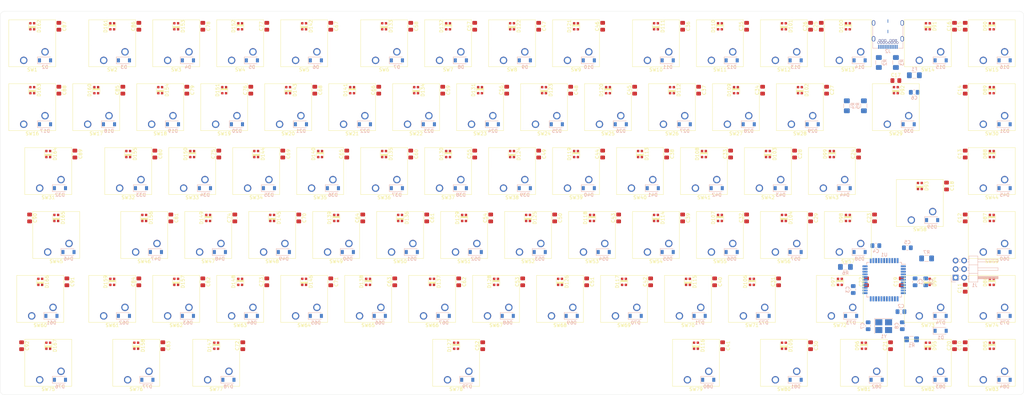
<source format=kicad_pcb>
(kicad_pcb (version 20171130) (host pcbnew 5.1.5+dfsg1-2build2)

  (general
    (thickness 1.6)
    (drawings 8)
    (tracks 0)
    (zones 0)
    (modules 354)
    (nets 216)
  )

  (page A3)
  (layers
    (0 F.Cu signal)
    (31 B.Cu signal)
    (32 B.Adhes user)
    (33 F.Adhes user)
    (34 B.Paste user)
    (35 F.Paste user)
    (36 B.SilkS user)
    (37 F.SilkS user)
    (38 B.Mask user)
    (39 F.Mask user)
    (40 Dwgs.User user)
    (41 Cmts.User user)
    (42 Eco1.User user)
    (43 Eco2.User user)
    (44 Edge.Cuts user)
    (45 Margin user)
    (46 B.CrtYd user)
    (47 F.CrtYd user)
    (48 B.Fab user)
    (49 F.Fab user)
  )

  (setup
    (last_trace_width 0.25)
    (trace_clearance 0.2)
    (zone_clearance 0.508)
    (zone_45_only no)
    (trace_min 0.2)
    (via_size 0.8)
    (via_drill 0.4)
    (via_min_size 0.6)
    (via_min_drill 0.3)
    (uvia_size 0.3)
    (uvia_drill 0.1)
    (uvias_allowed no)
    (uvia_min_size 0.2)
    (uvia_min_drill 0.1)
    (edge_width 0.05)
    (segment_width 0.2)
    (pcb_text_width 0.3)
    (pcb_text_size 1.5 1.5)
    (mod_edge_width 0.12)
    (mod_text_size 1 1)
    (mod_text_width 0.15)
    (pad_size 1.524 1.524)
    (pad_drill 0.762)
    (pad_to_mask_clearance 0.051)
    (solder_mask_min_width 0.25)
    (aux_axis_origin 0 0)
    (visible_elements FFFFF77F)
    (pcbplotparams
      (layerselection 0x010fc_ffffffff)
      (usegerberextensions false)
      (usegerberattributes false)
      (usegerberadvancedattributes false)
      (creategerberjobfile false)
      (excludeedgelayer true)
      (linewidth 0.100000)
      (plotframeref false)
      (viasonmask false)
      (mode 1)
      (useauxorigin false)
      (hpglpennumber 1)
      (hpglpenspeed 20)
      (hpglpendiameter 15.000000)
      (psnegative false)
      (psa4output false)
      (plotreference true)
      (plotvalue true)
      (plotinvisibletext false)
      (padsonsilk false)
      (subtractmaskfromsilk false)
      (outputformat 1)
      (mirror false)
      (drillshape 1)
      (scaleselection 1)
      (outputdirectory ""))
  )

  (net 0 "")
  (net 1 GND)
  (net 2 +5V)
  (net 3 "Net-(C7-Pad1)")
  (net 4 "Net-(C8-Pad2)")
  (net 5 "Net-(C9-Pad1)")
  (net 6 RST)
  (net 7 ROW0)
  (net 8 "Net-(D2-Pad2)")
  (net 9 "Net-(D3-Pad2)")
  (net 10 "Net-(D4-Pad2)")
  (net 11 "Net-(D5-Pad2)")
  (net 12 "Net-(D6-Pad2)")
  (net 13 "Net-(D7-Pad2)")
  (net 14 "Net-(D8-Pad2)")
  (net 15 "Net-(D9-Pad2)")
  (net 16 "Net-(D10-Pad2)")
  (net 17 "Net-(D11-Pad2)")
  (net 18 "Net-(D12-Pad2)")
  (net 19 "Net-(D13-Pad2)")
  (net 20 "Net-(D14-Pad2)")
  (net 21 "Net-(D15-Pad2)")
  (net 22 "Net-(D16-Pad2)")
  (net 23 ROW1)
  (net 24 "Net-(D17-Pad2)")
  (net 25 "Net-(D18-Pad2)")
  (net 26 "Net-(D19-Pad2)")
  (net 27 "Net-(D20-Pad2)")
  (net 28 "Net-(D21-Pad2)")
  (net 29 "Net-(D22-Pad2)")
  (net 30 "Net-(D23-Pad2)")
  (net 31 "Net-(D24-Pad2)")
  (net 32 "Net-(D25-Pad2)")
  (net 33 "Net-(D26-Pad2)")
  (net 34 "Net-(D27-Pad2)")
  (net 35 "Net-(D28-Pad2)")
  (net 36 "Net-(D29-Pad2)")
  (net 37 "Net-(D30-Pad2)")
  (net 38 "Net-(D31-Pad2)")
  (net 39 "Net-(D32-Pad2)")
  (net 40 ROW2)
  (net 41 "Net-(D33-Pad2)")
  (net 42 "Net-(D34-Pad2)")
  (net 43 "Net-(D35-Pad2)")
  (net 44 "Net-(D36-Pad2)")
  (net 45 "Net-(D37-Pad2)")
  (net 46 "Net-(D38-Pad2)")
  (net 47 "Net-(D39-Pad2)")
  (net 48 "Net-(D40-Pad2)")
  (net 49 "Net-(D41-Pad2)")
  (net 50 "Net-(D42-Pad2)")
  (net 51 "Net-(D43-Pad2)")
  (net 52 "Net-(D44-Pad2)")
  (net 53 "Net-(D45-Pad2)")
  (net 54 "Net-(D46-Pad2)")
  (net 55 ROW3)
  (net 56 "Net-(D47-Pad2)")
  (net 57 "Net-(D48-Pad2)")
  (net 58 "Net-(D49-Pad2)")
  (net 59 "Net-(D50-Pad2)")
  (net 60 "Net-(D51-Pad2)")
  (net 61 "Net-(D52-Pad2)")
  (net 62 "Net-(D53-Pad2)")
  (net 63 "Net-(D54-Pad2)")
  (net 64 "Net-(D55-Pad2)")
  (net 65 "Net-(D56-Pad2)")
  (net 66 "Net-(D57-Pad2)")
  (net 67 "Net-(D58-Pad2)")
  (net 68 "Net-(D59-Pad2)")
  (net 69 "Net-(D60-Pad2)")
  (net 70 ROW4)
  (net 71 "Net-(D61-Pad2)")
  (net 72 "Net-(D62-Pad2)")
  (net 73 "Net-(D63-Pad2)")
  (net 74 "Net-(D64-Pad2)")
  (net 75 "Net-(D65-Pad2)")
  (net 76 "Net-(D66-Pad2)")
  (net 77 "Net-(D67-Pad2)")
  (net 78 "Net-(D68-Pad2)")
  (net 79 "Net-(D69-Pad2)")
  (net 80 "Net-(D70-Pad2)")
  (net 81 "Net-(D71-Pad2)")
  (net 82 "Net-(D72-Pad2)")
  (net 83 "Net-(D73-Pad2)")
  (net 84 "Net-(D74-Pad2)")
  (net 85 "Net-(D75-Pad2)")
  (net 86 ROW5)
  (net 87 "Net-(D76-Pad2)")
  (net 88 "Net-(D77-Pad2)")
  (net 89 "Net-(D78-Pad2)")
  (net 90 "Net-(D79-Pad2)")
  (net 91 "Net-(D80-Pad2)")
  (net 92 "Net-(D81-Pad2)")
  (net 93 "Net-(D82-Pad2)")
  (net 94 "Net-(D83-Pad2)")
  (net 95 "Net-(D84-Pad2)")
  (net 96 "Net-(D85-Pad2)")
  (net 97 DIN)
  (net 98 "Net-(D86-Pad2)")
  (net 99 "Net-(D87-Pad2)")
  (net 100 "Net-(D88-Pad2)")
  (net 101 "Net-(D89-Pad2)")
  (net 102 "Net-(D90-Pad2)")
  (net 103 "Net-(D91-Pad2)")
  (net 104 "Net-(D92-Pad2)")
  (net 105 "Net-(D93-Pad2)")
  (net 106 "Net-(D94-Pad2)")
  (net 107 "Net-(D95-Pad2)")
  (net 108 "Net-(D96-Pad2)")
  (net 109 "Net-(D97-Pad2)")
  (net 110 "Net-(D98-Pad2)")
  (net 111 "Net-(D100-Pad4)")
  (net 112 "Net-(D100-Pad2)")
  (net 113 "Net-(D101-Pad2)")
  (net 114 "Net-(D102-Pad2)")
  (net 115 "Net-(D103-Pad2)")
  (net 116 "Net-(D104-Pad2)")
  (net 117 "Net-(D105-Pad2)")
  (net 118 "Net-(D106-Pad2)")
  (net 119 "Net-(D107-Pad2)")
  (net 120 "Net-(D108-Pad2)")
  (net 121 "Net-(D109-Pad2)")
  (net 122 "Net-(D110-Pad2)")
  (net 123 "Net-(D111-Pad2)")
  (net 124 "Net-(D112-Pad2)")
  (net 125 "Net-(D113-Pad2)")
  (net 126 "Net-(D114-Pad2)")
  (net 127 "Net-(D115-Pad2)")
  (net 128 "Net-(D116-Pad2)")
  (net 129 "Net-(D117-Pad2)")
  (net 130 "Net-(D118-Pad2)")
  (net 131 "Net-(D119-Pad2)")
  (net 132 "Net-(D120-Pad2)")
  (net 133 "Net-(D121-Pad2)")
  (net 134 "Net-(D122-Pad2)")
  (net 135 "Net-(D123-Pad2)")
  (net 136 "Net-(D124-Pad2)")
  (net 137 "Net-(D125-Pad2)")
  (net 138 "Net-(D126-Pad2)")
  (net 139 "Net-(D127-Pad2)")
  (net 140 "Net-(D128-Pad2)")
  (net 141 "Net-(D129-Pad2)")
  (net 142 "Net-(D130-Pad2)")
  (net 143 "Net-(D131-Pad2)")
  (net 144 "Net-(D132-Pad2)")
  (net 145 "Net-(D133-Pad2)")
  (net 146 "Net-(D134-Pad2)")
  (net 147 "Net-(D135-Pad2)")
  (net 148 "Net-(D136-Pad2)")
  (net 149 "Net-(D137-Pad2)")
  (net 150 "Net-(D138-Pad2)")
  (net 151 "Net-(D139-Pad2)")
  (net 152 "Net-(D140-Pad2)")
  (net 153 "Net-(D141-Pad2)")
  (net 154 "Net-(D142-Pad2)")
  (net 155 "Net-(D143-Pad2)")
  (net 156 "Net-(D144-Pad2)")
  (net 157 "Net-(D145-Pad2)")
  (net 158 "Net-(D146-Pad2)")
  (net 159 "Net-(D147-Pad2)")
  (net 160 "Net-(D148-Pad2)")
  (net 161 "Net-(D149-Pad2)")
  (net 162 "Net-(D150-Pad2)")
  (net 163 "Net-(D151-Pad2)")
  (net 164 "Net-(D152-Pad2)")
  (net 165 "Net-(D153-Pad2)")
  (net 166 "Net-(D154-Pad2)")
  (net 167 "Net-(D155-Pad2)")
  (net 168 "Net-(D156-Pad2)")
  (net 169 "Net-(D157-Pad2)")
  (net 170 "Net-(D158-Pad2)")
  (net 171 "Net-(D159-Pad2)")
  (net 172 "Net-(D160-Pad2)")
  (net 173 "Net-(D161-Pad2)")
  (net 174 "Net-(D162-Pad2)")
  (net 175 "Net-(D163-Pad2)")
  (net 176 "Net-(D164-Pad2)")
  (net 177 "Net-(D165-Pad2)")
  (net 178 "Net-(D166-Pad2)")
  (net 179 "Net-(D167-Pad2)")
  (net 180 "Net-(F1-Pad2)")
  (net 181 COL02)
  (net 182 COL00)
  (net 183 COL01)
  (net 184 "Net-(J2-PadA11)")
  (net 185 "Net-(J2-PadA10)")
  (net 186 "Net-(J2-PadA8)")
  (net 187 D-)
  (net 188 D+)
  (net 189 "Net-(J2-PadA5)")
  (net 190 "Net-(J2-PadA3)")
  (net 191 "Net-(J2-PadA2)")
  (net 192 "Net-(J2-PadB10)")
  (net 193 "Net-(J2-PadB3)")
  (net 194 "Net-(J2-PadB8)")
  (net 195 "Net-(J2-PadB5)")
  (net 196 "Net-(J2-PadB2)")
  (net 197 "Net-(J2-PadB11)")
  (net 198 "Net-(R6-Pad2)")
  (net 199 COL03)
  (net 200 COL04)
  (net 201 COL06)
  (net 202 COL07)
  (net 203 COL08)
  (net 204 COL09)
  (net 205 COL10)
  (net 206 COL11)
  (net 207 COL12)
  (net 208 COL13)
  (net 209 COL14)
  (net 210 COL15)
  (net 211 COL05)
  (net 212 "Net-(U1-Pad1)")
  (net 213 "Net-(U1-Pad8)")
  (net 214 "Net-(U1-Pad42)")
  (net 215 "Net-(R7-Pad2)")

  (net_class Default "Dies ist die voreingestellte Netzklasse."
    (clearance 0.2)
    (trace_width 0.25)
    (via_dia 0.8)
    (via_drill 0.4)
    (uvia_dia 0.3)
    (uvia_drill 0.1)
    (add_net +5V)
    (add_net COL00)
    (add_net COL01)
    (add_net COL02)
    (add_net COL03)
    (add_net COL04)
    (add_net COL05)
    (add_net COL06)
    (add_net COL07)
    (add_net COL08)
    (add_net COL09)
    (add_net COL10)
    (add_net COL11)
    (add_net COL12)
    (add_net COL13)
    (add_net COL14)
    (add_net COL15)
    (add_net D+)
    (add_net D-)
    (add_net DIN)
    (add_net GND)
    (add_net "Net-(C7-Pad1)")
    (add_net "Net-(C8-Pad2)")
    (add_net "Net-(C9-Pad1)")
    (add_net "Net-(D10-Pad2)")
    (add_net "Net-(D100-Pad2)")
    (add_net "Net-(D100-Pad4)")
    (add_net "Net-(D101-Pad2)")
    (add_net "Net-(D102-Pad2)")
    (add_net "Net-(D103-Pad2)")
    (add_net "Net-(D104-Pad2)")
    (add_net "Net-(D105-Pad2)")
    (add_net "Net-(D106-Pad2)")
    (add_net "Net-(D107-Pad2)")
    (add_net "Net-(D108-Pad2)")
    (add_net "Net-(D109-Pad2)")
    (add_net "Net-(D11-Pad2)")
    (add_net "Net-(D110-Pad2)")
    (add_net "Net-(D111-Pad2)")
    (add_net "Net-(D112-Pad2)")
    (add_net "Net-(D113-Pad2)")
    (add_net "Net-(D114-Pad2)")
    (add_net "Net-(D115-Pad2)")
    (add_net "Net-(D116-Pad2)")
    (add_net "Net-(D117-Pad2)")
    (add_net "Net-(D118-Pad2)")
    (add_net "Net-(D119-Pad2)")
    (add_net "Net-(D12-Pad2)")
    (add_net "Net-(D120-Pad2)")
    (add_net "Net-(D121-Pad2)")
    (add_net "Net-(D122-Pad2)")
    (add_net "Net-(D123-Pad2)")
    (add_net "Net-(D124-Pad2)")
    (add_net "Net-(D125-Pad2)")
    (add_net "Net-(D126-Pad2)")
    (add_net "Net-(D127-Pad2)")
    (add_net "Net-(D128-Pad2)")
    (add_net "Net-(D129-Pad2)")
    (add_net "Net-(D13-Pad2)")
    (add_net "Net-(D130-Pad2)")
    (add_net "Net-(D131-Pad2)")
    (add_net "Net-(D132-Pad2)")
    (add_net "Net-(D133-Pad2)")
    (add_net "Net-(D134-Pad2)")
    (add_net "Net-(D135-Pad2)")
    (add_net "Net-(D136-Pad2)")
    (add_net "Net-(D137-Pad2)")
    (add_net "Net-(D138-Pad2)")
    (add_net "Net-(D139-Pad2)")
    (add_net "Net-(D14-Pad2)")
    (add_net "Net-(D140-Pad2)")
    (add_net "Net-(D141-Pad2)")
    (add_net "Net-(D142-Pad2)")
    (add_net "Net-(D143-Pad2)")
    (add_net "Net-(D144-Pad2)")
    (add_net "Net-(D145-Pad2)")
    (add_net "Net-(D146-Pad2)")
    (add_net "Net-(D147-Pad2)")
    (add_net "Net-(D148-Pad2)")
    (add_net "Net-(D149-Pad2)")
    (add_net "Net-(D15-Pad2)")
    (add_net "Net-(D150-Pad2)")
    (add_net "Net-(D151-Pad2)")
    (add_net "Net-(D152-Pad2)")
    (add_net "Net-(D153-Pad2)")
    (add_net "Net-(D154-Pad2)")
    (add_net "Net-(D155-Pad2)")
    (add_net "Net-(D156-Pad2)")
    (add_net "Net-(D157-Pad2)")
    (add_net "Net-(D158-Pad2)")
    (add_net "Net-(D159-Pad2)")
    (add_net "Net-(D16-Pad2)")
    (add_net "Net-(D160-Pad2)")
    (add_net "Net-(D161-Pad2)")
    (add_net "Net-(D162-Pad2)")
    (add_net "Net-(D163-Pad2)")
    (add_net "Net-(D164-Pad2)")
    (add_net "Net-(D165-Pad2)")
    (add_net "Net-(D166-Pad2)")
    (add_net "Net-(D167-Pad2)")
    (add_net "Net-(D17-Pad2)")
    (add_net "Net-(D18-Pad2)")
    (add_net "Net-(D19-Pad2)")
    (add_net "Net-(D2-Pad2)")
    (add_net "Net-(D20-Pad2)")
    (add_net "Net-(D21-Pad2)")
    (add_net "Net-(D22-Pad2)")
    (add_net "Net-(D23-Pad2)")
    (add_net "Net-(D24-Pad2)")
    (add_net "Net-(D25-Pad2)")
    (add_net "Net-(D26-Pad2)")
    (add_net "Net-(D27-Pad2)")
    (add_net "Net-(D28-Pad2)")
    (add_net "Net-(D29-Pad2)")
    (add_net "Net-(D3-Pad2)")
    (add_net "Net-(D30-Pad2)")
    (add_net "Net-(D31-Pad2)")
    (add_net "Net-(D32-Pad2)")
    (add_net "Net-(D33-Pad2)")
    (add_net "Net-(D34-Pad2)")
    (add_net "Net-(D35-Pad2)")
    (add_net "Net-(D36-Pad2)")
    (add_net "Net-(D37-Pad2)")
    (add_net "Net-(D38-Pad2)")
    (add_net "Net-(D39-Pad2)")
    (add_net "Net-(D4-Pad2)")
    (add_net "Net-(D40-Pad2)")
    (add_net "Net-(D41-Pad2)")
    (add_net "Net-(D42-Pad2)")
    (add_net "Net-(D43-Pad2)")
    (add_net "Net-(D44-Pad2)")
    (add_net "Net-(D45-Pad2)")
    (add_net "Net-(D46-Pad2)")
    (add_net "Net-(D47-Pad2)")
    (add_net "Net-(D48-Pad2)")
    (add_net "Net-(D49-Pad2)")
    (add_net "Net-(D5-Pad2)")
    (add_net "Net-(D50-Pad2)")
    (add_net "Net-(D51-Pad2)")
    (add_net "Net-(D52-Pad2)")
    (add_net "Net-(D53-Pad2)")
    (add_net "Net-(D54-Pad2)")
    (add_net "Net-(D55-Pad2)")
    (add_net "Net-(D56-Pad2)")
    (add_net "Net-(D57-Pad2)")
    (add_net "Net-(D58-Pad2)")
    (add_net "Net-(D59-Pad2)")
    (add_net "Net-(D6-Pad2)")
    (add_net "Net-(D60-Pad2)")
    (add_net "Net-(D61-Pad2)")
    (add_net "Net-(D62-Pad2)")
    (add_net "Net-(D63-Pad2)")
    (add_net "Net-(D64-Pad2)")
    (add_net "Net-(D65-Pad2)")
    (add_net "Net-(D66-Pad2)")
    (add_net "Net-(D67-Pad2)")
    (add_net "Net-(D68-Pad2)")
    (add_net "Net-(D69-Pad2)")
    (add_net "Net-(D7-Pad2)")
    (add_net "Net-(D70-Pad2)")
    (add_net "Net-(D71-Pad2)")
    (add_net "Net-(D72-Pad2)")
    (add_net "Net-(D73-Pad2)")
    (add_net "Net-(D74-Pad2)")
    (add_net "Net-(D75-Pad2)")
    (add_net "Net-(D76-Pad2)")
    (add_net "Net-(D77-Pad2)")
    (add_net "Net-(D78-Pad2)")
    (add_net "Net-(D79-Pad2)")
    (add_net "Net-(D8-Pad2)")
    (add_net "Net-(D80-Pad2)")
    (add_net "Net-(D81-Pad2)")
    (add_net "Net-(D82-Pad2)")
    (add_net "Net-(D83-Pad2)")
    (add_net "Net-(D84-Pad2)")
    (add_net "Net-(D85-Pad2)")
    (add_net "Net-(D86-Pad2)")
    (add_net "Net-(D87-Pad2)")
    (add_net "Net-(D88-Pad2)")
    (add_net "Net-(D89-Pad2)")
    (add_net "Net-(D9-Pad2)")
    (add_net "Net-(D90-Pad2)")
    (add_net "Net-(D91-Pad2)")
    (add_net "Net-(D92-Pad2)")
    (add_net "Net-(D93-Pad2)")
    (add_net "Net-(D94-Pad2)")
    (add_net "Net-(D95-Pad2)")
    (add_net "Net-(D96-Pad2)")
    (add_net "Net-(D97-Pad2)")
    (add_net "Net-(D98-Pad2)")
    (add_net "Net-(F1-Pad2)")
    (add_net "Net-(J2-PadA10)")
    (add_net "Net-(J2-PadA11)")
    (add_net "Net-(J2-PadA2)")
    (add_net "Net-(J2-PadA3)")
    (add_net "Net-(J2-PadA5)")
    (add_net "Net-(J2-PadA8)")
    (add_net "Net-(J2-PadB10)")
    (add_net "Net-(J2-PadB11)")
    (add_net "Net-(J2-PadB2)")
    (add_net "Net-(J2-PadB3)")
    (add_net "Net-(J2-PadB5)")
    (add_net "Net-(J2-PadB8)")
    (add_net "Net-(R6-Pad2)")
    (add_net "Net-(R7-Pad2)")
    (add_net "Net-(U1-Pad1)")
    (add_net "Net-(U1-Pad42)")
    (add_net "Net-(U1-Pad8)")
    (add_net ROW0)
    (add_net ROW1)
    (add_net ROW2)
    (add_net ROW3)
    (add_net ROW4)
    (add_net ROW5)
    (add_net RST)
  )

  (module Resistor_SMD:R_1206_3216Metric_Pad1.42x1.75mm_HandSolder (layer B.Cu) (tedit 5B301BBD) (tstamp 5F26397F)
    (at 313.944 111.76 180)
    (descr "Resistor SMD 1206 (3216 Metric), square (rectangular) end terminal, IPC_7351 nominal with elongated pad for handsoldering. (Body size source: http://www.tortai-tech.com/upload/download/2011102023233369053.pdf), generated with kicad-footprint-generator")
    (tags "resistor handsolder")
    (path /5F259898)
    (attr smd)
    (fp_text reference R7 (at 0 1.82) (layer B.SilkS)
      (effects (font (size 1 1) (thickness 0.15)) (justify mirror))
    )
    (fp_text value 470 (at 0 -1.82) (layer B.Fab)
      (effects (font (size 1 1) (thickness 0.15)) (justify mirror))
    )
    (fp_text user %R (at 0 0) (layer B.Fab)
      (effects (font (size 0.8 0.8) (thickness 0.12)) (justify mirror))
    )
    (fp_line (start 2.45 -1.12) (end -2.45 -1.12) (layer B.CrtYd) (width 0.05))
    (fp_line (start 2.45 1.12) (end 2.45 -1.12) (layer B.CrtYd) (width 0.05))
    (fp_line (start -2.45 1.12) (end 2.45 1.12) (layer B.CrtYd) (width 0.05))
    (fp_line (start -2.45 -1.12) (end -2.45 1.12) (layer B.CrtYd) (width 0.05))
    (fp_line (start -0.602064 -0.91) (end 0.602064 -0.91) (layer B.SilkS) (width 0.12))
    (fp_line (start -0.602064 0.91) (end 0.602064 0.91) (layer B.SilkS) (width 0.12))
    (fp_line (start 1.6 -0.8) (end -1.6 -0.8) (layer B.Fab) (width 0.1))
    (fp_line (start 1.6 0.8) (end 1.6 -0.8) (layer B.Fab) (width 0.1))
    (fp_line (start -1.6 0.8) (end 1.6 0.8) (layer B.Fab) (width 0.1))
    (fp_line (start -1.6 -0.8) (end -1.6 0.8) (layer B.Fab) (width 0.1))
    (pad 2 smd roundrect (at 1.4875 0 180) (size 1.425 1.75) (layers B.Cu B.Paste B.Mask) (roundrect_rratio 0.175439)
      (net 215 "Net-(R7-Pad2)"))
    (pad 1 smd roundrect (at -1.4875 0 180) (size 1.425 1.75) (layers B.Cu B.Paste B.Mask) (roundrect_rratio 0.175439)
      (net 97 DIN))
    (model ${KISYS3DMOD}/Resistor_SMD.3dshapes/R_1206_3216Metric.wrl
      (at (xyz 0 0 0))
      (scale (xyz 1 1 1))
      (rotate (xyz 0 0 0))
    )
  )

  (module kezboard-pcb:LED_WS2812_2020 (layer F.Cu) (tedit 5F1C4B34) (tstamp 5F1B709E)
    (at 333.375 137.795 90)
    (descr https://www.peace-corp.co.jp/data/WS2812-2020_V1.0_EN.pdf)
    (path /5F949B9C/5F9E7A8D)
    (fp_text reference D85 (at 0 -2 90) (layer F.SilkS)
      (effects (font (size 1 1) (thickness 0.15)))
    )
    (fp_text value WS2812B (at 0 2 90) (layer F.Fab)
      (effects (font (size 1 1) (thickness 0.15)))
    )
    (fp_line (start -1.1 -1) (end 1.1 -1) (layer F.Fab) (width 0.1))
    (fp_line (start 1.1 -1) (end 1.1 1) (layer F.Fab) (width 0.1))
    (fp_line (start 1.1 1) (end -1.1 1) (layer F.Fab) (width 0.1))
    (fp_line (start -1.1 1) (end -1.1 -1) (layer F.Fab) (width 0.1))
    (fp_text user %R (at 0 0 90) (layer F.Fab)
      (effects (font (size 0.5 0.5) (thickness 0.1)))
    )
    (fp_line (start -1.1 -1.11) (end 1.1 -1.11) (layer F.SilkS) (width 0.12))
    (fp_line (start 1.1 1.11) (end -1.1 1.11) (layer F.SilkS) (width 0.12))
    (fp_poly (pts (xy 0.45 0.9) (xy 0.05 0.9) (xy 0.05 -0.9) (xy 0.45 -0.9)) (layer F.SilkS) (width 0.1))
    (pad 2 smd rect (at 0.9015 0.55 90) (size 0.7 0.7) (layers F.Cu F.Paste F.Mask)
      (net 96 "Net-(D85-Pad2)"))
    (pad 3 smd rect (at 0.9015 -0.55 90) (size 0.7 0.7) (layers F.Cu F.Paste F.Mask)
      (net 1 GND))
    (pad 4 smd rect (at -0.9015 -0.55 90) (size 0.7 0.7) (layers F.Cu F.Paste F.Mask)
      (net 97 DIN))
    (pad 1 smd rect (at -0.9015 0.55 90) (size 0.7 0.7) (layers F.Cu F.Paste F.Mask)
      (net 2 +5V))
  )

  (module kezboard-pcb:LED_WS2812_2020 (layer F.Cu) (tedit 5F1C4B34) (tstamp 5F15F975)
    (at 333.375 118.745 90)
    (descr https://www.peace-corp.co.jp/data/WS2812-2020_V1.0_EN.pdf)
    (path /5F949B9C/5FD3F1F5)
    (fp_text reference D86 (at 0 -2 90) (layer F.SilkS)
      (effects (font (size 1 1) (thickness 0.15)))
    )
    (fp_text value WS2812B (at 0 2 90) (layer F.Fab)
      (effects (font (size 1 1) (thickness 0.15)))
    )
    (fp_poly (pts (xy 0.45 0.9) (xy 0.05 0.9) (xy 0.05 -0.9) (xy 0.45 -0.9)) (layer F.SilkS) (width 0.1))
    (fp_line (start 1.1 1.11) (end -1.1 1.11) (layer F.SilkS) (width 0.12))
    (fp_line (start -1.1 -1.11) (end 1.1 -1.11) (layer F.SilkS) (width 0.12))
    (fp_text user %R (at 0 0 90) (layer F.Fab)
      (effects (font (size 0.5 0.5) (thickness 0.1)))
    )
    (fp_line (start -1.1 1) (end -1.1 -1) (layer F.Fab) (width 0.1))
    (fp_line (start 1.1 1) (end -1.1 1) (layer F.Fab) (width 0.1))
    (fp_line (start 1.1 -1) (end 1.1 1) (layer F.Fab) (width 0.1))
    (fp_line (start -1.1 -1) (end 1.1 -1) (layer F.Fab) (width 0.1))
    (pad 1 smd rect (at -0.9015 0.55 90) (size 0.7 0.7) (layers F.Cu F.Paste F.Mask)
      (net 2 +5V))
    (pad 4 smd rect (at -0.9015 -0.55 90) (size 0.7 0.7) (layers F.Cu F.Paste F.Mask)
      (net 96 "Net-(D85-Pad2)"))
    (pad 3 smd rect (at 0.9015 -0.55 90) (size 0.7 0.7) (layers F.Cu F.Paste F.Mask)
      (net 1 GND))
    (pad 2 smd rect (at 0.9015 0.55 90) (size 0.7 0.7) (layers F.Cu F.Paste F.Mask)
      (net 98 "Net-(D86-Pad2)"))
  )

  (module kezboard-pcb:LED_WS2812_2020 (layer F.Cu) (tedit 5F1C4B34) (tstamp 5F1B738A)
    (at 333.375 99.695 90)
    (descr https://www.peace-corp.co.jp/data/WS2812-2020_V1.0_EN.pdf)
    (path /5F949B9C/5FD40FA8)
    (fp_text reference D87 (at 0 -2 90) (layer F.SilkS)
      (effects (font (size 1 1) (thickness 0.15)))
    )
    (fp_text value WS2812B (at 0 2 90) (layer F.Fab)
      (effects (font (size 1 1) (thickness 0.15)))
    )
    (fp_poly (pts (xy 0.45 0.9) (xy 0.05 0.9) (xy 0.05 -0.9) (xy 0.45 -0.9)) (layer F.SilkS) (width 0.1))
    (fp_line (start 1.1 1.11) (end -1.1 1.11) (layer F.SilkS) (width 0.12))
    (fp_line (start -1.1 -1.11) (end 1.1 -1.11) (layer F.SilkS) (width 0.12))
    (fp_text user %R (at 0 0 90) (layer F.Fab)
      (effects (font (size 0.5 0.5) (thickness 0.1)))
    )
    (fp_line (start -1.1 1) (end -1.1 -1) (layer F.Fab) (width 0.1))
    (fp_line (start 1.1 1) (end -1.1 1) (layer F.Fab) (width 0.1))
    (fp_line (start 1.1 -1) (end 1.1 1) (layer F.Fab) (width 0.1))
    (fp_line (start -1.1 -1) (end 1.1 -1) (layer F.Fab) (width 0.1))
    (pad 1 smd rect (at -0.9015 0.55 90) (size 0.7 0.7) (layers F.Cu F.Paste F.Mask)
      (net 2 +5V))
    (pad 4 smd rect (at -0.9015 -0.55 90) (size 0.7 0.7) (layers F.Cu F.Paste F.Mask)
      (net 98 "Net-(D86-Pad2)"))
    (pad 3 smd rect (at 0.9015 -0.55 90) (size 0.7 0.7) (layers F.Cu F.Paste F.Mask)
      (net 1 GND))
    (pad 2 smd rect (at 0.9015 0.55 90) (size 0.7 0.7) (layers F.Cu F.Paste F.Mask)
      (net 99 "Net-(D87-Pad2)"))
  )

  (module kezboard-pcb:LED_WS2812_2020 (layer F.Cu) (tedit 5F1C4B34) (tstamp 5F25A25B)
    (at 333.375 80.645 90)
    (descr https://www.peace-corp.co.jp/data/WS2812-2020_V1.0_EN.pdf)
    (path /5F949B9C/5FD423CF)
    (fp_text reference D88 (at 0 -2 90) (layer F.SilkS)
      (effects (font (size 1 1) (thickness 0.15)))
    )
    (fp_text value WS2812B (at 0 2 90) (layer F.Fab)
      (effects (font (size 1 1) (thickness 0.15)))
    )
    (fp_poly (pts (xy 0.45 0.9) (xy 0.05 0.9) (xy 0.05 -0.9) (xy 0.45 -0.9)) (layer F.SilkS) (width 0.1))
    (fp_line (start 1.1 1.11) (end -1.1 1.11) (layer F.SilkS) (width 0.12))
    (fp_line (start -1.1 -1.11) (end 1.1 -1.11) (layer F.SilkS) (width 0.12))
    (fp_text user %R (at 0 0 90) (layer F.Fab)
      (effects (font (size 0.5 0.5) (thickness 0.1)))
    )
    (fp_line (start -1.1 1) (end -1.1 -1) (layer F.Fab) (width 0.1))
    (fp_line (start 1.1 1) (end -1.1 1) (layer F.Fab) (width 0.1))
    (fp_line (start 1.1 -1) (end 1.1 1) (layer F.Fab) (width 0.1))
    (fp_line (start -1.1 -1) (end 1.1 -1) (layer F.Fab) (width 0.1))
    (pad 1 smd rect (at -0.9015 0.55 90) (size 0.7 0.7) (layers F.Cu F.Paste F.Mask)
      (net 2 +5V))
    (pad 4 smd rect (at -0.9015 -0.55 90) (size 0.7 0.7) (layers F.Cu F.Paste F.Mask)
      (net 99 "Net-(D87-Pad2)"))
    (pad 3 smd rect (at 0.9015 -0.55 90) (size 0.7 0.7) (layers F.Cu F.Paste F.Mask)
      (net 1 GND))
    (pad 2 smd rect (at 0.9015 0.55 90) (size 0.7 0.7) (layers F.Cu F.Paste F.Mask)
      (net 100 "Net-(D88-Pad2)"))
  )

  (module kezboard-pcb:LED_WS2812_2020 (layer F.Cu) (tedit 5F1C4B34) (tstamp 5F15F9A2)
    (at 333.375 61.595 90)
    (descr https://www.peace-corp.co.jp/data/WS2812-2020_V1.0_EN.pdf)
    (path /5F949B9C/5FD43994)
    (fp_text reference D89 (at 0 -2 90) (layer F.SilkS)
      (effects (font (size 1 1) (thickness 0.15)))
    )
    (fp_text value WS2812B (at 0 2 90) (layer F.Fab)
      (effects (font (size 1 1) (thickness 0.15)))
    )
    (fp_line (start -1.1 -1) (end 1.1 -1) (layer F.Fab) (width 0.1))
    (fp_line (start 1.1 -1) (end 1.1 1) (layer F.Fab) (width 0.1))
    (fp_line (start 1.1 1) (end -1.1 1) (layer F.Fab) (width 0.1))
    (fp_line (start -1.1 1) (end -1.1 -1) (layer F.Fab) (width 0.1))
    (fp_text user %R (at 0 0 90) (layer F.Fab)
      (effects (font (size 0.5 0.5) (thickness 0.1)))
    )
    (fp_line (start -1.1 -1.11) (end 1.1 -1.11) (layer F.SilkS) (width 0.12))
    (fp_line (start 1.1 1.11) (end -1.1 1.11) (layer F.SilkS) (width 0.12))
    (fp_poly (pts (xy 0.45 0.9) (xy 0.05 0.9) (xy 0.05 -0.9) (xy 0.45 -0.9)) (layer F.SilkS) (width 0.1))
    (pad 2 smd rect (at 0.9015 0.55 90) (size 0.7 0.7) (layers F.Cu F.Paste F.Mask)
      (net 101 "Net-(D89-Pad2)"))
    (pad 3 smd rect (at 0.9015 -0.55 90) (size 0.7 0.7) (layers F.Cu F.Paste F.Mask)
      (net 1 GND))
    (pad 4 smd rect (at -0.9015 -0.55 90) (size 0.7 0.7) (layers F.Cu F.Paste F.Mask)
      (net 100 "Net-(D88-Pad2)"))
    (pad 1 smd rect (at -0.9015 0.55 90) (size 0.7 0.7) (layers F.Cu F.Paste F.Mask)
      (net 2 +5V))
  )

  (module kezboard-pcb:LED_WS2812_2020 (layer F.Cu) (tedit 5F1C4B34) (tstamp 5F15F9B1)
    (at 333.375 42.545 90)
    (descr https://www.peace-corp.co.jp/data/WS2812-2020_V1.0_EN.pdf)
    (path /5F949B9C/5F62CAD6)
    (fp_text reference D90 (at 0 -2 90) (layer F.SilkS)
      (effects (font (size 1 1) (thickness 0.15)))
    )
    (fp_text value WS2812B (at 0 2 90) (layer F.Fab)
      (effects (font (size 1 1) (thickness 0.15)))
    )
    (fp_poly (pts (xy 0.45 0.9) (xy 0.05 0.9) (xy 0.05 -0.9) (xy 0.45 -0.9)) (layer F.SilkS) (width 0.1))
    (fp_line (start 1.1 1.11) (end -1.1 1.11) (layer F.SilkS) (width 0.12))
    (fp_line (start -1.1 -1.11) (end 1.1 -1.11) (layer F.SilkS) (width 0.12))
    (fp_text user %R (at 0 0 90) (layer F.Fab)
      (effects (font (size 0.5 0.5) (thickness 0.1)))
    )
    (fp_line (start -1.1 1) (end -1.1 -1) (layer F.Fab) (width 0.1))
    (fp_line (start 1.1 1) (end -1.1 1) (layer F.Fab) (width 0.1))
    (fp_line (start 1.1 -1) (end 1.1 1) (layer F.Fab) (width 0.1))
    (fp_line (start -1.1 -1) (end 1.1 -1) (layer F.Fab) (width 0.1))
    (pad 1 smd rect (at -0.9015 0.55 90) (size 0.7 0.7) (layers F.Cu F.Paste F.Mask)
      (net 2 +5V))
    (pad 4 smd rect (at -0.9015 -0.55 90) (size 0.7 0.7) (layers F.Cu F.Paste F.Mask)
      (net 101 "Net-(D89-Pad2)"))
    (pad 3 smd rect (at 0.9015 -0.55 90) (size 0.7 0.7) (layers F.Cu F.Paste F.Mask)
      (net 1 GND))
    (pad 2 smd rect (at 0.9015 0.55 90) (size 0.7 0.7) (layers F.Cu F.Paste F.Mask)
      (net 102 "Net-(D90-Pad2)"))
  )

  (module kezboard-pcb:LED_WS2812_2020 (layer F.Cu) (tedit 5F1C4B34) (tstamp 5F15F9C0)
    (at 314.325 42.545 270)
    (descr https://www.peace-corp.co.jp/data/WS2812-2020_V1.0_EN.pdf)
    (path /5F949B9C/5F62CAF9)
    (fp_text reference D91 (at 0 -2 90) (layer F.SilkS)
      (effects (font (size 1 1) (thickness 0.15)))
    )
    (fp_text value WS2812B (at 0 2 90) (layer F.Fab)
      (effects (font (size 1 1) (thickness 0.15)))
    )
    (fp_line (start -1.1 -1) (end 1.1 -1) (layer F.Fab) (width 0.1))
    (fp_line (start 1.1 -1) (end 1.1 1) (layer F.Fab) (width 0.1))
    (fp_line (start 1.1 1) (end -1.1 1) (layer F.Fab) (width 0.1))
    (fp_line (start -1.1 1) (end -1.1 -1) (layer F.Fab) (width 0.1))
    (fp_text user %R (at 0 0 90) (layer F.Fab)
      (effects (font (size 0.5 0.5) (thickness 0.1)))
    )
    (fp_line (start -1.1 -1.11) (end 1.1 -1.11) (layer F.SilkS) (width 0.12))
    (fp_line (start 1.1 1.11) (end -1.1 1.11) (layer F.SilkS) (width 0.12))
    (fp_poly (pts (xy 0.45 0.9) (xy 0.05 0.9) (xy 0.05 -0.9) (xy 0.45 -0.9)) (layer F.SilkS) (width 0.1))
    (pad 2 smd rect (at 0.9015 0.55 270) (size 0.7 0.7) (layers F.Cu F.Paste F.Mask)
      (net 103 "Net-(D91-Pad2)"))
    (pad 3 smd rect (at 0.9015 -0.55 270) (size 0.7 0.7) (layers F.Cu F.Paste F.Mask)
      (net 1 GND))
    (pad 4 smd rect (at -0.9015 -0.55 270) (size 0.7 0.7) (layers F.Cu F.Paste F.Mask)
      (net 102 "Net-(D90-Pad2)"))
    (pad 1 smd rect (at -0.9015 0.55 270) (size 0.7 0.7) (layers F.Cu F.Paste F.Mask)
      (net 2 +5V))
  )

  (module kezboard-pcb:LED_WS2812_2020 (layer F.Cu) (tedit 5F1C4B34) (tstamp 5F15F9CF)
    (at 304.8 61.595 270)
    (descr https://www.peace-corp.co.jp/data/WS2812-2020_V1.0_EN.pdf)
    (path /5F949B9C/5F62CB1C)
    (fp_text reference D92 (at 0 -2 90) (layer F.SilkS)
      (effects (font (size 1 1) (thickness 0.15)))
    )
    (fp_text value WS2812B (at 0 2 90) (layer F.Fab)
      (effects (font (size 1 1) (thickness 0.15)))
    )
    (fp_poly (pts (xy 0.45 0.9) (xy 0.05 0.9) (xy 0.05 -0.9) (xy 0.45 -0.9)) (layer F.SilkS) (width 0.1))
    (fp_line (start 1.1 1.11) (end -1.1 1.11) (layer F.SilkS) (width 0.12))
    (fp_line (start -1.1 -1.11) (end 1.1 -1.11) (layer F.SilkS) (width 0.12))
    (fp_text user %R (at 0 0 90) (layer F.Fab)
      (effects (font (size 0.5 0.5) (thickness 0.1)))
    )
    (fp_line (start -1.1 1) (end -1.1 -1) (layer F.Fab) (width 0.1))
    (fp_line (start 1.1 1) (end -1.1 1) (layer F.Fab) (width 0.1))
    (fp_line (start 1.1 -1) (end 1.1 1) (layer F.Fab) (width 0.1))
    (fp_line (start -1.1 -1) (end 1.1 -1) (layer F.Fab) (width 0.1))
    (pad 1 smd rect (at -0.9015 0.55 270) (size 0.7 0.7) (layers F.Cu F.Paste F.Mask)
      (net 2 +5V))
    (pad 4 smd rect (at -0.9015 -0.55 270) (size 0.7 0.7) (layers F.Cu F.Paste F.Mask)
      (net 103 "Net-(D91-Pad2)"))
    (pad 3 smd rect (at 0.9015 -0.55 270) (size 0.7 0.7) (layers F.Cu F.Paste F.Mask)
      (net 1 GND))
    (pad 2 smd rect (at 0.9015 0.55 270) (size 0.7 0.7) (layers F.Cu F.Paste F.Mask)
      (net 104 "Net-(D92-Pad2)"))
  )

  (module kezboard-pcb:LED_WS2812_2020 (layer F.Cu) (tedit 5F1C4B34) (tstamp 5F15F9DE)
    (at 311.94375 90.17 270)
    (descr https://www.peace-corp.co.jp/data/WS2812-2020_V1.0_EN.pdf)
    (path /5F949B9C/5F62CB3F)
    (fp_text reference D93 (at 0 -2 90) (layer F.SilkS)
      (effects (font (size 1 1) (thickness 0.15)))
    )
    (fp_text value WS2812B (at 0 2 90) (layer F.Fab)
      (effects (font (size 1 1) (thickness 0.15)))
    )
    (fp_line (start -1.1 -1) (end 1.1 -1) (layer F.Fab) (width 0.1))
    (fp_line (start 1.1 -1) (end 1.1 1) (layer F.Fab) (width 0.1))
    (fp_line (start 1.1 1) (end -1.1 1) (layer F.Fab) (width 0.1))
    (fp_line (start -1.1 1) (end -1.1 -1) (layer F.Fab) (width 0.1))
    (fp_text user %R (at 0 0 90) (layer F.Fab)
      (effects (font (size 0.5 0.5) (thickness 0.1)))
    )
    (fp_line (start -1.1 -1.11) (end 1.1 -1.11) (layer F.SilkS) (width 0.12))
    (fp_line (start 1.1 1.11) (end -1.1 1.11) (layer F.SilkS) (width 0.12))
    (fp_poly (pts (xy 0.45 0.9) (xy 0.05 0.9) (xy 0.05 -0.9) (xy 0.45 -0.9)) (layer F.SilkS) (width 0.1))
    (pad 2 smd rect (at 0.9015 0.55 270) (size 0.7 0.7) (layers F.Cu F.Paste F.Mask)
      (net 105 "Net-(D93-Pad2)"))
    (pad 3 smd rect (at 0.9015 -0.55 270) (size 0.7 0.7) (layers F.Cu F.Paste F.Mask)
      (net 1 GND))
    (pad 4 smd rect (at -0.9015 -0.55 270) (size 0.7 0.7) (layers F.Cu F.Paste F.Mask)
      (net 104 "Net-(D92-Pad2)"))
    (pad 1 smd rect (at -0.9015 0.55 270) (size 0.7 0.7) (layers F.Cu F.Paste F.Mask)
      (net 2 +5V))
  )

  (module kezboard-pcb:LED_WS2812_2020 (layer F.Cu) (tedit 5F1C4B34) (tstamp 5F15F9ED)
    (at 314.325 118.745 270)
    (descr https://www.peace-corp.co.jp/data/WS2812-2020_V1.0_EN.pdf)
    (path /5F949B9C/5F62CB61)
    (fp_text reference D94 (at 0 -2 90) (layer F.SilkS)
      (effects (font (size 1 1) (thickness 0.15)))
    )
    (fp_text value WS2812B (at 0 2 90) (layer F.Fab)
      (effects (font (size 1 1) (thickness 0.15)))
    )
    (fp_poly (pts (xy 0.45 0.9) (xy 0.05 0.9) (xy 0.05 -0.9) (xy 0.45 -0.9)) (layer F.SilkS) (width 0.1))
    (fp_line (start 1.1 1.11) (end -1.1 1.11) (layer F.SilkS) (width 0.12))
    (fp_line (start -1.1 -1.11) (end 1.1 -1.11) (layer F.SilkS) (width 0.12))
    (fp_text user %R (at 0 0 90) (layer F.Fab)
      (effects (font (size 0.5 0.5) (thickness 0.1)))
    )
    (fp_line (start -1.1 1) (end -1.1 -1) (layer F.Fab) (width 0.1))
    (fp_line (start 1.1 1) (end -1.1 1) (layer F.Fab) (width 0.1))
    (fp_line (start 1.1 -1) (end 1.1 1) (layer F.Fab) (width 0.1))
    (fp_line (start -1.1 -1) (end 1.1 -1) (layer F.Fab) (width 0.1))
    (pad 1 smd rect (at -0.9015 0.55 270) (size 0.7 0.7) (layers F.Cu F.Paste F.Mask)
      (net 2 +5V))
    (pad 4 smd rect (at -0.9015 -0.55 270) (size 0.7 0.7) (layers F.Cu F.Paste F.Mask)
      (net 105 "Net-(D93-Pad2)"))
    (pad 3 smd rect (at 0.9015 -0.55 270) (size 0.7 0.7) (layers F.Cu F.Paste F.Mask)
      (net 1 GND))
    (pad 2 smd rect (at 0.9015 0.55 270) (size 0.7 0.7) (layers F.Cu F.Paste F.Mask)
      (net 106 "Net-(D94-Pad2)"))
  )

  (module kezboard-pcb:LED_WS2812_2020 (layer F.Cu) (tedit 5F1C4B34) (tstamp 5F15F9FC)
    (at 314.325 137.795 270)
    (descr https://www.peace-corp.co.jp/data/WS2812-2020_V1.0_EN.pdf)
    (path /5F949B9C/5F6A6266)
    (fp_text reference D95 (at 0 -2 90) (layer F.SilkS)
      (effects (font (size 1 1) (thickness 0.15)))
    )
    (fp_text value WS2812B (at 0 2 90) (layer F.Fab)
      (effects (font (size 1 1) (thickness 0.15)))
    )
    (fp_poly (pts (xy 0.45 0.9) (xy 0.05 0.9) (xy 0.05 -0.9) (xy 0.45 -0.9)) (layer F.SilkS) (width 0.1))
    (fp_line (start 1.1 1.11) (end -1.1 1.11) (layer F.SilkS) (width 0.12))
    (fp_line (start -1.1 -1.11) (end 1.1 -1.11) (layer F.SilkS) (width 0.12))
    (fp_text user %R (at 0 0 90) (layer F.Fab)
      (effects (font (size 0.5 0.5) (thickness 0.1)))
    )
    (fp_line (start -1.1 1) (end -1.1 -1) (layer F.Fab) (width 0.1))
    (fp_line (start 1.1 1) (end -1.1 1) (layer F.Fab) (width 0.1))
    (fp_line (start 1.1 -1) (end 1.1 1) (layer F.Fab) (width 0.1))
    (fp_line (start -1.1 -1) (end 1.1 -1) (layer F.Fab) (width 0.1))
    (pad 1 smd rect (at -0.9015 0.55 270) (size 0.7 0.7) (layers F.Cu F.Paste F.Mask)
      (net 2 +5V))
    (pad 4 smd rect (at -0.9015 -0.55 270) (size 0.7 0.7) (layers F.Cu F.Paste F.Mask)
      (net 106 "Net-(D94-Pad2)"))
    (pad 3 smd rect (at 0.9015 -0.55 270) (size 0.7 0.7) (layers F.Cu F.Paste F.Mask)
      (net 1 GND))
    (pad 2 smd rect (at 0.9015 0.55 270) (size 0.7 0.7) (layers F.Cu F.Paste F.Mask)
      (net 107 "Net-(D95-Pad2)"))
  )

  (module kezboard-pcb:LED_WS2812_2020 (layer F.Cu) (tedit 5F1C4B34) (tstamp 5F15FA0B)
    (at 295.275 137.795 90)
    (descr https://www.peace-corp.co.jp/data/WS2812-2020_V1.0_EN.pdf)
    (path /5F949B9C/5F6A6289)
    (fp_text reference D96 (at 0 -2 90) (layer F.SilkS)
      (effects (font (size 1 1) (thickness 0.15)))
    )
    (fp_text value WS2812B (at 0 2 90) (layer F.Fab)
      (effects (font (size 1 1) (thickness 0.15)))
    )
    (fp_line (start -1.1 -1) (end 1.1 -1) (layer F.Fab) (width 0.1))
    (fp_line (start 1.1 -1) (end 1.1 1) (layer F.Fab) (width 0.1))
    (fp_line (start 1.1 1) (end -1.1 1) (layer F.Fab) (width 0.1))
    (fp_line (start -1.1 1) (end -1.1 -1) (layer F.Fab) (width 0.1))
    (fp_text user %R (at 0 0 90) (layer F.Fab)
      (effects (font (size 0.5 0.5) (thickness 0.1)))
    )
    (fp_line (start -1.1 -1.11) (end 1.1 -1.11) (layer F.SilkS) (width 0.12))
    (fp_line (start 1.1 1.11) (end -1.1 1.11) (layer F.SilkS) (width 0.12))
    (fp_poly (pts (xy 0.45 0.9) (xy 0.05 0.9) (xy 0.05 -0.9) (xy 0.45 -0.9)) (layer F.SilkS) (width 0.1))
    (pad 2 smd rect (at 0.9015 0.55 90) (size 0.7 0.7) (layers F.Cu F.Paste F.Mask)
      (net 108 "Net-(D96-Pad2)"))
    (pad 3 smd rect (at 0.9015 -0.55 90) (size 0.7 0.7) (layers F.Cu F.Paste F.Mask)
      (net 1 GND))
    (pad 4 smd rect (at -0.9015 -0.55 90) (size 0.7 0.7) (layers F.Cu F.Paste F.Mask)
      (net 107 "Net-(D95-Pad2)"))
    (pad 1 smd rect (at -0.9015 0.55 90) (size 0.7 0.7) (layers F.Cu F.Paste F.Mask)
      (net 2 +5V))
  )

  (module kezboard-pcb:LED_WS2812_2020 (layer F.Cu) (tedit 5F1C4B34) (tstamp 5F15FA1A)
    (at 288.13125 118.745 90)
    (descr https://www.peace-corp.co.jp/data/WS2812-2020_V1.0_EN.pdf)
    (path /5F949B9C/5F6A62AC)
    (fp_text reference D97 (at 0 -2 90) (layer F.SilkS)
      (effects (font (size 1 1) (thickness 0.15)))
    )
    (fp_text value WS2812B (at 0 2 90) (layer F.Fab)
      (effects (font (size 1 1) (thickness 0.15)))
    )
    (fp_poly (pts (xy 0.45 0.9) (xy 0.05 0.9) (xy 0.05 -0.9) (xy 0.45 -0.9)) (layer F.SilkS) (width 0.1))
    (fp_line (start 1.1 1.11) (end -1.1 1.11) (layer F.SilkS) (width 0.12))
    (fp_line (start -1.1 -1.11) (end 1.1 -1.11) (layer F.SilkS) (width 0.12))
    (fp_text user %R (at 0 0 90) (layer F.Fab)
      (effects (font (size 0.5 0.5) (thickness 0.1)))
    )
    (fp_line (start -1.1 1) (end -1.1 -1) (layer F.Fab) (width 0.1))
    (fp_line (start 1.1 1) (end -1.1 1) (layer F.Fab) (width 0.1))
    (fp_line (start 1.1 -1) (end 1.1 1) (layer F.Fab) (width 0.1))
    (fp_line (start -1.1 -1) (end 1.1 -1) (layer F.Fab) (width 0.1))
    (pad 1 smd rect (at -0.9015 0.55 90) (size 0.7 0.7) (layers F.Cu F.Paste F.Mask)
      (net 2 +5V))
    (pad 4 smd rect (at -0.9015 -0.55 90) (size 0.7 0.7) (layers F.Cu F.Paste F.Mask)
      (net 108 "Net-(D96-Pad2)"))
    (pad 3 smd rect (at 0.9015 -0.55 90) (size 0.7 0.7) (layers F.Cu F.Paste F.Mask)
      (net 1 GND))
    (pad 2 smd rect (at 0.9015 0.55 90) (size 0.7 0.7) (layers F.Cu F.Paste F.Mask)
      (net 109 "Net-(D97-Pad2)"))
  )

  (module kezboard-pcb:LED_WS2812_2020 (layer F.Cu) (tedit 5F1C4B34) (tstamp 5F15FA29)
    (at 290.5125 99.695 90)
    (descr https://www.peace-corp.co.jp/data/WS2812-2020_V1.0_EN.pdf)
    (path /5F949B9C/5F6A62CF)
    (fp_text reference D98 (at 0 -2 90) (layer F.SilkS)
      (effects (font (size 1 1) (thickness 0.15)))
    )
    (fp_text value WS2812B (at 0 2 90) (layer F.Fab)
      (effects (font (size 1 1) (thickness 0.15)))
    )
    (fp_poly (pts (xy 0.45 0.9) (xy 0.05 0.9) (xy 0.05 -0.9) (xy 0.45 -0.9)) (layer F.SilkS) (width 0.1))
    (fp_line (start 1.1 1.11) (end -1.1 1.11) (layer F.SilkS) (width 0.12))
    (fp_line (start -1.1 -1.11) (end 1.1 -1.11) (layer F.SilkS) (width 0.12))
    (fp_text user %R (at 0 0 90) (layer F.Fab)
      (effects (font (size 0.5 0.5) (thickness 0.1)))
    )
    (fp_line (start -1.1 1) (end -1.1 -1) (layer F.Fab) (width 0.1))
    (fp_line (start 1.1 1) (end -1.1 1) (layer F.Fab) (width 0.1))
    (fp_line (start 1.1 -1) (end 1.1 1) (layer F.Fab) (width 0.1))
    (fp_line (start -1.1 -1) (end 1.1 -1) (layer F.Fab) (width 0.1))
    (pad 1 smd rect (at -0.9015 0.55 90) (size 0.7 0.7) (layers F.Cu F.Paste F.Mask)
      (net 2 +5V))
    (pad 4 smd rect (at -0.9015 -0.55 90) (size 0.7 0.7) (layers F.Cu F.Paste F.Mask)
      (net 109 "Net-(D97-Pad2)"))
    (pad 3 smd rect (at 0.9015 -0.55 90) (size 0.7 0.7) (layers F.Cu F.Paste F.Mask)
      (net 1 GND))
    (pad 2 smd rect (at 0.9015 0.55 90) (size 0.7 0.7) (layers F.Cu F.Paste F.Mask)
      (net 110 "Net-(D98-Pad2)"))
  )

  (module kezboard-pcb:LED_WS2812_2020 (layer F.Cu) (tedit 5F1C4B34) (tstamp 5F15FA38)
    (at 285.75 80.645 90)
    (descr https://www.peace-corp.co.jp/data/WS2812-2020_V1.0_EN.pdf)
    (path /5F949B9C/5F6A62F2)
    (fp_text reference D99 (at 0 -2 90) (layer F.SilkS)
      (effects (font (size 1 1) (thickness 0.15)))
    )
    (fp_text value WS2812B (at 0 2 90) (layer F.Fab)
      (effects (font (size 1 1) (thickness 0.15)))
    )
    (fp_poly (pts (xy 0.45 0.9) (xy 0.05 0.9) (xy 0.05 -0.9) (xy 0.45 -0.9)) (layer F.SilkS) (width 0.1))
    (fp_line (start 1.1 1.11) (end -1.1 1.11) (layer F.SilkS) (width 0.12))
    (fp_line (start -1.1 -1.11) (end 1.1 -1.11) (layer F.SilkS) (width 0.12))
    (fp_text user %R (at 0 0 90) (layer F.Fab)
      (effects (font (size 0.5 0.5) (thickness 0.1)))
    )
    (fp_line (start -1.1 1) (end -1.1 -1) (layer F.Fab) (width 0.1))
    (fp_line (start 1.1 1) (end -1.1 1) (layer F.Fab) (width 0.1))
    (fp_line (start 1.1 -1) (end 1.1 1) (layer F.Fab) (width 0.1))
    (fp_line (start -1.1 -1) (end 1.1 -1) (layer F.Fab) (width 0.1))
    (pad 1 smd rect (at -0.9015 0.55 90) (size 0.7 0.7) (layers F.Cu F.Paste F.Mask)
      (net 2 +5V))
    (pad 4 smd rect (at -0.9015 -0.55 90) (size 0.7 0.7) (layers F.Cu F.Paste F.Mask)
      (net 110 "Net-(D98-Pad2)"))
    (pad 3 smd rect (at 0.9015 -0.55 90) (size 0.7 0.7) (layers F.Cu F.Paste F.Mask)
      (net 1 GND))
    (pad 2 smd rect (at 0.9015 0.55 90) (size 0.7 0.7) (layers F.Cu F.Paste F.Mask)
      (net 111 "Net-(D100-Pad4)"))
  )

  (module kezboard-pcb:LED_WS2812_2020 (layer F.Cu) (tedit 5F1C4B34) (tstamp 5F15FA47)
    (at 290.5125 42.545 90)
    (descr https://www.peace-corp.co.jp/data/WS2812-2020_V1.0_EN.pdf)
    (path /5F949B9C/5F6A6315)
    (fp_text reference D100 (at 0 -2 90) (layer F.SilkS)
      (effects (font (size 1 1) (thickness 0.15)))
    )
    (fp_text value WS2812B (at 0 2 90) (layer F.Fab)
      (effects (font (size 1 1) (thickness 0.15)))
    )
    (fp_poly (pts (xy 0.45 0.9) (xy 0.05 0.9) (xy 0.05 -0.9) (xy 0.45 -0.9)) (layer F.SilkS) (width 0.1))
    (fp_line (start 1.1 1.11) (end -1.1 1.11) (layer F.SilkS) (width 0.12))
    (fp_line (start -1.1 -1.11) (end 1.1 -1.11) (layer F.SilkS) (width 0.12))
    (fp_text user %R (at 0 0 90) (layer F.Fab)
      (effects (font (size 0.5 0.5) (thickness 0.1)))
    )
    (fp_line (start -1.1 1) (end -1.1 -1) (layer F.Fab) (width 0.1))
    (fp_line (start 1.1 1) (end -1.1 1) (layer F.Fab) (width 0.1))
    (fp_line (start 1.1 -1) (end 1.1 1) (layer F.Fab) (width 0.1))
    (fp_line (start -1.1 -1) (end 1.1 -1) (layer F.Fab) (width 0.1))
    (pad 1 smd rect (at -0.9015 0.55 90) (size 0.7 0.7) (layers F.Cu F.Paste F.Mask)
      (net 2 +5V))
    (pad 4 smd rect (at -0.9015 -0.55 90) (size 0.7 0.7) (layers F.Cu F.Paste F.Mask)
      (net 111 "Net-(D100-Pad4)"))
    (pad 3 smd rect (at 0.9015 -0.55 90) (size 0.7 0.7) (layers F.Cu F.Paste F.Mask)
      (net 1 GND))
    (pad 2 smd rect (at 0.9015 0.55 90) (size 0.7 0.7) (layers F.Cu F.Paste F.Mask)
      (net 112 "Net-(D100-Pad2)"))
  )

  (module kezboard-pcb:LED_WS2812_2020 (layer F.Cu) (tedit 5F1C4B34) (tstamp 5F15FA56)
    (at 271.4625 42.545 270)
    (descr https://www.peace-corp.co.jp/data/WS2812-2020_V1.0_EN.pdf)
    (path /5F949B9C/5F6A6338)
    (fp_text reference D101 (at 0 -2 90) (layer F.SilkS)
      (effects (font (size 1 1) (thickness 0.15)))
    )
    (fp_text value WS2812B (at 0 2 90) (layer F.Fab)
      (effects (font (size 1 1) (thickness 0.15)))
    )
    (fp_poly (pts (xy 0.45 0.9) (xy 0.05 0.9) (xy 0.05 -0.9) (xy 0.45 -0.9)) (layer F.SilkS) (width 0.1))
    (fp_line (start 1.1 1.11) (end -1.1 1.11) (layer F.SilkS) (width 0.12))
    (fp_line (start -1.1 -1.11) (end 1.1 -1.11) (layer F.SilkS) (width 0.12))
    (fp_text user %R (at 0 0 90) (layer F.Fab)
      (effects (font (size 0.5 0.5) (thickness 0.1)))
    )
    (fp_line (start -1.1 1) (end -1.1 -1) (layer F.Fab) (width 0.1))
    (fp_line (start 1.1 1) (end -1.1 1) (layer F.Fab) (width 0.1))
    (fp_line (start 1.1 -1) (end 1.1 1) (layer F.Fab) (width 0.1))
    (fp_line (start -1.1 -1) (end 1.1 -1) (layer F.Fab) (width 0.1))
    (pad 1 smd rect (at -0.9015 0.55 270) (size 0.7 0.7) (layers F.Cu F.Paste F.Mask)
      (net 2 +5V))
    (pad 4 smd rect (at -0.9015 -0.55 270) (size 0.7 0.7) (layers F.Cu F.Paste F.Mask)
      (net 112 "Net-(D100-Pad2)"))
    (pad 3 smd rect (at 0.9015 -0.55 270) (size 0.7 0.7) (layers F.Cu F.Paste F.Mask)
      (net 1 GND))
    (pad 2 smd rect (at 0.9015 0.55 270) (size 0.7 0.7) (layers F.Cu F.Paste F.Mask)
      (net 113 "Net-(D101-Pad2)"))
  )

  (module kezboard-pcb:LED_WS2812_2020 (layer F.Cu) (tedit 5F1C4B34) (tstamp 5F15FA65)
    (at 276.225 61.595 270)
    (descr https://www.peace-corp.co.jp/data/WS2812-2020_V1.0_EN.pdf)
    (path /5F949B9C/5F6A635B)
    (fp_text reference D102 (at 0 -2 90) (layer F.SilkS)
      (effects (font (size 1 1) (thickness 0.15)))
    )
    (fp_text value WS2812B (at 0 2 90) (layer F.Fab)
      (effects (font (size 1 1) (thickness 0.15)))
    )
    (fp_line (start -1.1 -1) (end 1.1 -1) (layer F.Fab) (width 0.1))
    (fp_line (start 1.1 -1) (end 1.1 1) (layer F.Fab) (width 0.1))
    (fp_line (start 1.1 1) (end -1.1 1) (layer F.Fab) (width 0.1))
    (fp_line (start -1.1 1) (end -1.1 -1) (layer F.Fab) (width 0.1))
    (fp_text user %R (at 0 0 90) (layer F.Fab)
      (effects (font (size 0.5 0.5) (thickness 0.1)))
    )
    (fp_line (start -1.1 -1.11) (end 1.1 -1.11) (layer F.SilkS) (width 0.12))
    (fp_line (start 1.1 1.11) (end -1.1 1.11) (layer F.SilkS) (width 0.12))
    (fp_poly (pts (xy 0.45 0.9) (xy 0.05 0.9) (xy 0.05 -0.9) (xy 0.45 -0.9)) (layer F.SilkS) (width 0.1))
    (pad 2 smd rect (at 0.9015 0.55 270) (size 0.7 0.7) (layers F.Cu F.Paste F.Mask)
      (net 114 "Net-(D102-Pad2)"))
    (pad 3 smd rect (at 0.9015 -0.55 270) (size 0.7 0.7) (layers F.Cu F.Paste F.Mask)
      (net 1 GND))
    (pad 4 smd rect (at -0.9015 -0.55 270) (size 0.7 0.7) (layers F.Cu F.Paste F.Mask)
      (net 113 "Net-(D101-Pad2)"))
    (pad 1 smd rect (at -0.9015 0.55 270) (size 0.7 0.7) (layers F.Cu F.Paste F.Mask)
      (net 2 +5V))
  )

  (module kezboard-pcb:LED_WS2812_2020 (layer F.Cu) (tedit 5F1C4B34) (tstamp 5F15FA74)
    (at 266.7 80.645 270)
    (descr https://www.peace-corp.co.jp/data/WS2812-2020_V1.0_EN.pdf)
    (path /5F949B9C/5F6A637E)
    (fp_text reference D103 (at 0 -2 90) (layer F.SilkS)
      (effects (font (size 1 1) (thickness 0.15)))
    )
    (fp_text value WS2812B (at 0 2 90) (layer F.Fab)
      (effects (font (size 1 1) (thickness 0.15)))
    )
    (fp_poly (pts (xy 0.45 0.9) (xy 0.05 0.9) (xy 0.05 -0.9) (xy 0.45 -0.9)) (layer F.SilkS) (width 0.1))
    (fp_line (start 1.1 1.11) (end -1.1 1.11) (layer F.SilkS) (width 0.12))
    (fp_line (start -1.1 -1.11) (end 1.1 -1.11) (layer F.SilkS) (width 0.12))
    (fp_text user %R (at 0 0 90) (layer F.Fab)
      (effects (font (size 0.5 0.5) (thickness 0.1)))
    )
    (fp_line (start -1.1 1) (end -1.1 -1) (layer F.Fab) (width 0.1))
    (fp_line (start 1.1 1) (end -1.1 1) (layer F.Fab) (width 0.1))
    (fp_line (start 1.1 -1) (end 1.1 1) (layer F.Fab) (width 0.1))
    (fp_line (start -1.1 -1) (end 1.1 -1) (layer F.Fab) (width 0.1))
    (pad 1 smd rect (at -0.9015 0.55 270) (size 0.7 0.7) (layers F.Cu F.Paste F.Mask)
      (net 2 +5V))
    (pad 4 smd rect (at -0.9015 -0.55 270) (size 0.7 0.7) (layers F.Cu F.Paste F.Mask)
      (net 114 "Net-(D102-Pad2)"))
    (pad 3 smd rect (at 0.9015 -0.55 270) (size 0.7 0.7) (layers F.Cu F.Paste F.Mask)
      (net 1 GND))
    (pad 2 smd rect (at 0.9015 0.55 270) (size 0.7 0.7) (layers F.Cu F.Paste F.Mask)
      (net 115 "Net-(D103-Pad2)"))
  )

  (module kezboard-pcb:LED_WS2812_2020 (layer F.Cu) (tedit 5F1C4B34) (tstamp 5F15FA83)
    (at 271.4625 99.695 270)
    (descr https://www.peace-corp.co.jp/data/WS2812-2020_V1.0_EN.pdf)
    (path /5F949B9C/5F6A63A0)
    (fp_text reference D104 (at 0 -2 90) (layer F.SilkS)
      (effects (font (size 1 1) (thickness 0.15)))
    )
    (fp_text value WS2812B (at 0 2 90) (layer F.Fab)
      (effects (font (size 1 1) (thickness 0.15)))
    )
    (fp_poly (pts (xy 0.45 0.9) (xy 0.05 0.9) (xy 0.05 -0.9) (xy 0.45 -0.9)) (layer F.SilkS) (width 0.1))
    (fp_line (start 1.1 1.11) (end -1.1 1.11) (layer F.SilkS) (width 0.12))
    (fp_line (start -1.1 -1.11) (end 1.1 -1.11) (layer F.SilkS) (width 0.12))
    (fp_text user %R (at 0 0 90) (layer F.Fab)
      (effects (font (size 0.5 0.5) (thickness 0.1)))
    )
    (fp_line (start -1.1 1) (end -1.1 -1) (layer F.Fab) (width 0.1))
    (fp_line (start 1.1 1) (end -1.1 1) (layer F.Fab) (width 0.1))
    (fp_line (start 1.1 -1) (end 1.1 1) (layer F.Fab) (width 0.1))
    (fp_line (start -1.1 -1) (end 1.1 -1) (layer F.Fab) (width 0.1))
    (pad 1 smd rect (at -0.9015 0.55 270) (size 0.7 0.7) (layers F.Cu F.Paste F.Mask)
      (net 2 +5V))
    (pad 4 smd rect (at -0.9015 -0.55 270) (size 0.7 0.7) (layers F.Cu F.Paste F.Mask)
      (net 115 "Net-(D103-Pad2)"))
    (pad 3 smd rect (at 0.9015 -0.55 270) (size 0.7 0.7) (layers F.Cu F.Paste F.Mask)
      (net 1 GND))
    (pad 2 smd rect (at 0.9015 0.55 270) (size 0.7 0.7) (layers F.Cu F.Paste F.Mask)
      (net 116 "Net-(D104-Pad2)"))
  )

  (module kezboard-pcb:LED_WS2812_2020 (layer F.Cu) (tedit 5F1C4B34) (tstamp 5F15FA92)
    (at 271.4625 137.795 270)
    (descr https://www.peace-corp.co.jp/data/WS2812-2020_V1.0_EN.pdf)
    (path /5F949B9C/5F6DAEAD)
    (fp_text reference D105 (at 0 -2 90) (layer F.SilkS)
      (effects (font (size 1 1) (thickness 0.15)))
    )
    (fp_text value WS2812B (at 0 2 90) (layer F.Fab)
      (effects (font (size 1 1) (thickness 0.15)))
    )
    (fp_poly (pts (xy 0.45 0.9) (xy 0.05 0.9) (xy 0.05 -0.9) (xy 0.45 -0.9)) (layer F.SilkS) (width 0.1))
    (fp_line (start 1.1 1.11) (end -1.1 1.11) (layer F.SilkS) (width 0.12))
    (fp_line (start -1.1 -1.11) (end 1.1 -1.11) (layer F.SilkS) (width 0.12))
    (fp_text user %R (at 0 0 90) (layer F.Fab)
      (effects (font (size 0.5 0.5) (thickness 0.1)))
    )
    (fp_line (start -1.1 1) (end -1.1 -1) (layer F.Fab) (width 0.1))
    (fp_line (start 1.1 1) (end -1.1 1) (layer F.Fab) (width 0.1))
    (fp_line (start 1.1 -1) (end 1.1 1) (layer F.Fab) (width 0.1))
    (fp_line (start -1.1 -1) (end 1.1 -1) (layer F.Fab) (width 0.1))
    (pad 1 smd rect (at -0.9015 0.55 270) (size 0.7 0.7) (layers F.Cu F.Paste F.Mask)
      (net 2 +5V))
    (pad 4 smd rect (at -0.9015 -0.55 270) (size 0.7 0.7) (layers F.Cu F.Paste F.Mask)
      (net 116 "Net-(D104-Pad2)"))
    (pad 3 smd rect (at 0.9015 -0.55 270) (size 0.7 0.7) (layers F.Cu F.Paste F.Mask)
      (net 1 GND))
    (pad 2 smd rect (at 0.9015 0.55 270) (size 0.7 0.7) (layers F.Cu F.Paste F.Mask)
      (net 117 "Net-(D105-Pad2)"))
  )

  (module kezboard-pcb:LED_WS2812_2020 (layer F.Cu) (tedit 5F1C4B34) (tstamp 5F15FAA1)
    (at 261.9375 118.745 90)
    (descr https://www.peace-corp.co.jp/data/WS2812-2020_V1.0_EN.pdf)
    (path /5F949B9C/5F6DAED0)
    (fp_text reference D106 (at 0 -2 90) (layer F.SilkS)
      (effects (font (size 1 1) (thickness 0.15)))
    )
    (fp_text value WS2812B (at 0 2 90) (layer F.Fab)
      (effects (font (size 1 1) (thickness 0.15)))
    )
    (fp_poly (pts (xy 0.45 0.9) (xy 0.05 0.9) (xy 0.05 -0.9) (xy 0.45 -0.9)) (layer F.SilkS) (width 0.1))
    (fp_line (start 1.1 1.11) (end -1.1 1.11) (layer F.SilkS) (width 0.12))
    (fp_line (start -1.1 -1.11) (end 1.1 -1.11) (layer F.SilkS) (width 0.12))
    (fp_text user %R (at 0 0 90) (layer F.Fab)
      (effects (font (size 0.5 0.5) (thickness 0.1)))
    )
    (fp_line (start -1.1 1) (end -1.1 -1) (layer F.Fab) (width 0.1))
    (fp_line (start 1.1 1) (end -1.1 1) (layer F.Fab) (width 0.1))
    (fp_line (start 1.1 -1) (end 1.1 1) (layer F.Fab) (width 0.1))
    (fp_line (start -1.1 -1) (end 1.1 -1) (layer F.Fab) (width 0.1))
    (pad 1 smd rect (at -0.9015 0.55 90) (size 0.7 0.7) (layers F.Cu F.Paste F.Mask)
      (net 2 +5V))
    (pad 4 smd rect (at -0.9015 -0.55 90) (size 0.7 0.7) (layers F.Cu F.Paste F.Mask)
      (net 117 "Net-(D105-Pad2)"))
    (pad 3 smd rect (at 0.9015 -0.55 90) (size 0.7 0.7) (layers F.Cu F.Paste F.Mask)
      (net 1 GND))
    (pad 2 smd rect (at 0.9015 0.55 90) (size 0.7 0.7) (layers F.Cu F.Paste F.Mask)
      (net 118 "Net-(D106-Pad2)"))
  )

  (module kezboard-pcb:LED_WS2812_2020 (layer F.Cu) (tedit 5F1C4B34) (tstamp 5F15FAB0)
    (at 252.4125 99.695 90)
    (descr https://www.peace-corp.co.jp/data/WS2812-2020_V1.0_EN.pdf)
    (path /5F949B9C/5F6DAEF3)
    (fp_text reference D107 (at 0 -2 90) (layer F.SilkS)
      (effects (font (size 1 1) (thickness 0.15)))
    )
    (fp_text value WS2812B (at 0 2 90) (layer F.Fab)
      (effects (font (size 1 1) (thickness 0.15)))
    )
    (fp_poly (pts (xy 0.45 0.9) (xy 0.05 0.9) (xy 0.05 -0.9) (xy 0.45 -0.9)) (layer F.SilkS) (width 0.1))
    (fp_line (start 1.1 1.11) (end -1.1 1.11) (layer F.SilkS) (width 0.12))
    (fp_line (start -1.1 -1.11) (end 1.1 -1.11) (layer F.SilkS) (width 0.12))
    (fp_text user %R (at 0 0 90) (layer F.Fab)
      (effects (font (size 0.5 0.5) (thickness 0.1)))
    )
    (fp_line (start -1.1 1) (end -1.1 -1) (layer F.Fab) (width 0.1))
    (fp_line (start 1.1 1) (end -1.1 1) (layer F.Fab) (width 0.1))
    (fp_line (start 1.1 -1) (end 1.1 1) (layer F.Fab) (width 0.1))
    (fp_line (start -1.1 -1) (end 1.1 -1) (layer F.Fab) (width 0.1))
    (pad 1 smd rect (at -0.9015 0.55 90) (size 0.7 0.7) (layers F.Cu F.Paste F.Mask)
      (net 2 +5V))
    (pad 4 smd rect (at -0.9015 -0.55 90) (size 0.7 0.7) (layers F.Cu F.Paste F.Mask)
      (net 118 "Net-(D106-Pad2)"))
    (pad 3 smd rect (at 0.9015 -0.55 90) (size 0.7 0.7) (layers F.Cu F.Paste F.Mask)
      (net 1 GND))
    (pad 2 smd rect (at 0.9015 0.55 90) (size 0.7 0.7) (layers F.Cu F.Paste F.Mask)
      (net 119 "Net-(D107-Pad2)"))
  )

  (module kezboard-pcb:LED_WS2812_2020 (layer F.Cu) (tedit 5F1C4B34) (tstamp 5F15FABF)
    (at 247.65 80.645 90)
    (descr https://www.peace-corp.co.jp/data/WS2812-2020_V1.0_EN.pdf)
    (path /5F949B9C/5F6DAF16)
    (fp_text reference D108 (at 0 -2 90) (layer F.SilkS)
      (effects (font (size 1 1) (thickness 0.15)))
    )
    (fp_text value WS2812B (at 0 2 90) (layer F.Fab)
      (effects (font (size 1 1) (thickness 0.15)))
    )
    (fp_poly (pts (xy 0.45 0.9) (xy 0.05 0.9) (xy 0.05 -0.9) (xy 0.45 -0.9)) (layer F.SilkS) (width 0.1))
    (fp_line (start 1.1 1.11) (end -1.1 1.11) (layer F.SilkS) (width 0.12))
    (fp_line (start -1.1 -1.11) (end 1.1 -1.11) (layer F.SilkS) (width 0.12))
    (fp_text user %R (at 0 0 90) (layer F.Fab)
      (effects (font (size 0.5 0.5) (thickness 0.1)))
    )
    (fp_line (start -1.1 1) (end -1.1 -1) (layer F.Fab) (width 0.1))
    (fp_line (start 1.1 1) (end -1.1 1) (layer F.Fab) (width 0.1))
    (fp_line (start 1.1 -1) (end 1.1 1) (layer F.Fab) (width 0.1))
    (fp_line (start -1.1 -1) (end 1.1 -1) (layer F.Fab) (width 0.1))
    (pad 1 smd rect (at -0.9015 0.55 90) (size 0.7 0.7) (layers F.Cu F.Paste F.Mask)
      (net 2 +5V))
    (pad 4 smd rect (at -0.9015 -0.55 90) (size 0.7 0.7) (layers F.Cu F.Paste F.Mask)
      (net 119 "Net-(D107-Pad2)"))
    (pad 3 smd rect (at 0.9015 -0.55 90) (size 0.7 0.7) (layers F.Cu F.Paste F.Mask)
      (net 1 GND))
    (pad 2 smd rect (at 0.9015 0.55 90) (size 0.7 0.7) (layers F.Cu F.Paste F.Mask)
      (net 120 "Net-(D108-Pad2)"))
  )

  (module kezboard-pcb:LED_WS2812_2020 (layer F.Cu) (tedit 5F1C4B34) (tstamp 5F1B7DEF)
    (at 257.175 61.595 90)
    (descr https://www.peace-corp.co.jp/data/WS2812-2020_V1.0_EN.pdf)
    (path /5F949B9C/5F6DAF39)
    (fp_text reference D109 (at 0 -2 90) (layer F.SilkS)
      (effects (font (size 1 1) (thickness 0.15)))
    )
    (fp_text value WS2812B (at 0 2 90) (layer F.Fab)
      (effects (font (size 1 1) (thickness 0.15)))
    )
    (fp_poly (pts (xy 0.45 0.9) (xy 0.05 0.9) (xy 0.05 -0.9) (xy 0.45 -0.9)) (layer F.SilkS) (width 0.1))
    (fp_line (start 1.1 1.11) (end -1.1 1.11) (layer F.SilkS) (width 0.12))
    (fp_line (start -1.1 -1.11) (end 1.1 -1.11) (layer F.SilkS) (width 0.12))
    (fp_text user %R (at 0 0 90) (layer F.Fab)
      (effects (font (size 0.5 0.5) (thickness 0.1)))
    )
    (fp_line (start -1.1 1) (end -1.1 -1) (layer F.Fab) (width 0.1))
    (fp_line (start 1.1 1) (end -1.1 1) (layer F.Fab) (width 0.1))
    (fp_line (start 1.1 -1) (end 1.1 1) (layer F.Fab) (width 0.1))
    (fp_line (start -1.1 -1) (end 1.1 -1) (layer F.Fab) (width 0.1))
    (pad 1 smd rect (at -0.9015 0.55 90) (size 0.7 0.7) (layers F.Cu F.Paste F.Mask)
      (net 2 +5V))
    (pad 4 smd rect (at -0.9015 -0.55 90) (size 0.7 0.7) (layers F.Cu F.Paste F.Mask)
      (net 120 "Net-(D108-Pad2)"))
    (pad 3 smd rect (at 0.9015 -0.55 90) (size 0.7 0.7) (layers F.Cu F.Paste F.Mask)
      (net 1 GND))
    (pad 2 smd rect (at 0.9015 0.55 90) (size 0.7 0.7) (layers F.Cu F.Paste F.Mask)
      (net 121 "Net-(D109-Pad2)"))
  )

  (module kezboard-pcb:LED_WS2812_2020 (layer F.Cu) (tedit 5F1C4B34) (tstamp 5F15FADD)
    (at 252.4125 42.545 90)
    (descr https://www.peace-corp.co.jp/data/WS2812-2020_V1.0_EN.pdf)
    (path /5F949B9C/5F6DAF5C)
    (fp_text reference D110 (at 0 -2 90) (layer F.SilkS)
      (effects (font (size 1 1) (thickness 0.15)))
    )
    (fp_text value WS2812B (at 0 2 90) (layer F.Fab)
      (effects (font (size 1 1) (thickness 0.15)))
    )
    (fp_poly (pts (xy 0.45 0.9) (xy 0.05 0.9) (xy 0.05 -0.9) (xy 0.45 -0.9)) (layer F.SilkS) (width 0.1))
    (fp_line (start 1.1 1.11) (end -1.1 1.11) (layer F.SilkS) (width 0.12))
    (fp_line (start -1.1 -1.11) (end 1.1 -1.11) (layer F.SilkS) (width 0.12))
    (fp_text user %R (at 0 0 90) (layer F.Fab)
      (effects (font (size 0.5 0.5) (thickness 0.1)))
    )
    (fp_line (start -1.1 1) (end -1.1 -1) (layer F.Fab) (width 0.1))
    (fp_line (start 1.1 1) (end -1.1 1) (layer F.Fab) (width 0.1))
    (fp_line (start 1.1 -1) (end 1.1 1) (layer F.Fab) (width 0.1))
    (fp_line (start -1.1 -1) (end 1.1 -1) (layer F.Fab) (width 0.1))
    (pad 1 smd rect (at -0.9015 0.55 90) (size 0.7 0.7) (layers F.Cu F.Paste F.Mask)
      (net 2 +5V))
    (pad 4 smd rect (at -0.9015 -0.55 90) (size 0.7 0.7) (layers F.Cu F.Paste F.Mask)
      (net 121 "Net-(D109-Pad2)"))
    (pad 3 smd rect (at 0.9015 -0.55 90) (size 0.7 0.7) (layers F.Cu F.Paste F.Mask)
      (net 1 GND))
    (pad 2 smd rect (at 0.9015 0.55 90) (size 0.7 0.7) (layers F.Cu F.Paste F.Mask)
      (net 122 "Net-(D110-Pad2)"))
  )

  (module kezboard-pcb:LED_WS2812_2020 (layer F.Cu) (tedit 5F1C4B34) (tstamp 5F15FAEC)
    (at 233.3625 42.545 270)
    (descr https://www.peace-corp.co.jp/data/WS2812-2020_V1.0_EN.pdf)
    (path /5F949B9C/5F6DAF7F)
    (fp_text reference D111 (at 0 -2 90) (layer F.SilkS)
      (effects (font (size 1 1) (thickness 0.15)))
    )
    (fp_text value WS2812B (at 0 2 90) (layer F.Fab)
      (effects (font (size 1 1) (thickness 0.15)))
    )
    (fp_poly (pts (xy 0.45 0.9) (xy 0.05 0.9) (xy 0.05 -0.9) (xy 0.45 -0.9)) (layer F.SilkS) (width 0.1))
    (fp_line (start 1.1 1.11) (end -1.1 1.11) (layer F.SilkS) (width 0.12))
    (fp_line (start -1.1 -1.11) (end 1.1 -1.11) (layer F.SilkS) (width 0.12))
    (fp_text user %R (at 0 0 90) (layer F.Fab)
      (effects (font (size 0.5 0.5) (thickness 0.1)))
    )
    (fp_line (start -1.1 1) (end -1.1 -1) (layer F.Fab) (width 0.1))
    (fp_line (start 1.1 1) (end -1.1 1) (layer F.Fab) (width 0.1))
    (fp_line (start 1.1 -1) (end 1.1 1) (layer F.Fab) (width 0.1))
    (fp_line (start -1.1 -1) (end 1.1 -1) (layer F.Fab) (width 0.1))
    (pad 1 smd rect (at -0.9015 0.55 270) (size 0.7 0.7) (layers F.Cu F.Paste F.Mask)
      (net 2 +5V))
    (pad 4 smd rect (at -0.9015 -0.55 270) (size 0.7 0.7) (layers F.Cu F.Paste F.Mask)
      (net 122 "Net-(D110-Pad2)"))
    (pad 3 smd rect (at 0.9015 -0.55 270) (size 0.7 0.7) (layers F.Cu F.Paste F.Mask)
      (net 1 GND))
    (pad 2 smd rect (at 0.9015 0.55 270) (size 0.7 0.7) (layers F.Cu F.Paste F.Mask)
      (net 123 "Net-(D111-Pad2)"))
  )

  (module kezboard-pcb:LED_WS2812_2020 (layer F.Cu) (tedit 5F1C4B34) (tstamp 5F15FAFB)
    (at 238.125 61.595 270)
    (descr https://www.peace-corp.co.jp/data/WS2812-2020_V1.0_EN.pdf)
    (path /5F949B9C/5F6DAFA2)
    (fp_text reference D112 (at 0 -2 90) (layer F.SilkS)
      (effects (font (size 1 1) (thickness 0.15)))
    )
    (fp_text value WS2812B (at 0 2 90) (layer F.Fab)
      (effects (font (size 1 1) (thickness 0.15)))
    )
    (fp_poly (pts (xy 0.45 0.9) (xy 0.05 0.9) (xy 0.05 -0.9) (xy 0.45 -0.9)) (layer F.SilkS) (width 0.1))
    (fp_line (start 1.1 1.11) (end -1.1 1.11) (layer F.SilkS) (width 0.12))
    (fp_line (start -1.1 -1.11) (end 1.1 -1.11) (layer F.SilkS) (width 0.12))
    (fp_text user %R (at 0 0 90) (layer F.Fab)
      (effects (font (size 0.5 0.5) (thickness 0.1)))
    )
    (fp_line (start -1.1 1) (end -1.1 -1) (layer F.Fab) (width 0.1))
    (fp_line (start 1.1 1) (end -1.1 1) (layer F.Fab) (width 0.1))
    (fp_line (start 1.1 -1) (end 1.1 1) (layer F.Fab) (width 0.1))
    (fp_line (start -1.1 -1) (end 1.1 -1) (layer F.Fab) (width 0.1))
    (pad 1 smd rect (at -0.9015 0.55 270) (size 0.7 0.7) (layers F.Cu F.Paste F.Mask)
      (net 2 +5V))
    (pad 4 smd rect (at -0.9015 -0.55 270) (size 0.7 0.7) (layers F.Cu F.Paste F.Mask)
      (net 123 "Net-(D111-Pad2)"))
    (pad 3 smd rect (at 0.9015 -0.55 270) (size 0.7 0.7) (layers F.Cu F.Paste F.Mask)
      (net 1 GND))
    (pad 2 smd rect (at 0.9015 0.55 270) (size 0.7 0.7) (layers F.Cu F.Paste F.Mask)
      (net 124 "Net-(D112-Pad2)"))
  )

  (module kezboard-pcb:LED_WS2812_2020 (layer F.Cu) (tedit 5F1C4B34) (tstamp 5F15FB0A)
    (at 228.6 80.645 270)
    (descr https://www.peace-corp.co.jp/data/WS2812-2020_V1.0_EN.pdf)
    (path /5F949B9C/5F6DAFC5)
    (fp_text reference D113 (at 0 -2 90) (layer F.SilkS)
      (effects (font (size 1 1) (thickness 0.15)))
    )
    (fp_text value WS2812B (at 0 2 90) (layer F.Fab)
      (effects (font (size 1 1) (thickness 0.15)))
    )
    (fp_poly (pts (xy 0.45 0.9) (xy 0.05 0.9) (xy 0.05 -0.9) (xy 0.45 -0.9)) (layer F.SilkS) (width 0.1))
    (fp_line (start 1.1 1.11) (end -1.1 1.11) (layer F.SilkS) (width 0.12))
    (fp_line (start -1.1 -1.11) (end 1.1 -1.11) (layer F.SilkS) (width 0.12))
    (fp_text user %R (at 0 0 90) (layer F.Fab)
      (effects (font (size 0.5 0.5) (thickness 0.1)))
    )
    (fp_line (start -1.1 1) (end -1.1 -1) (layer F.Fab) (width 0.1))
    (fp_line (start 1.1 1) (end -1.1 1) (layer F.Fab) (width 0.1))
    (fp_line (start 1.1 -1) (end 1.1 1) (layer F.Fab) (width 0.1))
    (fp_line (start -1.1 -1) (end 1.1 -1) (layer F.Fab) (width 0.1))
    (pad 1 smd rect (at -0.9015 0.55 270) (size 0.7 0.7) (layers F.Cu F.Paste F.Mask)
      (net 2 +5V))
    (pad 4 smd rect (at -0.9015 -0.55 270) (size 0.7 0.7) (layers F.Cu F.Paste F.Mask)
      (net 124 "Net-(D112-Pad2)"))
    (pad 3 smd rect (at 0.9015 -0.55 270) (size 0.7 0.7) (layers F.Cu F.Paste F.Mask)
      (net 1 GND))
    (pad 2 smd rect (at 0.9015 0.55 270) (size 0.7 0.7) (layers F.Cu F.Paste F.Mask)
      (net 125 "Net-(D113-Pad2)"))
  )

  (module kezboard-pcb:LED_WS2812_2020 (layer F.Cu) (tedit 5F1C4B34) (tstamp 5F15FB19)
    (at 233.3625 99.695 270)
    (descr https://www.peace-corp.co.jp/data/WS2812-2020_V1.0_EN.pdf)
    (path /5F949B9C/5F6DAFE7)
    (fp_text reference D114 (at 0 -2 90) (layer F.SilkS)
      (effects (font (size 1 1) (thickness 0.15)))
    )
    (fp_text value WS2812B (at 0 2 90) (layer F.Fab)
      (effects (font (size 1 1) (thickness 0.15)))
    )
    (fp_poly (pts (xy 0.45 0.9) (xy 0.05 0.9) (xy 0.05 -0.9) (xy 0.45 -0.9)) (layer F.SilkS) (width 0.1))
    (fp_line (start 1.1 1.11) (end -1.1 1.11) (layer F.SilkS) (width 0.12))
    (fp_line (start -1.1 -1.11) (end 1.1 -1.11) (layer F.SilkS) (width 0.12))
    (fp_text user %R (at 0 0 90) (layer F.Fab)
      (effects (font (size 0.5 0.5) (thickness 0.1)))
    )
    (fp_line (start -1.1 1) (end -1.1 -1) (layer F.Fab) (width 0.1))
    (fp_line (start 1.1 1) (end -1.1 1) (layer F.Fab) (width 0.1))
    (fp_line (start 1.1 -1) (end 1.1 1) (layer F.Fab) (width 0.1))
    (fp_line (start -1.1 -1) (end 1.1 -1) (layer F.Fab) (width 0.1))
    (pad 1 smd rect (at -0.9015 0.55 270) (size 0.7 0.7) (layers F.Cu F.Paste F.Mask)
      (net 2 +5V))
    (pad 4 smd rect (at -0.9015 -0.55 270) (size 0.7 0.7) (layers F.Cu F.Paste F.Mask)
      (net 125 "Net-(D113-Pad2)"))
    (pad 3 smd rect (at 0.9015 -0.55 270) (size 0.7 0.7) (layers F.Cu F.Paste F.Mask)
      (net 1 GND))
    (pad 2 smd rect (at 0.9015 0.55 270) (size 0.7 0.7) (layers F.Cu F.Paste F.Mask)
      (net 126 "Net-(D114-Pad2)"))
  )

  (module kezboard-pcb:LED_WS2812_2020 (layer F.Cu) (tedit 5F1C4B34) (tstamp 5F15FB28)
    (at 242.8875 118.745 270)
    (descr https://www.peace-corp.co.jp/data/WS2812-2020_V1.0_EN.pdf)
    (path /5F949B9C/5F6FB8F1)
    (fp_text reference D115 (at 0 -2 90) (layer F.SilkS)
      (effects (font (size 1 1) (thickness 0.15)))
    )
    (fp_text value WS2812B (at 0 2 90) (layer F.Fab)
      (effects (font (size 1 1) (thickness 0.15)))
    )
    (fp_poly (pts (xy 0.45 0.9) (xy 0.05 0.9) (xy 0.05 -0.9) (xy 0.45 -0.9)) (layer F.SilkS) (width 0.1))
    (fp_line (start 1.1 1.11) (end -1.1 1.11) (layer F.SilkS) (width 0.12))
    (fp_line (start -1.1 -1.11) (end 1.1 -1.11) (layer F.SilkS) (width 0.12))
    (fp_text user %R (at 0 0 90) (layer F.Fab)
      (effects (font (size 0.5 0.5) (thickness 0.1)))
    )
    (fp_line (start -1.1 1) (end -1.1 -1) (layer F.Fab) (width 0.1))
    (fp_line (start 1.1 1) (end -1.1 1) (layer F.Fab) (width 0.1))
    (fp_line (start 1.1 -1) (end 1.1 1) (layer F.Fab) (width 0.1))
    (fp_line (start -1.1 -1) (end 1.1 -1) (layer F.Fab) (width 0.1))
    (pad 1 smd rect (at -0.9015 0.55 270) (size 0.7 0.7) (layers F.Cu F.Paste F.Mask)
      (net 2 +5V))
    (pad 4 smd rect (at -0.9015 -0.55 270) (size 0.7 0.7) (layers F.Cu F.Paste F.Mask)
      (net 126 "Net-(D114-Pad2)"))
    (pad 3 smd rect (at 0.9015 -0.55 270) (size 0.7 0.7) (layers F.Cu F.Paste F.Mask)
      (net 1 GND))
    (pad 2 smd rect (at 0.9015 0.55 270) (size 0.7 0.7) (layers F.Cu F.Paste F.Mask)
      (net 127 "Net-(D115-Pad2)"))
  )

  (module kezboard-pcb:LED_WS2812_2020 (layer F.Cu) (tedit 5F1C4B34) (tstamp 5F15FB37)
    (at 245.26875 137.795 270)
    (descr https://www.peace-corp.co.jp/data/WS2812-2020_V1.0_EN.pdf)
    (path /5F949B9C/5F6FB914)
    (fp_text reference D116 (at 0 -2 90) (layer F.SilkS)
      (effects (font (size 1 1) (thickness 0.15)))
    )
    (fp_text value WS2812B (at 0 2 90) (layer F.Fab)
      (effects (font (size 1 1) (thickness 0.15)))
    )
    (fp_poly (pts (xy 0.45 0.9) (xy 0.05 0.9) (xy 0.05 -0.9) (xy 0.45 -0.9)) (layer F.SilkS) (width 0.1))
    (fp_line (start 1.1 1.11) (end -1.1 1.11) (layer F.SilkS) (width 0.12))
    (fp_line (start -1.1 -1.11) (end 1.1 -1.11) (layer F.SilkS) (width 0.12))
    (fp_text user %R (at 0 0 90) (layer F.Fab)
      (effects (font (size 0.5 0.5) (thickness 0.1)))
    )
    (fp_line (start -1.1 1) (end -1.1 -1) (layer F.Fab) (width 0.1))
    (fp_line (start 1.1 1) (end -1.1 1) (layer F.Fab) (width 0.1))
    (fp_line (start 1.1 -1) (end 1.1 1) (layer F.Fab) (width 0.1))
    (fp_line (start -1.1 -1) (end 1.1 -1) (layer F.Fab) (width 0.1))
    (pad 1 smd rect (at -0.9015 0.55 270) (size 0.7 0.7) (layers F.Cu F.Paste F.Mask)
      (net 2 +5V))
    (pad 4 smd rect (at -0.9015 -0.55 270) (size 0.7 0.7) (layers F.Cu F.Paste F.Mask)
      (net 127 "Net-(D115-Pad2)"))
    (pad 3 smd rect (at 0.9015 -0.55 270) (size 0.7 0.7) (layers F.Cu F.Paste F.Mask)
      (net 1 GND))
    (pad 2 smd rect (at 0.9015 0.55 270) (size 0.7 0.7) (layers F.Cu F.Paste F.Mask)
      (net 128 "Net-(D116-Pad2)"))
  )

  (module kezboard-pcb:LED_WS2812_2020 (layer F.Cu) (tedit 5F1C4B34) (tstamp 5F15FB46)
    (at 223.8375 118.745 90)
    (descr https://www.peace-corp.co.jp/data/WS2812-2020_V1.0_EN.pdf)
    (path /5F949B9C/5F6FB937)
    (fp_text reference D117 (at 0 -2 90) (layer F.SilkS)
      (effects (font (size 1 1) (thickness 0.15)))
    )
    (fp_text value WS2812B (at 0 2 90) (layer F.Fab)
      (effects (font (size 1 1) (thickness 0.15)))
    )
    (fp_poly (pts (xy 0.45 0.9) (xy 0.05 0.9) (xy 0.05 -0.9) (xy 0.45 -0.9)) (layer F.SilkS) (width 0.1))
    (fp_line (start 1.1 1.11) (end -1.1 1.11) (layer F.SilkS) (width 0.12))
    (fp_line (start -1.1 -1.11) (end 1.1 -1.11) (layer F.SilkS) (width 0.12))
    (fp_text user %R (at 0 0 90) (layer F.Fab)
      (effects (font (size 0.5 0.5) (thickness 0.1)))
    )
    (fp_line (start -1.1 1) (end -1.1 -1) (layer F.Fab) (width 0.1))
    (fp_line (start 1.1 1) (end -1.1 1) (layer F.Fab) (width 0.1))
    (fp_line (start 1.1 -1) (end 1.1 1) (layer F.Fab) (width 0.1))
    (fp_line (start -1.1 -1) (end 1.1 -1) (layer F.Fab) (width 0.1))
    (pad 1 smd rect (at -0.9015 0.55 90) (size 0.7 0.7) (layers F.Cu F.Paste F.Mask)
      (net 2 +5V))
    (pad 4 smd rect (at -0.9015 -0.55 90) (size 0.7 0.7) (layers F.Cu F.Paste F.Mask)
      (net 128 "Net-(D116-Pad2)"))
    (pad 3 smd rect (at 0.9015 -0.55 90) (size 0.7 0.7) (layers F.Cu F.Paste F.Mask)
      (net 1 GND))
    (pad 2 smd rect (at 0.9015 0.55 90) (size 0.7 0.7) (layers F.Cu F.Paste F.Mask)
      (net 129 "Net-(D117-Pad2)"))
  )

  (module kezboard-pcb:LED_WS2812_2020 (layer F.Cu) (tedit 5F1C4B34) (tstamp 5F15FB55)
    (at 214.3125 99.695 90)
    (descr https://www.peace-corp.co.jp/data/WS2812-2020_V1.0_EN.pdf)
    (path /5F949B9C/5F6FB95A)
    (fp_text reference D118 (at 0 -2 90) (layer F.SilkS)
      (effects (font (size 1 1) (thickness 0.15)))
    )
    (fp_text value WS2812B (at 0 2 90) (layer F.Fab)
      (effects (font (size 1 1) (thickness 0.15)))
    )
    (fp_poly (pts (xy 0.45 0.9) (xy 0.05 0.9) (xy 0.05 -0.9) (xy 0.45 -0.9)) (layer F.SilkS) (width 0.1))
    (fp_line (start 1.1 1.11) (end -1.1 1.11) (layer F.SilkS) (width 0.12))
    (fp_line (start -1.1 -1.11) (end 1.1 -1.11) (layer F.SilkS) (width 0.12))
    (fp_text user %R (at 0 0 90) (layer F.Fab)
      (effects (font (size 0.5 0.5) (thickness 0.1)))
    )
    (fp_line (start -1.1 1) (end -1.1 -1) (layer F.Fab) (width 0.1))
    (fp_line (start 1.1 1) (end -1.1 1) (layer F.Fab) (width 0.1))
    (fp_line (start 1.1 -1) (end 1.1 1) (layer F.Fab) (width 0.1))
    (fp_line (start -1.1 -1) (end 1.1 -1) (layer F.Fab) (width 0.1))
    (pad 1 smd rect (at -0.9015 0.55 90) (size 0.7 0.7) (layers F.Cu F.Paste F.Mask)
      (net 2 +5V))
    (pad 4 smd rect (at -0.9015 -0.55 90) (size 0.7 0.7) (layers F.Cu F.Paste F.Mask)
      (net 129 "Net-(D117-Pad2)"))
    (pad 3 smd rect (at 0.9015 -0.55 90) (size 0.7 0.7) (layers F.Cu F.Paste F.Mask)
      (net 1 GND))
    (pad 2 smd rect (at 0.9015 0.55 90) (size 0.7 0.7) (layers F.Cu F.Paste F.Mask)
      (net 130 "Net-(D118-Pad2)"))
  )

  (module kezboard-pcb:LED_WS2812_2020 (layer F.Cu) (tedit 5F1C4B34) (tstamp 5F15FB64)
    (at 209.55 80.645 90)
    (descr https://www.peace-corp.co.jp/data/WS2812-2020_V1.0_EN.pdf)
    (path /5F949B9C/5F6FB97D)
    (fp_text reference D119 (at 0 -2 90) (layer F.SilkS)
      (effects (font (size 1 1) (thickness 0.15)))
    )
    (fp_text value WS2812B (at 0 2 90) (layer F.Fab)
      (effects (font (size 1 1) (thickness 0.15)))
    )
    (fp_poly (pts (xy 0.45 0.9) (xy 0.05 0.9) (xy 0.05 -0.9) (xy 0.45 -0.9)) (layer F.SilkS) (width 0.1))
    (fp_line (start 1.1 1.11) (end -1.1 1.11) (layer F.SilkS) (width 0.12))
    (fp_line (start -1.1 -1.11) (end 1.1 -1.11) (layer F.SilkS) (width 0.12))
    (fp_text user %R (at 0 0 90) (layer F.Fab)
      (effects (font (size 0.5 0.5) (thickness 0.1)))
    )
    (fp_line (start -1.1 1) (end -1.1 -1) (layer F.Fab) (width 0.1))
    (fp_line (start 1.1 1) (end -1.1 1) (layer F.Fab) (width 0.1))
    (fp_line (start 1.1 -1) (end 1.1 1) (layer F.Fab) (width 0.1))
    (fp_line (start -1.1 -1) (end 1.1 -1) (layer F.Fab) (width 0.1))
    (pad 1 smd rect (at -0.9015 0.55 90) (size 0.7 0.7) (layers F.Cu F.Paste F.Mask)
      (net 2 +5V))
    (pad 4 smd rect (at -0.9015 -0.55 90) (size 0.7 0.7) (layers F.Cu F.Paste F.Mask)
      (net 130 "Net-(D118-Pad2)"))
    (pad 3 smd rect (at 0.9015 -0.55 90) (size 0.7 0.7) (layers F.Cu F.Paste F.Mask)
      (net 1 GND))
    (pad 2 smd rect (at 0.9015 0.55 90) (size 0.7 0.7) (layers F.Cu F.Paste F.Mask)
      (net 131 "Net-(D119-Pad2)"))
  )

  (module kezboard-pcb:LED_WS2812_2020 (layer F.Cu) (tedit 5F1C4B34) (tstamp 5F16A15F)
    (at 219.075 61.595 90)
    (descr https://www.peace-corp.co.jp/data/WS2812-2020_V1.0_EN.pdf)
    (path /5F949B9C/5F6FB9A0)
    (fp_text reference D120 (at 0 -2 90) (layer F.SilkS)
      (effects (font (size 1 1) (thickness 0.15)))
    )
    (fp_text value WS2812B (at 0 2 90) (layer F.Fab)
      (effects (font (size 1 1) (thickness 0.15)))
    )
    (fp_poly (pts (xy 0.45 0.9) (xy 0.05 0.9) (xy 0.05 -0.9) (xy 0.45 -0.9)) (layer F.SilkS) (width 0.1))
    (fp_line (start 1.1 1.11) (end -1.1 1.11) (layer F.SilkS) (width 0.12))
    (fp_line (start -1.1 -1.11) (end 1.1 -1.11) (layer F.SilkS) (width 0.12))
    (fp_text user %R (at 0 0 90) (layer F.Fab)
      (effects (font (size 0.5 0.5) (thickness 0.1)))
    )
    (fp_line (start -1.1 1) (end -1.1 -1) (layer F.Fab) (width 0.1))
    (fp_line (start 1.1 1) (end -1.1 1) (layer F.Fab) (width 0.1))
    (fp_line (start 1.1 -1) (end 1.1 1) (layer F.Fab) (width 0.1))
    (fp_line (start -1.1 -1) (end 1.1 -1) (layer F.Fab) (width 0.1))
    (pad 1 smd rect (at -0.9015 0.55 90) (size 0.7 0.7) (layers F.Cu F.Paste F.Mask)
      (net 2 +5V))
    (pad 4 smd rect (at -0.9015 -0.55 90) (size 0.7 0.7) (layers F.Cu F.Paste F.Mask)
      (net 131 "Net-(D119-Pad2)"))
    (pad 3 smd rect (at 0.9015 -0.55 90) (size 0.7 0.7) (layers F.Cu F.Paste F.Mask)
      (net 1 GND))
    (pad 2 smd rect (at 0.9015 0.55 90) (size 0.7 0.7) (layers F.Cu F.Paste F.Mask)
      (net 132 "Net-(D120-Pad2)"))
  )

  (module kezboard-pcb:LED_WS2812_2020 (layer F.Cu) (tedit 5F1C4B34) (tstamp 5F15FB82)
    (at 209.55 42.545 90)
    (descr https://www.peace-corp.co.jp/data/WS2812-2020_V1.0_EN.pdf)
    (path /5F949B9C/5F6FB9C3)
    (fp_text reference D121 (at 0 -2 90) (layer F.SilkS)
      (effects (font (size 1 1) (thickness 0.15)))
    )
    (fp_text value WS2812B (at 0 2 90) (layer F.Fab)
      (effects (font (size 1 1) (thickness 0.15)))
    )
    (fp_poly (pts (xy 0.45 0.9) (xy 0.05 0.9) (xy 0.05 -0.9) (xy 0.45 -0.9)) (layer F.SilkS) (width 0.1))
    (fp_line (start 1.1 1.11) (end -1.1 1.11) (layer F.SilkS) (width 0.12))
    (fp_line (start -1.1 -1.11) (end 1.1 -1.11) (layer F.SilkS) (width 0.12))
    (fp_text user %R (at 0 0 90) (layer F.Fab)
      (effects (font (size 0.5 0.5) (thickness 0.1)))
    )
    (fp_line (start -1.1 1) (end -1.1 -1) (layer F.Fab) (width 0.1))
    (fp_line (start 1.1 1) (end -1.1 1) (layer F.Fab) (width 0.1))
    (fp_line (start 1.1 -1) (end 1.1 1) (layer F.Fab) (width 0.1))
    (fp_line (start -1.1 -1) (end 1.1 -1) (layer F.Fab) (width 0.1))
    (pad 1 smd rect (at -0.9015 0.55 90) (size 0.7 0.7) (layers F.Cu F.Paste F.Mask)
      (net 2 +5V))
    (pad 4 smd rect (at -0.9015 -0.55 90) (size 0.7 0.7) (layers F.Cu F.Paste F.Mask)
      (net 132 "Net-(D120-Pad2)"))
    (pad 3 smd rect (at 0.9015 -0.55 90) (size 0.7 0.7) (layers F.Cu F.Paste F.Mask)
      (net 1 GND))
    (pad 2 smd rect (at 0.9015 0.55 90) (size 0.7 0.7) (layers F.Cu F.Paste F.Mask)
      (net 133 "Net-(D121-Pad2)"))
  )

  (module kezboard-pcb:LED_WS2812_2020 (layer F.Cu) (tedit 5F1C4B34) (tstamp 5F15FB91)
    (at 190.5 42.545 270)
    (descr https://www.peace-corp.co.jp/data/WS2812-2020_V1.0_EN.pdf)
    (path /5F949B9C/5F6FB9E6)
    (fp_text reference D122 (at 0 -2 90) (layer F.SilkS)
      (effects (font (size 1 1) (thickness 0.15)))
    )
    (fp_text value WS2812B (at 0 2 90) (layer F.Fab)
      (effects (font (size 1 1) (thickness 0.15)))
    )
    (fp_poly (pts (xy 0.45 0.9) (xy 0.05 0.9) (xy 0.05 -0.9) (xy 0.45 -0.9)) (layer F.SilkS) (width 0.1))
    (fp_line (start 1.1 1.11) (end -1.1 1.11) (layer F.SilkS) (width 0.12))
    (fp_line (start -1.1 -1.11) (end 1.1 -1.11) (layer F.SilkS) (width 0.12))
    (fp_text user %R (at 0 0 90) (layer F.Fab)
      (effects (font (size 0.5 0.5) (thickness 0.1)))
    )
    (fp_line (start -1.1 1) (end -1.1 -1) (layer F.Fab) (width 0.1))
    (fp_line (start 1.1 1) (end -1.1 1) (layer F.Fab) (width 0.1))
    (fp_line (start 1.1 -1) (end 1.1 1) (layer F.Fab) (width 0.1))
    (fp_line (start -1.1 -1) (end 1.1 -1) (layer F.Fab) (width 0.1))
    (pad 1 smd rect (at -0.9015 0.55 270) (size 0.7 0.7) (layers F.Cu F.Paste F.Mask)
      (net 2 +5V))
    (pad 4 smd rect (at -0.9015 -0.55 270) (size 0.7 0.7) (layers F.Cu F.Paste F.Mask)
      (net 133 "Net-(D121-Pad2)"))
    (pad 3 smd rect (at 0.9015 -0.55 270) (size 0.7 0.7) (layers F.Cu F.Paste F.Mask)
      (net 1 GND))
    (pad 2 smd rect (at 0.9015 0.55 270) (size 0.7 0.7) (layers F.Cu F.Paste F.Mask)
      (net 134 "Net-(D122-Pad2)"))
  )

  (module kezboard-pcb:LED_WS2812_2020 (layer F.Cu) (tedit 5F1C4B34) (tstamp 5F25F9B0)
    (at 200.025 61.595 270)
    (descr https://www.peace-corp.co.jp/data/WS2812-2020_V1.0_EN.pdf)
    (path /5F949B9C/5F6FBA09)
    (fp_text reference D123 (at 0 -2 90) (layer F.SilkS)
      (effects (font (size 1 1) (thickness 0.15)))
    )
    (fp_text value WS2812B (at 0 2 90) (layer F.Fab)
      (effects (font (size 1 1) (thickness 0.15)))
    )
    (fp_line (start -1.1 -1) (end 1.1 -1) (layer F.Fab) (width 0.1))
    (fp_line (start 1.1 -1) (end 1.1 1) (layer F.Fab) (width 0.1))
    (fp_line (start 1.1 1) (end -1.1 1) (layer F.Fab) (width 0.1))
    (fp_line (start -1.1 1) (end -1.1 -1) (layer F.Fab) (width 0.1))
    (fp_text user %R (at 0 0 90) (layer F.Fab)
      (effects (font (size 0.5 0.5) (thickness 0.1)))
    )
    (fp_line (start -1.1 -1.11) (end 1.1 -1.11) (layer F.SilkS) (width 0.12))
    (fp_line (start 1.1 1.11) (end -1.1 1.11) (layer F.SilkS) (width 0.12))
    (fp_poly (pts (xy 0.45 0.9) (xy 0.05 0.9) (xy 0.05 -0.9) (xy 0.45 -0.9)) (layer F.SilkS) (width 0.1))
    (pad 2 smd rect (at 0.9015 0.55 270) (size 0.7 0.7) (layers F.Cu F.Paste F.Mask)
      (net 135 "Net-(D123-Pad2)"))
    (pad 3 smd rect (at 0.9015 -0.55 270) (size 0.7 0.7) (layers F.Cu F.Paste F.Mask)
      (net 1 GND))
    (pad 4 smd rect (at -0.9015 -0.55 270) (size 0.7 0.7) (layers F.Cu F.Paste F.Mask)
      (net 134 "Net-(D122-Pad2)"))
    (pad 1 smd rect (at -0.9015 0.55 270) (size 0.7 0.7) (layers F.Cu F.Paste F.Mask)
      (net 2 +5V))
  )

  (module kezboard-pcb:LED_WS2812_2020 (layer F.Cu) (tedit 5F1C4B34) (tstamp 5F15FBAF)
    (at 190.5 80.645 270)
    (descr https://www.peace-corp.co.jp/data/WS2812-2020_V1.0_EN.pdf)
    (path /5F949B9C/5F6FBA2B)
    (fp_text reference D124 (at 0 -2 90) (layer F.SilkS)
      (effects (font (size 1 1) (thickness 0.15)))
    )
    (fp_text value WS2812B (at 0 2 90) (layer F.Fab)
      (effects (font (size 1 1) (thickness 0.15)))
    )
    (fp_poly (pts (xy 0.45 0.9) (xy 0.05 0.9) (xy 0.05 -0.9) (xy 0.45 -0.9)) (layer F.SilkS) (width 0.1))
    (fp_line (start 1.1 1.11) (end -1.1 1.11) (layer F.SilkS) (width 0.12))
    (fp_line (start -1.1 -1.11) (end 1.1 -1.11) (layer F.SilkS) (width 0.12))
    (fp_text user %R (at 0 0 90) (layer F.Fab)
      (effects (font (size 0.5 0.5) (thickness 0.1)))
    )
    (fp_line (start -1.1 1) (end -1.1 -1) (layer F.Fab) (width 0.1))
    (fp_line (start 1.1 1) (end -1.1 1) (layer F.Fab) (width 0.1))
    (fp_line (start 1.1 -1) (end 1.1 1) (layer F.Fab) (width 0.1))
    (fp_line (start -1.1 -1) (end 1.1 -1) (layer F.Fab) (width 0.1))
    (pad 1 smd rect (at -0.9015 0.55 270) (size 0.7 0.7) (layers F.Cu F.Paste F.Mask)
      (net 2 +5V))
    (pad 4 smd rect (at -0.9015 -0.55 270) (size 0.7 0.7) (layers F.Cu F.Paste F.Mask)
      (net 135 "Net-(D123-Pad2)"))
    (pad 3 smd rect (at 0.9015 -0.55 270) (size 0.7 0.7) (layers F.Cu F.Paste F.Mask)
      (net 1 GND))
    (pad 2 smd rect (at 0.9015 0.55 270) (size 0.7 0.7) (layers F.Cu F.Paste F.Mask)
      (net 136 "Net-(D124-Pad2)"))
  )

  (module kezboard-pcb:LED_WS2812_2020 (layer F.Cu) (tedit 5F1C4B34) (tstamp 5F16A327)
    (at 195.2625 99.695 270)
    (descr https://www.peace-corp.co.jp/data/WS2812-2020_V1.0_EN.pdf)
    (path /5F949B9C/5F72C199)
    (fp_text reference D125 (at 0 -2 90) (layer F.SilkS)
      (effects (font (size 1 1) (thickness 0.15)))
    )
    (fp_text value WS2812B (at 0 2 90) (layer F.Fab)
      (effects (font (size 1 1) (thickness 0.15)))
    )
    (fp_poly (pts (xy 0.45 0.9) (xy 0.05 0.9) (xy 0.05 -0.9) (xy 0.45 -0.9)) (layer F.SilkS) (width 0.1))
    (fp_line (start 1.1 1.11) (end -1.1 1.11) (layer F.SilkS) (width 0.12))
    (fp_line (start -1.1 -1.11) (end 1.1 -1.11) (layer F.SilkS) (width 0.12))
    (fp_text user %R (at 0 0 90) (layer F.Fab)
      (effects (font (size 0.5 0.5) (thickness 0.1)))
    )
    (fp_line (start -1.1 1) (end -1.1 -1) (layer F.Fab) (width 0.1))
    (fp_line (start 1.1 1) (end -1.1 1) (layer F.Fab) (width 0.1))
    (fp_line (start 1.1 -1) (end 1.1 1) (layer F.Fab) (width 0.1))
    (fp_line (start -1.1 -1) (end 1.1 -1) (layer F.Fab) (width 0.1))
    (pad 1 smd rect (at -0.9015 0.55 270) (size 0.7 0.7) (layers F.Cu F.Paste F.Mask)
      (net 2 +5V))
    (pad 4 smd rect (at -0.9015 -0.55 270) (size 0.7 0.7) (layers F.Cu F.Paste F.Mask)
      (net 136 "Net-(D124-Pad2)"))
    (pad 3 smd rect (at 0.9015 -0.55 270) (size 0.7 0.7) (layers F.Cu F.Paste F.Mask)
      (net 1 GND))
    (pad 2 smd rect (at 0.9015 0.55 270) (size 0.7 0.7) (layers F.Cu F.Paste F.Mask)
      (net 137 "Net-(D125-Pad2)"))
  )

  (module kezboard-pcb:LED_WS2812_2020 (layer F.Cu) (tedit 5F1C4B34) (tstamp 5F15FBCD)
    (at 204.7875 118.745 270)
    (descr https://www.peace-corp.co.jp/data/WS2812-2020_V1.0_EN.pdf)
    (path /5F949B9C/5F72C1BC)
    (fp_text reference D126 (at 0 -2 90) (layer F.SilkS)
      (effects (font (size 1 1) (thickness 0.15)))
    )
    (fp_text value WS2812B (at 0 2 90) (layer F.Fab)
      (effects (font (size 1 1) (thickness 0.15)))
    )
    (fp_poly (pts (xy 0.45 0.9) (xy 0.05 0.9) (xy 0.05 -0.9) (xy 0.45 -0.9)) (layer F.SilkS) (width 0.1))
    (fp_line (start 1.1 1.11) (end -1.1 1.11) (layer F.SilkS) (width 0.12))
    (fp_line (start -1.1 -1.11) (end 1.1 -1.11) (layer F.SilkS) (width 0.12))
    (fp_text user %R (at 0 0 90) (layer F.Fab)
      (effects (font (size 0.5 0.5) (thickness 0.1)))
    )
    (fp_line (start -1.1 1) (end -1.1 -1) (layer F.Fab) (width 0.1))
    (fp_line (start 1.1 1) (end -1.1 1) (layer F.Fab) (width 0.1))
    (fp_line (start 1.1 -1) (end 1.1 1) (layer F.Fab) (width 0.1))
    (fp_line (start -1.1 -1) (end 1.1 -1) (layer F.Fab) (width 0.1))
    (pad 1 smd rect (at -0.9015 0.55 270) (size 0.7 0.7) (layers F.Cu F.Paste F.Mask)
      (net 2 +5V))
    (pad 4 smd rect (at -0.9015 -0.55 270) (size 0.7 0.7) (layers F.Cu F.Paste F.Mask)
      (net 137 "Net-(D125-Pad2)"))
    (pad 3 smd rect (at 0.9015 -0.55 270) (size 0.7 0.7) (layers F.Cu F.Paste F.Mask)
      (net 1 GND))
    (pad 2 smd rect (at 0.9015 0.55 270) (size 0.7 0.7) (layers F.Cu F.Paste F.Mask)
      (net 138 "Net-(D126-Pad2)"))
  )

  (module kezboard-pcb:LED_WS2812_2020 (layer F.Cu) (tedit 5F1C4B34) (tstamp 5F15FBDC)
    (at 173.83125 137.795 90)
    (descr https://www.peace-corp.co.jp/data/WS2812-2020_V1.0_EN.pdf)
    (path /5F949B9C/5F72C1DF)
    (fp_text reference D127 (at 0 -2 90) (layer F.SilkS)
      (effects (font (size 1 1) (thickness 0.15)))
    )
    (fp_text value WS2812B (at 0 2 90) (layer F.Fab)
      (effects (font (size 1 1) (thickness 0.15)))
    )
    (fp_poly (pts (xy 0.45 0.9) (xy 0.05 0.9) (xy 0.05 -0.9) (xy 0.45 -0.9)) (layer F.SilkS) (width 0.1))
    (fp_line (start 1.1 1.11) (end -1.1 1.11) (layer F.SilkS) (width 0.12))
    (fp_line (start -1.1 -1.11) (end 1.1 -1.11) (layer F.SilkS) (width 0.12))
    (fp_text user %R (at 0 0 90) (layer F.Fab)
      (effects (font (size 0.5 0.5) (thickness 0.1)))
    )
    (fp_line (start -1.1 1) (end -1.1 -1) (layer F.Fab) (width 0.1))
    (fp_line (start 1.1 1) (end -1.1 1) (layer F.Fab) (width 0.1))
    (fp_line (start 1.1 -1) (end 1.1 1) (layer F.Fab) (width 0.1))
    (fp_line (start -1.1 -1) (end 1.1 -1) (layer F.Fab) (width 0.1))
    (pad 1 smd rect (at -0.9015 0.55 90) (size 0.7 0.7) (layers F.Cu F.Paste F.Mask)
      (net 2 +5V))
    (pad 4 smd rect (at -0.9015 -0.55 90) (size 0.7 0.7) (layers F.Cu F.Paste F.Mask)
      (net 138 "Net-(D126-Pad2)"))
    (pad 3 smd rect (at 0.9015 -0.55 90) (size 0.7 0.7) (layers F.Cu F.Paste F.Mask)
      (net 1 GND))
    (pad 2 smd rect (at 0.9015 0.55 90) (size 0.7 0.7) (layers F.Cu F.Paste F.Mask)
      (net 139 "Net-(D127-Pad2)"))
  )

  (module kezboard-pcb:LED_WS2812_2020 (layer F.Cu) (tedit 5F1C4B34) (tstamp 5F15FBEB)
    (at 185.7375 118.745 90)
    (descr https://www.peace-corp.co.jp/data/WS2812-2020_V1.0_EN.pdf)
    (path /5F949B9C/5F72C202)
    (fp_text reference D128 (at 0 -2 90) (layer F.SilkS)
      (effects (font (size 1 1) (thickness 0.15)))
    )
    (fp_text value WS2812B (at 0 2 90) (layer F.Fab)
      (effects (font (size 1 1) (thickness 0.15)))
    )
    (fp_poly (pts (xy 0.45 0.9) (xy 0.05 0.9) (xy 0.05 -0.9) (xy 0.45 -0.9)) (layer F.SilkS) (width 0.1))
    (fp_line (start 1.1 1.11) (end -1.1 1.11) (layer F.SilkS) (width 0.12))
    (fp_line (start -1.1 -1.11) (end 1.1 -1.11) (layer F.SilkS) (width 0.12))
    (fp_text user %R (at 0 0 90) (layer F.Fab)
      (effects (font (size 0.5 0.5) (thickness 0.1)))
    )
    (fp_line (start -1.1 1) (end -1.1 -1) (layer F.Fab) (width 0.1))
    (fp_line (start 1.1 1) (end -1.1 1) (layer F.Fab) (width 0.1))
    (fp_line (start 1.1 -1) (end 1.1 1) (layer F.Fab) (width 0.1))
    (fp_line (start -1.1 -1) (end 1.1 -1) (layer F.Fab) (width 0.1))
    (pad 1 smd rect (at -0.9015 0.55 90) (size 0.7 0.7) (layers F.Cu F.Paste F.Mask)
      (net 2 +5V))
    (pad 4 smd rect (at -0.9015 -0.55 90) (size 0.7 0.7) (layers F.Cu F.Paste F.Mask)
      (net 139 "Net-(D127-Pad2)"))
    (pad 3 smd rect (at 0.9015 -0.55 90) (size 0.7 0.7) (layers F.Cu F.Paste F.Mask)
      (net 1 GND))
    (pad 2 smd rect (at 0.9015 0.55 90) (size 0.7 0.7) (layers F.Cu F.Paste F.Mask)
      (net 140 "Net-(D128-Pad2)"))
  )

  (module kezboard-pcb:LED_WS2812_2020 (layer F.Cu) (tedit 5F1C4B34) (tstamp 5F16A2A6)
    (at 176.2125 99.695 90)
    (descr https://www.peace-corp.co.jp/data/WS2812-2020_V1.0_EN.pdf)
    (path /5F949B9C/5F72C225)
    (fp_text reference D129 (at 0 -2 90) (layer F.SilkS)
      (effects (font (size 1 1) (thickness 0.15)))
    )
    (fp_text value WS2812B (at 0 2 90) (layer F.Fab)
      (effects (font (size 1 1) (thickness 0.15)))
    )
    (fp_poly (pts (xy 0.45 0.9) (xy 0.05 0.9) (xy 0.05 -0.9) (xy 0.45 -0.9)) (layer F.SilkS) (width 0.1))
    (fp_line (start 1.1 1.11) (end -1.1 1.11) (layer F.SilkS) (width 0.12))
    (fp_line (start -1.1 -1.11) (end 1.1 -1.11) (layer F.SilkS) (width 0.12))
    (fp_text user %R (at 0 0 90) (layer F.Fab)
      (effects (font (size 0.5 0.5) (thickness 0.1)))
    )
    (fp_line (start -1.1 1) (end -1.1 -1) (layer F.Fab) (width 0.1))
    (fp_line (start 1.1 1) (end -1.1 1) (layer F.Fab) (width 0.1))
    (fp_line (start 1.1 -1) (end 1.1 1) (layer F.Fab) (width 0.1))
    (fp_line (start -1.1 -1) (end 1.1 -1) (layer F.Fab) (width 0.1))
    (pad 1 smd rect (at -0.9015 0.55 90) (size 0.7 0.7) (layers F.Cu F.Paste F.Mask)
      (net 2 +5V))
    (pad 4 smd rect (at -0.9015 -0.55 90) (size 0.7 0.7) (layers F.Cu F.Paste F.Mask)
      (net 140 "Net-(D128-Pad2)"))
    (pad 3 smd rect (at 0.9015 -0.55 90) (size 0.7 0.7) (layers F.Cu F.Paste F.Mask)
      (net 1 GND))
    (pad 2 smd rect (at 0.9015 0.55 90) (size 0.7 0.7) (layers F.Cu F.Paste F.Mask)
      (net 141 "Net-(D129-Pad2)"))
  )

  (module kezboard-pcb:LED_WS2812_2020 (layer F.Cu) (tedit 5F1C4B34) (tstamp 5F15FC09)
    (at 171.45 80.645 90)
    (descr https://www.peace-corp.co.jp/data/WS2812-2020_V1.0_EN.pdf)
    (path /5F949B9C/5F72C248)
    (fp_text reference D130 (at 0 -2 90) (layer F.SilkS)
      (effects (font (size 1 1) (thickness 0.15)))
    )
    (fp_text value WS2812B (at 0 2 90) (layer F.Fab)
      (effects (font (size 1 1) (thickness 0.15)))
    )
    (fp_poly (pts (xy 0.45 0.9) (xy 0.05 0.9) (xy 0.05 -0.9) (xy 0.45 -0.9)) (layer F.SilkS) (width 0.1))
    (fp_line (start 1.1 1.11) (end -1.1 1.11) (layer F.SilkS) (width 0.12))
    (fp_line (start -1.1 -1.11) (end 1.1 -1.11) (layer F.SilkS) (width 0.12))
    (fp_text user %R (at 0 0 90) (layer F.Fab)
      (effects (font (size 0.5 0.5) (thickness 0.1)))
    )
    (fp_line (start -1.1 1) (end -1.1 -1) (layer F.Fab) (width 0.1))
    (fp_line (start 1.1 1) (end -1.1 1) (layer F.Fab) (width 0.1))
    (fp_line (start 1.1 -1) (end 1.1 1) (layer F.Fab) (width 0.1))
    (fp_line (start -1.1 -1) (end 1.1 -1) (layer F.Fab) (width 0.1))
    (pad 1 smd rect (at -0.9015 0.55 90) (size 0.7 0.7) (layers F.Cu F.Paste F.Mask)
      (net 2 +5V))
    (pad 4 smd rect (at -0.9015 -0.55 90) (size 0.7 0.7) (layers F.Cu F.Paste F.Mask)
      (net 141 "Net-(D129-Pad2)"))
    (pad 3 smd rect (at 0.9015 -0.55 90) (size 0.7 0.7) (layers F.Cu F.Paste F.Mask)
      (net 1 GND))
    (pad 2 smd rect (at 0.9015 0.55 90) (size 0.7 0.7) (layers F.Cu F.Paste F.Mask)
      (net 142 "Net-(D130-Pad2)"))
  )

  (module kezboard-pcb:LED_WS2812_2020 (layer F.Cu) (tedit 5F1C4B34) (tstamp 5F15FC18)
    (at 180.975 61.595 90)
    (descr https://www.peace-corp.co.jp/data/WS2812-2020_V1.0_EN.pdf)
    (path /5F949B9C/5F72C26B)
    (fp_text reference D131 (at 0 -2 90) (layer F.SilkS)
      (effects (font (size 1 1) (thickness 0.15)))
    )
    (fp_text value WS2812B (at 0 2 90) (layer F.Fab)
      (effects (font (size 1 1) (thickness 0.15)))
    )
    (fp_line (start -1.1 -1) (end 1.1 -1) (layer F.Fab) (width 0.1))
    (fp_line (start 1.1 -1) (end 1.1 1) (layer F.Fab) (width 0.1))
    (fp_line (start 1.1 1) (end -1.1 1) (layer F.Fab) (width 0.1))
    (fp_line (start -1.1 1) (end -1.1 -1) (layer F.Fab) (width 0.1))
    (fp_text user %R (at 0 0 90) (layer F.Fab)
      (effects (font (size 0.5 0.5) (thickness 0.1)))
    )
    (fp_line (start -1.1 -1.11) (end 1.1 -1.11) (layer F.SilkS) (width 0.12))
    (fp_line (start 1.1 1.11) (end -1.1 1.11) (layer F.SilkS) (width 0.12))
    (fp_poly (pts (xy 0.45 0.9) (xy 0.05 0.9) (xy 0.05 -0.9) (xy 0.45 -0.9)) (layer F.SilkS) (width 0.1))
    (pad 2 smd rect (at 0.9015 0.55 90) (size 0.7 0.7) (layers F.Cu F.Paste F.Mask)
      (net 143 "Net-(D131-Pad2)"))
    (pad 3 smd rect (at 0.9015 -0.55 90) (size 0.7 0.7) (layers F.Cu F.Paste F.Mask)
      (net 1 GND))
    (pad 4 smd rect (at -0.9015 -0.55 90) (size 0.7 0.7) (layers F.Cu F.Paste F.Mask)
      (net 142 "Net-(D130-Pad2)"))
    (pad 1 smd rect (at -0.9015 0.55 90) (size 0.7 0.7) (layers F.Cu F.Paste F.Mask)
      (net 2 +5V))
  )

  (module kezboard-pcb:LED_WS2812_2020 (layer F.Cu) (tedit 5F1C4B34) (tstamp 5F15FC27)
    (at 171.45 42.545 90)
    (descr https://www.peace-corp.co.jp/data/WS2812-2020_V1.0_EN.pdf)
    (path /5F949B9C/5F72C28E)
    (fp_text reference D132 (at 0 -2 90) (layer F.SilkS)
      (effects (font (size 1 1) (thickness 0.15)))
    )
    (fp_text value WS2812B (at 0 2 90) (layer F.Fab)
      (effects (font (size 1 1) (thickness 0.15)))
    )
    (fp_line (start -1.1 -1) (end 1.1 -1) (layer F.Fab) (width 0.1))
    (fp_line (start 1.1 -1) (end 1.1 1) (layer F.Fab) (width 0.1))
    (fp_line (start 1.1 1) (end -1.1 1) (layer F.Fab) (width 0.1))
    (fp_line (start -1.1 1) (end -1.1 -1) (layer F.Fab) (width 0.1))
    (fp_text user %R (at 0 0 90) (layer F.Fab)
      (effects (font (size 0.5 0.5) (thickness 0.1)))
    )
    (fp_line (start -1.1 -1.11) (end 1.1 -1.11) (layer F.SilkS) (width 0.12))
    (fp_line (start 1.1 1.11) (end -1.1 1.11) (layer F.SilkS) (width 0.12))
    (fp_poly (pts (xy 0.45 0.9) (xy 0.05 0.9) (xy 0.05 -0.9) (xy 0.45 -0.9)) (layer F.SilkS) (width 0.1))
    (pad 2 smd rect (at 0.9015 0.55 90) (size 0.7 0.7) (layers F.Cu F.Paste F.Mask)
      (net 144 "Net-(D132-Pad2)"))
    (pad 3 smd rect (at 0.9015 -0.55 90) (size 0.7 0.7) (layers F.Cu F.Paste F.Mask)
      (net 1 GND))
    (pad 4 smd rect (at -0.9015 -0.55 90) (size 0.7 0.7) (layers F.Cu F.Paste F.Mask)
      (net 143 "Net-(D131-Pad2)"))
    (pad 1 smd rect (at -0.9015 0.55 90) (size 0.7 0.7) (layers F.Cu F.Paste F.Mask)
      (net 2 +5V))
  )

  (module kezboard-pcb:LED_WS2812_2020 (layer F.Cu) (tedit 5F1C4B34) (tstamp 5F15FC36)
    (at 152.4 42.545 270)
    (descr https://www.peace-corp.co.jp/data/WS2812-2020_V1.0_EN.pdf)
    (path /5F949B9C/5F72C2B1)
    (fp_text reference D133 (at 0 -2 90) (layer F.SilkS)
      (effects (font (size 1 1) (thickness 0.15)))
    )
    (fp_text value WS2812B (at 0 2 90) (layer F.Fab)
      (effects (font (size 1 1) (thickness 0.15)))
    )
    (fp_line (start -1.1 -1) (end 1.1 -1) (layer F.Fab) (width 0.1))
    (fp_line (start 1.1 -1) (end 1.1 1) (layer F.Fab) (width 0.1))
    (fp_line (start 1.1 1) (end -1.1 1) (layer F.Fab) (width 0.1))
    (fp_line (start -1.1 1) (end -1.1 -1) (layer F.Fab) (width 0.1))
    (fp_text user %R (at 0 0 90) (layer F.Fab)
      (effects (font (size 0.5 0.5) (thickness 0.1)))
    )
    (fp_line (start -1.1 -1.11) (end 1.1 -1.11) (layer F.SilkS) (width 0.12))
    (fp_line (start 1.1 1.11) (end -1.1 1.11) (layer F.SilkS) (width 0.12))
    (fp_poly (pts (xy 0.45 0.9) (xy 0.05 0.9) (xy 0.05 -0.9) (xy 0.45 -0.9)) (layer F.SilkS) (width 0.1))
    (pad 2 smd rect (at 0.9015 0.55 270) (size 0.7 0.7) (layers F.Cu F.Paste F.Mask)
      (net 145 "Net-(D133-Pad2)"))
    (pad 3 smd rect (at 0.9015 -0.55 270) (size 0.7 0.7) (layers F.Cu F.Paste F.Mask)
      (net 1 GND))
    (pad 4 smd rect (at -0.9015 -0.55 270) (size 0.7 0.7) (layers F.Cu F.Paste F.Mask)
      (net 144 "Net-(D132-Pad2)"))
    (pad 1 smd rect (at -0.9015 0.55 270) (size 0.7 0.7) (layers F.Cu F.Paste F.Mask)
      (net 2 +5V))
  )

  (module kezboard-pcb:LED_WS2812_2020 (layer F.Cu) (tedit 5F1C4B34) (tstamp 5F15FC45)
    (at 161.925 61.595 270)
    (descr https://www.peace-corp.co.jp/data/WS2812-2020_V1.0_EN.pdf)
    (path /5F949B9C/5F72C2D3)
    (fp_text reference D134 (at 0 -2 90) (layer F.SilkS)
      (effects (font (size 1 1) (thickness 0.15)))
    )
    (fp_text value WS2812B (at 0 2 90) (layer F.Fab)
      (effects (font (size 1 1) (thickness 0.15)))
    )
    (fp_line (start -1.1 -1) (end 1.1 -1) (layer F.Fab) (width 0.1))
    (fp_line (start 1.1 -1) (end 1.1 1) (layer F.Fab) (width 0.1))
    (fp_line (start 1.1 1) (end -1.1 1) (layer F.Fab) (width 0.1))
    (fp_line (start -1.1 1) (end -1.1 -1) (layer F.Fab) (width 0.1))
    (fp_text user %R (at 0 0 90) (layer F.Fab)
      (effects (font (size 0.5 0.5) (thickness 0.1)))
    )
    (fp_line (start -1.1 -1.11) (end 1.1 -1.11) (layer F.SilkS) (width 0.12))
    (fp_line (start 1.1 1.11) (end -1.1 1.11) (layer F.SilkS) (width 0.12))
    (fp_poly (pts (xy 0.45 0.9) (xy 0.05 0.9) (xy 0.05 -0.9) (xy 0.45 -0.9)) (layer F.SilkS) (width 0.1))
    (pad 2 smd rect (at 0.9015 0.55 270) (size 0.7 0.7) (layers F.Cu F.Paste F.Mask)
      (net 146 "Net-(D134-Pad2)"))
    (pad 3 smd rect (at 0.9015 -0.55 270) (size 0.7 0.7) (layers F.Cu F.Paste F.Mask)
      (net 1 GND))
    (pad 4 smd rect (at -0.9015 -0.55 270) (size 0.7 0.7) (layers F.Cu F.Paste F.Mask)
      (net 145 "Net-(D133-Pad2)"))
    (pad 1 smd rect (at -0.9015 0.55 270) (size 0.7 0.7) (layers F.Cu F.Paste F.Mask)
      (net 2 +5V))
  )

  (module kezboard-pcb:LED_WS2812_2020 (layer F.Cu) (tedit 5F1C4B34) (tstamp 5F15FC54)
    (at 152.4 80.645 270)
    (descr https://www.peace-corp.co.jp/data/WS2812-2020_V1.0_EN.pdf)
    (path /5F949B9C/5F78DB79)
    (fp_text reference D135 (at 0 -2 90) (layer F.SilkS)
      (effects (font (size 1 1) (thickness 0.15)))
    )
    (fp_text value WS2812B (at 0 2 90) (layer F.Fab)
      (effects (font (size 1 1) (thickness 0.15)))
    )
    (fp_poly (pts (xy 0.45 0.9) (xy 0.05 0.9) (xy 0.05 -0.9) (xy 0.45 -0.9)) (layer F.SilkS) (width 0.1))
    (fp_line (start 1.1 1.11) (end -1.1 1.11) (layer F.SilkS) (width 0.12))
    (fp_line (start -1.1 -1.11) (end 1.1 -1.11) (layer F.SilkS) (width 0.12))
    (fp_text user %R (at 0 0 90) (layer F.Fab)
      (effects (font (size 0.5 0.5) (thickness 0.1)))
    )
    (fp_line (start -1.1 1) (end -1.1 -1) (layer F.Fab) (width 0.1))
    (fp_line (start 1.1 1) (end -1.1 1) (layer F.Fab) (width 0.1))
    (fp_line (start 1.1 -1) (end 1.1 1) (layer F.Fab) (width 0.1))
    (fp_line (start -1.1 -1) (end 1.1 -1) (layer F.Fab) (width 0.1))
    (pad 1 smd rect (at -0.9015 0.55 270) (size 0.7 0.7) (layers F.Cu F.Paste F.Mask)
      (net 2 +5V))
    (pad 4 smd rect (at -0.9015 -0.55 270) (size 0.7 0.7) (layers F.Cu F.Paste F.Mask)
      (net 146 "Net-(D134-Pad2)"))
    (pad 3 smd rect (at 0.9015 -0.55 270) (size 0.7 0.7) (layers F.Cu F.Paste F.Mask)
      (net 1 GND))
    (pad 2 smd rect (at 0.9015 0.55 270) (size 0.7 0.7) (layers F.Cu F.Paste F.Mask)
      (net 147 "Net-(D135-Pad2)"))
  )

  (module kezboard-pcb:LED_WS2812_2020 (layer F.Cu) (tedit 5F1C4B34) (tstamp 5F2205DF)
    (at 157.1625 99.695 270)
    (descr https://www.peace-corp.co.jp/data/WS2812-2020_V1.0_EN.pdf)
    (path /5F949B9C/5F78DB9C)
    (fp_text reference D136 (at 0 -2 90) (layer F.SilkS)
      (effects (font (size 1 1) (thickness 0.15)))
    )
    (fp_text value WS2812B (at 0 2 90) (layer F.Fab)
      (effects (font (size 1 1) (thickness 0.15)))
    )
    (fp_poly (pts (xy 0.45 0.9) (xy 0.05 0.9) (xy 0.05 -0.9) (xy 0.45 -0.9)) (layer F.SilkS) (width 0.1))
    (fp_line (start 1.1 1.11) (end -1.1 1.11) (layer F.SilkS) (width 0.12))
    (fp_line (start -1.1 -1.11) (end 1.1 -1.11) (layer F.SilkS) (width 0.12))
    (fp_text user %R (at 0 0 90) (layer F.Fab)
      (effects (font (size 0.5 0.5) (thickness 0.1)))
    )
    (fp_line (start -1.1 1) (end -1.1 -1) (layer F.Fab) (width 0.1))
    (fp_line (start 1.1 1) (end -1.1 1) (layer F.Fab) (width 0.1))
    (fp_line (start 1.1 -1) (end 1.1 1) (layer F.Fab) (width 0.1))
    (fp_line (start -1.1 -1) (end 1.1 -1) (layer F.Fab) (width 0.1))
    (pad 1 smd rect (at -0.9015 0.55 270) (size 0.7 0.7) (layers F.Cu F.Paste F.Mask)
      (net 2 +5V))
    (pad 4 smd rect (at -0.9015 -0.55 270) (size 0.7 0.7) (layers F.Cu F.Paste F.Mask)
      (net 147 "Net-(D135-Pad2)"))
    (pad 3 smd rect (at 0.9015 -0.55 270) (size 0.7 0.7) (layers F.Cu F.Paste F.Mask)
      (net 1 GND))
    (pad 2 smd rect (at 0.9015 0.55 270) (size 0.7 0.7) (layers F.Cu F.Paste F.Mask)
      (net 148 "Net-(D136-Pad2)"))
  )

  (module kezboard-pcb:LED_WS2812_2020 (layer F.Cu) (tedit 5F1C4B34) (tstamp 5F1B88AB)
    (at 166.6875 118.745 270)
    (descr https://www.peace-corp.co.jp/data/WS2812-2020_V1.0_EN.pdf)
    (path /5F949B9C/5F78DBBF)
    (fp_text reference D137 (at 0 -2 90) (layer F.SilkS)
      (effects (font (size 1 1) (thickness 0.15)))
    )
    (fp_text value WS2812B (at 0 2 90) (layer F.Fab)
      (effects (font (size 1 1) (thickness 0.15)))
    )
    (fp_line (start -1.1 -1) (end 1.1 -1) (layer F.Fab) (width 0.1))
    (fp_line (start 1.1 -1) (end 1.1 1) (layer F.Fab) (width 0.1))
    (fp_line (start 1.1 1) (end -1.1 1) (layer F.Fab) (width 0.1))
    (fp_line (start -1.1 1) (end -1.1 -1) (layer F.Fab) (width 0.1))
    (fp_text user %R (at 0 0 90) (layer F.Fab)
      (effects (font (size 0.5 0.5) (thickness 0.1)))
    )
    (fp_line (start -1.1 -1.11) (end 1.1 -1.11) (layer F.SilkS) (width 0.12))
    (fp_line (start 1.1 1.11) (end -1.1 1.11) (layer F.SilkS) (width 0.12))
    (fp_poly (pts (xy 0.45 0.9) (xy 0.05 0.9) (xy 0.05 -0.9) (xy 0.45 -0.9)) (layer F.SilkS) (width 0.1))
    (pad 2 smd rect (at 0.9015 0.55 270) (size 0.7 0.7) (layers F.Cu F.Paste F.Mask)
      (net 149 "Net-(D137-Pad2)"))
    (pad 3 smd rect (at 0.9015 -0.55 270) (size 0.7 0.7) (layers F.Cu F.Paste F.Mask)
      (net 1 GND))
    (pad 4 smd rect (at -0.9015 -0.55 270) (size 0.7 0.7) (layers F.Cu F.Paste F.Mask)
      (net 148 "Net-(D136-Pad2)"))
    (pad 1 smd rect (at -0.9015 0.55 270) (size 0.7 0.7) (layers F.Cu F.Paste F.Mask)
      (net 2 +5V))
  )

  (module kezboard-pcb:LED_WS2812_2020 (layer F.Cu) (tedit 5F1C4B34) (tstamp 5F15FC81)
    (at 147.6375 118.745 90)
    (descr https://www.peace-corp.co.jp/data/WS2812-2020_V1.0_EN.pdf)
    (path /5F949B9C/5F78DBE2)
    (fp_text reference D138 (at 0 -2 90) (layer F.SilkS)
      (effects (font (size 1 1) (thickness 0.15)))
    )
    (fp_text value WS2812B (at 0 2 90) (layer F.Fab)
      (effects (font (size 1 1) (thickness 0.15)))
    )
    (fp_poly (pts (xy 0.45 0.9) (xy 0.05 0.9) (xy 0.05 -0.9) (xy 0.45 -0.9)) (layer F.SilkS) (width 0.1))
    (fp_line (start 1.1 1.11) (end -1.1 1.11) (layer F.SilkS) (width 0.12))
    (fp_line (start -1.1 -1.11) (end 1.1 -1.11) (layer F.SilkS) (width 0.12))
    (fp_text user %R (at 0 0 90) (layer F.Fab)
      (effects (font (size 0.5 0.5) (thickness 0.1)))
    )
    (fp_line (start -1.1 1) (end -1.1 -1) (layer F.Fab) (width 0.1))
    (fp_line (start 1.1 1) (end -1.1 1) (layer F.Fab) (width 0.1))
    (fp_line (start 1.1 -1) (end 1.1 1) (layer F.Fab) (width 0.1))
    (fp_line (start -1.1 -1) (end 1.1 -1) (layer F.Fab) (width 0.1))
    (pad 1 smd rect (at -0.9015 0.55 90) (size 0.7 0.7) (layers F.Cu F.Paste F.Mask)
      (net 2 +5V))
    (pad 4 smd rect (at -0.9015 -0.55 90) (size 0.7 0.7) (layers F.Cu F.Paste F.Mask)
      (net 149 "Net-(D137-Pad2)"))
    (pad 3 smd rect (at 0.9015 -0.55 90) (size 0.7 0.7) (layers F.Cu F.Paste F.Mask)
      (net 1 GND))
    (pad 2 smd rect (at 0.9015 0.55 90) (size 0.7 0.7) (layers F.Cu F.Paste F.Mask)
      (net 150 "Net-(D138-Pad2)"))
  )

  (module kezboard-pcb:LED_WS2812_2020 (layer F.Cu) (tedit 5F1C4B34) (tstamp 5F222B37)
    (at 138.1125 99.695 90)
    (descr https://www.peace-corp.co.jp/data/WS2812-2020_V1.0_EN.pdf)
    (path /5F949B9C/5F78DC05)
    (fp_text reference D139 (at 0 -2 90) (layer F.SilkS)
      (effects (font (size 1 1) (thickness 0.15)))
    )
    (fp_text value WS2812B (at 0 2 90) (layer F.Fab)
      (effects (font (size 1 1) (thickness 0.15)))
    )
    (fp_poly (pts (xy 0.45 0.9) (xy 0.05 0.9) (xy 0.05 -0.9) (xy 0.45 -0.9)) (layer F.SilkS) (width 0.1))
    (fp_line (start 1.1 1.11) (end -1.1 1.11) (layer F.SilkS) (width 0.12))
    (fp_line (start -1.1 -1.11) (end 1.1 -1.11) (layer F.SilkS) (width 0.12))
    (fp_text user %R (at 0 0 90) (layer F.Fab)
      (effects (font (size 0.5 0.5) (thickness 0.1)))
    )
    (fp_line (start -1.1 1) (end -1.1 -1) (layer F.Fab) (width 0.1))
    (fp_line (start 1.1 1) (end -1.1 1) (layer F.Fab) (width 0.1))
    (fp_line (start 1.1 -1) (end 1.1 1) (layer F.Fab) (width 0.1))
    (fp_line (start -1.1 -1) (end 1.1 -1) (layer F.Fab) (width 0.1))
    (pad 1 smd rect (at -0.9015 0.55 90) (size 0.7 0.7) (layers F.Cu F.Paste F.Mask)
      (net 2 +5V))
    (pad 4 smd rect (at -0.9015 -0.55 90) (size 0.7 0.7) (layers F.Cu F.Paste F.Mask)
      (net 150 "Net-(D138-Pad2)"))
    (pad 3 smd rect (at 0.9015 -0.55 90) (size 0.7 0.7) (layers F.Cu F.Paste F.Mask)
      (net 1 GND))
    (pad 2 smd rect (at 0.9015 0.55 90) (size 0.7 0.7) (layers F.Cu F.Paste F.Mask)
      (net 151 "Net-(D139-Pad2)"))
  )

  (module kezboard-pcb:LED_WS2812_2020 (layer F.Cu) (tedit 5F1C4B34) (tstamp 5F15FC9F)
    (at 133.35 80.645 90)
    (descr https://www.peace-corp.co.jp/data/WS2812-2020_V1.0_EN.pdf)
    (path /5F949B9C/5F78DC28)
    (fp_text reference D140 (at 0 -2 90) (layer F.SilkS)
      (effects (font (size 1 1) (thickness 0.15)))
    )
    (fp_text value WS2812B (at 0 2 90) (layer F.Fab)
      (effects (font (size 1 1) (thickness 0.15)))
    )
    (fp_poly (pts (xy 0.45 0.9) (xy 0.05 0.9) (xy 0.05 -0.9) (xy 0.45 -0.9)) (layer F.SilkS) (width 0.1))
    (fp_line (start 1.1 1.11) (end -1.1 1.11) (layer F.SilkS) (width 0.12))
    (fp_line (start -1.1 -1.11) (end 1.1 -1.11) (layer F.SilkS) (width 0.12))
    (fp_text user %R (at 0 0 90) (layer F.Fab)
      (effects (font (size 0.5 0.5) (thickness 0.1)))
    )
    (fp_line (start -1.1 1) (end -1.1 -1) (layer F.Fab) (width 0.1))
    (fp_line (start 1.1 1) (end -1.1 1) (layer F.Fab) (width 0.1))
    (fp_line (start 1.1 -1) (end 1.1 1) (layer F.Fab) (width 0.1))
    (fp_line (start -1.1 -1) (end 1.1 -1) (layer F.Fab) (width 0.1))
    (pad 1 smd rect (at -0.9015 0.55 90) (size 0.7 0.7) (layers F.Cu F.Paste F.Mask)
      (net 2 +5V))
    (pad 4 smd rect (at -0.9015 -0.55 90) (size 0.7 0.7) (layers F.Cu F.Paste F.Mask)
      (net 151 "Net-(D139-Pad2)"))
    (pad 3 smd rect (at 0.9015 -0.55 90) (size 0.7 0.7) (layers F.Cu F.Paste F.Mask)
      (net 1 GND))
    (pad 2 smd rect (at 0.9015 0.55 90) (size 0.7 0.7) (layers F.Cu F.Paste F.Mask)
      (net 152 "Net-(D140-Pad2)"))
  )

  (module kezboard-pcb:LED_WS2812_2020 (layer F.Cu) (tedit 5F1C4B34) (tstamp 5F15FCAE)
    (at 142.875 61.595 90)
    (descr https://www.peace-corp.co.jp/data/WS2812-2020_V1.0_EN.pdf)
    (path /5F949B9C/5F78DC4B)
    (fp_text reference D141 (at 0 -2 90) (layer F.SilkS)
      (effects (font (size 1 1) (thickness 0.15)))
    )
    (fp_text value WS2812B (at 0 2 90) (layer F.Fab)
      (effects (font (size 1 1) (thickness 0.15)))
    )
    (fp_line (start -1.1 -1) (end 1.1 -1) (layer F.Fab) (width 0.1))
    (fp_line (start 1.1 -1) (end 1.1 1) (layer F.Fab) (width 0.1))
    (fp_line (start 1.1 1) (end -1.1 1) (layer F.Fab) (width 0.1))
    (fp_line (start -1.1 1) (end -1.1 -1) (layer F.Fab) (width 0.1))
    (fp_text user %R (at 0 0 90) (layer F.Fab)
      (effects (font (size 0.5 0.5) (thickness 0.1)))
    )
    (fp_line (start -1.1 -1.11) (end 1.1 -1.11) (layer F.SilkS) (width 0.12))
    (fp_line (start 1.1 1.11) (end -1.1 1.11) (layer F.SilkS) (width 0.12))
    (fp_poly (pts (xy 0.45 0.9) (xy 0.05 0.9) (xy 0.05 -0.9) (xy 0.45 -0.9)) (layer F.SilkS) (width 0.1))
    (pad 2 smd rect (at 0.9015 0.55 90) (size 0.7 0.7) (layers F.Cu F.Paste F.Mask)
      (net 153 "Net-(D141-Pad2)"))
    (pad 3 smd rect (at 0.9015 -0.55 90) (size 0.7 0.7) (layers F.Cu F.Paste F.Mask)
      (net 1 GND))
    (pad 4 smd rect (at -0.9015 -0.55 90) (size 0.7 0.7) (layers F.Cu F.Paste F.Mask)
      (net 152 "Net-(D140-Pad2)"))
    (pad 1 smd rect (at -0.9015 0.55 90) (size 0.7 0.7) (layers F.Cu F.Paste F.Mask)
      (net 2 +5V))
  )

  (module kezboard-pcb:LED_WS2812_2020 (layer F.Cu) (tedit 5F1C4B34) (tstamp 5F15FCBD)
    (at 128.5875 42.545 270)
    (descr https://www.peace-corp.co.jp/data/WS2812-2020_V1.0_EN.pdf)
    (path /5F949B9C/5F78DC6E)
    (fp_text reference D142 (at 0 -2 90) (layer F.SilkS)
      (effects (font (size 1 1) (thickness 0.15)))
    )
    (fp_text value WS2812B (at 0 2 90) (layer F.Fab)
      (effects (font (size 1 1) (thickness 0.15)))
    )
    (fp_line (start -1.1 -1) (end 1.1 -1) (layer F.Fab) (width 0.1))
    (fp_line (start 1.1 -1) (end 1.1 1) (layer F.Fab) (width 0.1))
    (fp_line (start 1.1 1) (end -1.1 1) (layer F.Fab) (width 0.1))
    (fp_line (start -1.1 1) (end -1.1 -1) (layer F.Fab) (width 0.1))
    (fp_text user %R (at 0 0 90) (layer F.Fab)
      (effects (font (size 0.5 0.5) (thickness 0.1)))
    )
    (fp_line (start -1.1 -1.11) (end 1.1 -1.11) (layer F.SilkS) (width 0.12))
    (fp_line (start 1.1 1.11) (end -1.1 1.11) (layer F.SilkS) (width 0.12))
    (fp_poly (pts (xy 0.45 0.9) (xy 0.05 0.9) (xy 0.05 -0.9) (xy 0.45 -0.9)) (layer F.SilkS) (width 0.1))
    (pad 2 smd rect (at 0.9015 0.55 270) (size 0.7 0.7) (layers F.Cu F.Paste F.Mask)
      (net 154 "Net-(D142-Pad2)"))
    (pad 3 smd rect (at 0.9015 -0.55 270) (size 0.7 0.7) (layers F.Cu F.Paste F.Mask)
      (net 1 GND))
    (pad 4 smd rect (at -0.9015 -0.55 270) (size 0.7 0.7) (layers F.Cu F.Paste F.Mask)
      (net 153 "Net-(D141-Pad2)"))
    (pad 1 smd rect (at -0.9015 0.55 270) (size 0.7 0.7) (layers F.Cu F.Paste F.Mask)
      (net 2 +5V))
  )

  (module kezboard-pcb:LED_WS2812_2020 (layer F.Cu) (tedit 5F1C4B34) (tstamp 5F15FCCC)
    (at 123.825 61.595 270)
    (descr https://www.peace-corp.co.jp/data/WS2812-2020_V1.0_EN.pdf)
    (path /5F949B9C/5F78DC91)
    (fp_text reference D143 (at 0 -2 90) (layer F.SilkS)
      (effects (font (size 1 1) (thickness 0.15)))
    )
    (fp_text value WS2812B (at 0 2 90) (layer F.Fab)
      (effects (font (size 1 1) (thickness 0.15)))
    )
    (fp_line (start -1.1 -1) (end 1.1 -1) (layer F.Fab) (width 0.1))
    (fp_line (start 1.1 -1) (end 1.1 1) (layer F.Fab) (width 0.1))
    (fp_line (start 1.1 1) (end -1.1 1) (layer F.Fab) (width 0.1))
    (fp_line (start -1.1 1) (end -1.1 -1) (layer F.Fab) (width 0.1))
    (fp_text user %R (at 0 0 90) (layer F.Fab)
      (effects (font (size 0.5 0.5) (thickness 0.1)))
    )
    (fp_line (start -1.1 -1.11) (end 1.1 -1.11) (layer F.SilkS) (width 0.12))
    (fp_line (start 1.1 1.11) (end -1.1 1.11) (layer F.SilkS) (width 0.12))
    (fp_poly (pts (xy 0.45 0.9) (xy 0.05 0.9) (xy 0.05 -0.9) (xy 0.45 -0.9)) (layer F.SilkS) (width 0.1))
    (pad 2 smd rect (at 0.9015 0.55 270) (size 0.7 0.7) (layers F.Cu F.Paste F.Mask)
      (net 155 "Net-(D143-Pad2)"))
    (pad 3 smd rect (at 0.9015 -0.55 270) (size 0.7 0.7) (layers F.Cu F.Paste F.Mask)
      (net 1 GND))
    (pad 4 smd rect (at -0.9015 -0.55 270) (size 0.7 0.7) (layers F.Cu F.Paste F.Mask)
      (net 154 "Net-(D142-Pad2)"))
    (pad 1 smd rect (at -0.9015 0.55 270) (size 0.7 0.7) (layers F.Cu F.Paste F.Mask)
      (net 2 +5V))
  )

  (module kezboard-pcb:LED_WS2812_2020 (layer F.Cu) (tedit 5F1C4B34) (tstamp 5F15FCDB)
    (at 114.3 80.645 270)
    (descr https://www.peace-corp.co.jp/data/WS2812-2020_V1.0_EN.pdf)
    (path /5F949B9C/5F78DCB3)
    (fp_text reference D144 (at 0 -2 90) (layer F.SilkS)
      (effects (font (size 1 1) (thickness 0.15)))
    )
    (fp_text value WS2812B (at 0 2 90) (layer F.Fab)
      (effects (font (size 1 1) (thickness 0.15)))
    )
    (fp_poly (pts (xy 0.45 0.9) (xy 0.05 0.9) (xy 0.05 -0.9) (xy 0.45 -0.9)) (layer F.SilkS) (width 0.1))
    (fp_line (start 1.1 1.11) (end -1.1 1.11) (layer F.SilkS) (width 0.12))
    (fp_line (start -1.1 -1.11) (end 1.1 -1.11) (layer F.SilkS) (width 0.12))
    (fp_text user %R (at 0 0 90) (layer F.Fab)
      (effects (font (size 0.5 0.5) (thickness 0.1)))
    )
    (fp_line (start -1.1 1) (end -1.1 -1) (layer F.Fab) (width 0.1))
    (fp_line (start 1.1 1) (end -1.1 1) (layer F.Fab) (width 0.1))
    (fp_line (start 1.1 -1) (end 1.1 1) (layer F.Fab) (width 0.1))
    (fp_line (start -1.1 -1) (end 1.1 -1) (layer F.Fab) (width 0.1))
    (pad 1 smd rect (at -0.9015 0.55 270) (size 0.7 0.7) (layers F.Cu F.Paste F.Mask)
      (net 2 +5V))
    (pad 4 smd rect (at -0.9015 -0.55 270) (size 0.7 0.7) (layers F.Cu F.Paste F.Mask)
      (net 155 "Net-(D143-Pad2)"))
    (pad 3 smd rect (at 0.9015 -0.55 270) (size 0.7 0.7) (layers F.Cu F.Paste F.Mask)
      (net 1 GND))
    (pad 2 smd rect (at 0.9015 0.55 270) (size 0.7 0.7) (layers F.Cu F.Paste F.Mask)
      (net 156 "Net-(D144-Pad2)"))
  )

  (module kezboard-pcb:LED_WS2812_2020 (layer F.Cu) (tedit 5F1C4B34) (tstamp 5F15FCEA)
    (at 119.0625 99.695 270)
    (descr https://www.peace-corp.co.jp/data/WS2812-2020_V1.0_EN.pdf)
    (path /5F949B9C/5F7EFBFB)
    (fp_text reference D145 (at 0 -2 90) (layer F.SilkS)
      (effects (font (size 1 1) (thickness 0.15)))
    )
    (fp_text value WS2812B (at 0 2 90) (layer F.Fab)
      (effects (font (size 1 1) (thickness 0.15)))
    )
    (fp_poly (pts (xy 0.45 0.9) (xy 0.05 0.9) (xy 0.05 -0.9) (xy 0.45 -0.9)) (layer F.SilkS) (width 0.1))
    (fp_line (start 1.1 1.11) (end -1.1 1.11) (layer F.SilkS) (width 0.12))
    (fp_line (start -1.1 -1.11) (end 1.1 -1.11) (layer F.SilkS) (width 0.12))
    (fp_text user %R (at 0 0 90) (layer F.Fab)
      (effects (font (size 0.5 0.5) (thickness 0.1)))
    )
    (fp_line (start -1.1 1) (end -1.1 -1) (layer F.Fab) (width 0.1))
    (fp_line (start 1.1 1) (end -1.1 1) (layer F.Fab) (width 0.1))
    (fp_line (start 1.1 -1) (end 1.1 1) (layer F.Fab) (width 0.1))
    (fp_line (start -1.1 -1) (end 1.1 -1) (layer F.Fab) (width 0.1))
    (pad 1 smd rect (at -0.9015 0.55 270) (size 0.7 0.7) (layers F.Cu F.Paste F.Mask)
      (net 2 +5V))
    (pad 4 smd rect (at -0.9015 -0.55 270) (size 0.7 0.7) (layers F.Cu F.Paste F.Mask)
      (net 156 "Net-(D144-Pad2)"))
    (pad 3 smd rect (at 0.9015 -0.55 270) (size 0.7 0.7) (layers F.Cu F.Paste F.Mask)
      (net 1 GND))
    (pad 2 smd rect (at 0.9015 0.55 270) (size 0.7 0.7) (layers F.Cu F.Paste F.Mask)
      (net 157 "Net-(D145-Pad2)"))
  )

  (module kezboard-pcb:LED_WS2812_2020 (layer F.Cu) (tedit 5F1C4B34) (tstamp 5F1B8BA9)
    (at 128.5875 118.745 270)
    (descr https://www.peace-corp.co.jp/data/WS2812-2020_V1.0_EN.pdf)
    (path /5F949B9C/5F7EFC1E)
    (fp_text reference D146 (at 0 -2 90) (layer F.SilkS)
      (effects (font (size 1 1) (thickness 0.15)))
    )
    (fp_text value WS2812B (at 0 2 90) (layer F.Fab)
      (effects (font (size 1 1) (thickness 0.15)))
    )
    (fp_poly (pts (xy 0.45 0.9) (xy 0.05 0.9) (xy 0.05 -0.9) (xy 0.45 -0.9)) (layer F.SilkS) (width 0.1))
    (fp_line (start 1.1 1.11) (end -1.1 1.11) (layer F.SilkS) (width 0.12))
    (fp_line (start -1.1 -1.11) (end 1.1 -1.11) (layer F.SilkS) (width 0.12))
    (fp_text user %R (at 0 0 90) (layer F.Fab)
      (effects (font (size 0.5 0.5) (thickness 0.1)))
    )
    (fp_line (start -1.1 1) (end -1.1 -1) (layer F.Fab) (width 0.1))
    (fp_line (start 1.1 1) (end -1.1 1) (layer F.Fab) (width 0.1))
    (fp_line (start 1.1 -1) (end 1.1 1) (layer F.Fab) (width 0.1))
    (fp_line (start -1.1 -1) (end 1.1 -1) (layer F.Fab) (width 0.1))
    (pad 1 smd rect (at -0.9015 0.55 270) (size 0.7 0.7) (layers F.Cu F.Paste F.Mask)
      (net 2 +5V))
    (pad 4 smd rect (at -0.9015 -0.55 270) (size 0.7 0.7) (layers F.Cu F.Paste F.Mask)
      (net 157 "Net-(D145-Pad2)"))
    (pad 3 smd rect (at 0.9015 -0.55 270) (size 0.7 0.7) (layers F.Cu F.Paste F.Mask)
      (net 1 GND))
    (pad 2 smd rect (at 0.9015 0.55 270) (size 0.7 0.7) (layers F.Cu F.Paste F.Mask)
      (net 158 "Net-(D146-Pad2)"))
  )

  (module kezboard-pcb:LED_WS2812_2020 (layer F.Cu) (tedit 5F1C4B34) (tstamp 5F15FD08)
    (at 102.39375 137.795 90)
    (descr https://www.peace-corp.co.jp/data/WS2812-2020_V1.0_EN.pdf)
    (path /5F949B9C/5F7EFC41)
    (fp_text reference D147 (at 0 -2 90) (layer F.SilkS)
      (effects (font (size 1 1) (thickness 0.15)))
    )
    (fp_text value WS2812B (at 0 2 90) (layer F.Fab)
      (effects (font (size 1 1) (thickness 0.15)))
    )
    (fp_poly (pts (xy 0.45 0.9) (xy 0.05 0.9) (xy 0.05 -0.9) (xy 0.45 -0.9)) (layer F.SilkS) (width 0.1))
    (fp_line (start 1.1 1.11) (end -1.1 1.11) (layer F.SilkS) (width 0.12))
    (fp_line (start -1.1 -1.11) (end 1.1 -1.11) (layer F.SilkS) (width 0.12))
    (fp_text user %R (at 0 0 90) (layer F.Fab)
      (effects (font (size 0.5 0.5) (thickness 0.1)))
    )
    (fp_line (start -1.1 1) (end -1.1 -1) (layer F.Fab) (width 0.1))
    (fp_line (start 1.1 1) (end -1.1 1) (layer F.Fab) (width 0.1))
    (fp_line (start 1.1 -1) (end 1.1 1) (layer F.Fab) (width 0.1))
    (fp_line (start -1.1 -1) (end 1.1 -1) (layer F.Fab) (width 0.1))
    (pad 1 smd rect (at -0.9015 0.55 90) (size 0.7 0.7) (layers F.Cu F.Paste F.Mask)
      (net 2 +5V))
    (pad 4 smd rect (at -0.9015 -0.55 90) (size 0.7 0.7) (layers F.Cu F.Paste F.Mask)
      (net 158 "Net-(D146-Pad2)"))
    (pad 3 smd rect (at 0.9015 -0.55 90) (size 0.7 0.7) (layers F.Cu F.Paste F.Mask)
      (net 1 GND))
    (pad 2 smd rect (at 0.9015 0.55 90) (size 0.7 0.7) (layers F.Cu F.Paste F.Mask)
      (net 159 "Net-(D147-Pad2)"))
  )

  (module kezboard-pcb:LED_WS2812_2020 (layer F.Cu) (tedit 5F1C4B34) (tstamp 5F15FD17)
    (at 109.5375 118.745 90)
    (descr https://www.peace-corp.co.jp/data/WS2812-2020_V1.0_EN.pdf)
    (path /5F949B9C/5F7EFC64)
    (fp_text reference D148 (at 0 -2 90) (layer F.SilkS)
      (effects (font (size 1 1) (thickness 0.15)))
    )
    (fp_text value WS2812B (at 0 2 90) (layer F.Fab)
      (effects (font (size 1 1) (thickness 0.15)))
    )
    (fp_poly (pts (xy 0.45 0.9) (xy 0.05 0.9) (xy 0.05 -0.9) (xy 0.45 -0.9)) (layer F.SilkS) (width 0.1))
    (fp_line (start 1.1 1.11) (end -1.1 1.11) (layer F.SilkS) (width 0.12))
    (fp_line (start -1.1 -1.11) (end 1.1 -1.11) (layer F.SilkS) (width 0.12))
    (fp_text user %R (at 0 0 90) (layer F.Fab)
      (effects (font (size 0.5 0.5) (thickness 0.1)))
    )
    (fp_line (start -1.1 1) (end -1.1 -1) (layer F.Fab) (width 0.1))
    (fp_line (start 1.1 1) (end -1.1 1) (layer F.Fab) (width 0.1))
    (fp_line (start 1.1 -1) (end 1.1 1) (layer F.Fab) (width 0.1))
    (fp_line (start -1.1 -1) (end 1.1 -1) (layer F.Fab) (width 0.1))
    (pad 1 smd rect (at -0.9015 0.55 90) (size 0.7 0.7) (layers F.Cu F.Paste F.Mask)
      (net 2 +5V))
    (pad 4 smd rect (at -0.9015 -0.55 90) (size 0.7 0.7) (layers F.Cu F.Paste F.Mask)
      (net 159 "Net-(D147-Pad2)"))
    (pad 3 smd rect (at 0.9015 -0.55 90) (size 0.7 0.7) (layers F.Cu F.Paste F.Mask)
      (net 1 GND))
    (pad 2 smd rect (at 0.9015 0.55 90) (size 0.7 0.7) (layers F.Cu F.Paste F.Mask)
      (net 160 "Net-(D148-Pad2)"))
  )

  (module kezboard-pcb:LED_WS2812_2020 (layer F.Cu) (tedit 5F1C4B34) (tstamp 5F15FD26)
    (at 100.0125 99.695 90)
    (descr https://www.peace-corp.co.jp/data/WS2812-2020_V1.0_EN.pdf)
    (path /5F949B9C/5F7EFC87)
    (fp_text reference D149 (at 0 -2 90) (layer F.SilkS)
      (effects (font (size 1 1) (thickness 0.15)))
    )
    (fp_text value WS2812B (at 0 2 90) (layer F.Fab)
      (effects (font (size 1 1) (thickness 0.15)))
    )
    (fp_poly (pts (xy 0.45 0.9) (xy 0.05 0.9) (xy 0.05 -0.9) (xy 0.45 -0.9)) (layer F.SilkS) (width 0.1))
    (fp_line (start 1.1 1.11) (end -1.1 1.11) (layer F.SilkS) (width 0.12))
    (fp_line (start -1.1 -1.11) (end 1.1 -1.11) (layer F.SilkS) (width 0.12))
    (fp_text user %R (at 0 0 90) (layer F.Fab)
      (effects (font (size 0.5 0.5) (thickness 0.1)))
    )
    (fp_line (start -1.1 1) (end -1.1 -1) (layer F.Fab) (width 0.1))
    (fp_line (start 1.1 1) (end -1.1 1) (layer F.Fab) (width 0.1))
    (fp_line (start 1.1 -1) (end 1.1 1) (layer F.Fab) (width 0.1))
    (fp_line (start -1.1 -1) (end 1.1 -1) (layer F.Fab) (width 0.1))
    (pad 1 smd rect (at -0.9015 0.55 90) (size 0.7 0.7) (layers F.Cu F.Paste F.Mask)
      (net 2 +5V))
    (pad 4 smd rect (at -0.9015 -0.55 90) (size 0.7 0.7) (layers F.Cu F.Paste F.Mask)
      (net 160 "Net-(D148-Pad2)"))
    (pad 3 smd rect (at 0.9015 -0.55 90) (size 0.7 0.7) (layers F.Cu F.Paste F.Mask)
      (net 1 GND))
    (pad 2 smd rect (at 0.9015 0.55 90) (size 0.7 0.7) (layers F.Cu F.Paste F.Mask)
      (net 161 "Net-(D149-Pad2)"))
  )

  (module kezboard-pcb:LED_WS2812_2020 (layer F.Cu) (tedit 5F1C4B34) (tstamp 5F15FD35)
    (at 95.25 80.645 90)
    (descr https://www.peace-corp.co.jp/data/WS2812-2020_V1.0_EN.pdf)
    (path /5F949B9C/5F7EFCAA)
    (fp_text reference D150 (at 0 -2 90) (layer F.SilkS)
      (effects (font (size 1 1) (thickness 0.15)))
    )
    (fp_text value WS2812B (at 0 2 90) (layer F.Fab)
      (effects (font (size 1 1) (thickness 0.15)))
    )
    (fp_poly (pts (xy 0.45 0.9) (xy 0.05 0.9) (xy 0.05 -0.9) (xy 0.45 -0.9)) (layer F.SilkS) (width 0.1))
    (fp_line (start 1.1 1.11) (end -1.1 1.11) (layer F.SilkS) (width 0.12))
    (fp_line (start -1.1 -1.11) (end 1.1 -1.11) (layer F.SilkS) (width 0.12))
    (fp_text user %R (at 0 0 90) (layer F.Fab)
      (effects (font (size 0.5 0.5) (thickness 0.1)))
    )
    (fp_line (start -1.1 1) (end -1.1 -1) (layer F.Fab) (width 0.1))
    (fp_line (start 1.1 1) (end -1.1 1) (layer F.Fab) (width 0.1))
    (fp_line (start 1.1 -1) (end 1.1 1) (layer F.Fab) (width 0.1))
    (fp_line (start -1.1 -1) (end 1.1 -1) (layer F.Fab) (width 0.1))
    (pad 1 smd rect (at -0.9015 0.55 90) (size 0.7 0.7) (layers F.Cu F.Paste F.Mask)
      (net 2 +5V))
    (pad 4 smd rect (at -0.9015 -0.55 90) (size 0.7 0.7) (layers F.Cu F.Paste F.Mask)
      (net 161 "Net-(D149-Pad2)"))
    (pad 3 smd rect (at 0.9015 -0.55 90) (size 0.7 0.7) (layers F.Cu F.Paste F.Mask)
      (net 1 GND))
    (pad 2 smd rect (at 0.9015 0.55 90) (size 0.7 0.7) (layers F.Cu F.Paste F.Mask)
      (net 162 "Net-(D150-Pad2)"))
  )

  (module kezboard-pcb:LED_WS2812_2020 (layer F.Cu) (tedit 5F1C4B34) (tstamp 5F15FD44)
    (at 104.775 61.595 90)
    (descr https://www.peace-corp.co.jp/data/WS2812-2020_V1.0_EN.pdf)
    (path /5F949B9C/5F7EFCCD)
    (fp_text reference D151 (at 0 -2 90) (layer F.SilkS)
      (effects (font (size 1 1) (thickness 0.15)))
    )
    (fp_text value WS2812B (at 0 2 90) (layer F.Fab)
      (effects (font (size 1 1) (thickness 0.15)))
    )
    (fp_poly (pts (xy 0.45 0.9) (xy 0.05 0.9) (xy 0.05 -0.9) (xy 0.45 -0.9)) (layer F.SilkS) (width 0.1))
    (fp_line (start 1.1 1.11) (end -1.1 1.11) (layer F.SilkS) (width 0.12))
    (fp_line (start -1.1 -1.11) (end 1.1 -1.11) (layer F.SilkS) (width 0.12))
    (fp_text user %R (at 0 0 90) (layer F.Fab)
      (effects (font (size 0.5 0.5) (thickness 0.1)))
    )
    (fp_line (start -1.1 1) (end -1.1 -1) (layer F.Fab) (width 0.1))
    (fp_line (start 1.1 1) (end -1.1 1) (layer F.Fab) (width 0.1))
    (fp_line (start 1.1 -1) (end 1.1 1) (layer F.Fab) (width 0.1))
    (fp_line (start -1.1 -1) (end 1.1 -1) (layer F.Fab) (width 0.1))
    (pad 1 smd rect (at -0.9015 0.55 90) (size 0.7 0.7) (layers F.Cu F.Paste F.Mask)
      (net 2 +5V))
    (pad 4 smd rect (at -0.9015 -0.55 90) (size 0.7 0.7) (layers F.Cu F.Paste F.Mask)
      (net 162 "Net-(D150-Pad2)"))
    (pad 3 smd rect (at 0.9015 -0.55 90) (size 0.7 0.7) (layers F.Cu F.Paste F.Mask)
      (net 1 GND))
    (pad 2 smd rect (at 0.9015 0.55 90) (size 0.7 0.7) (layers F.Cu F.Paste F.Mask)
      (net 163 "Net-(D151-Pad2)"))
  )

  (module kezboard-pcb:LED_WS2812_2020 (layer F.Cu) (tedit 5F1C4B34) (tstamp 5F16A0FB)
    (at 109.5375 42.545 90)
    (descr https://www.peace-corp.co.jp/data/WS2812-2020_V1.0_EN.pdf)
    (path /5F949B9C/5F7EFCF0)
    (fp_text reference D152 (at 0 -2 90) (layer F.SilkS)
      (effects (font (size 1 1) (thickness 0.15)))
    )
    (fp_text value WS2812B (at 0 2 90) (layer F.Fab)
      (effects (font (size 1 1) (thickness 0.15)))
    )
    (fp_poly (pts (xy 0.45 0.9) (xy 0.05 0.9) (xy 0.05 -0.9) (xy 0.45 -0.9)) (layer F.SilkS) (width 0.1))
    (fp_line (start 1.1 1.11) (end -1.1 1.11) (layer F.SilkS) (width 0.12))
    (fp_line (start -1.1 -1.11) (end 1.1 -1.11) (layer F.SilkS) (width 0.12))
    (fp_text user %R (at 0 0 90) (layer F.Fab)
      (effects (font (size 0.5 0.5) (thickness 0.1)))
    )
    (fp_line (start -1.1 1) (end -1.1 -1) (layer F.Fab) (width 0.1))
    (fp_line (start 1.1 1) (end -1.1 1) (layer F.Fab) (width 0.1))
    (fp_line (start 1.1 -1) (end 1.1 1) (layer F.Fab) (width 0.1))
    (fp_line (start -1.1 -1) (end 1.1 -1) (layer F.Fab) (width 0.1))
    (pad 1 smd rect (at -0.9015 0.55 90) (size 0.7 0.7) (layers F.Cu F.Paste F.Mask)
      (net 2 +5V))
    (pad 4 smd rect (at -0.9015 -0.55 90) (size 0.7 0.7) (layers F.Cu F.Paste F.Mask)
      (net 163 "Net-(D151-Pad2)"))
    (pad 3 smd rect (at 0.9015 -0.55 90) (size 0.7 0.7) (layers F.Cu F.Paste F.Mask)
      (net 1 GND))
    (pad 2 smd rect (at 0.9015 0.55 90) (size 0.7 0.7) (layers F.Cu F.Paste F.Mask)
      (net 164 "Net-(D152-Pad2)"))
  )

  (module kezboard-pcb:LED_WS2812_2020 (layer F.Cu) (tedit 5F1C4B34) (tstamp 5F21E4C8)
    (at 90.4875 42.545 270)
    (descr https://www.peace-corp.co.jp/data/WS2812-2020_V1.0_EN.pdf)
    (path /5F949B9C/5F7EFD13)
    (fp_text reference D153 (at 0 -2 90) (layer F.SilkS)
      (effects (font (size 1 1) (thickness 0.15)))
    )
    (fp_text value WS2812B (at 0 2 90) (layer F.Fab)
      (effects (font (size 1 1) (thickness 0.15)))
    )
    (fp_poly (pts (xy 0.45 0.9) (xy 0.05 0.9) (xy 0.05 -0.9) (xy 0.45 -0.9)) (layer F.SilkS) (width 0.1))
    (fp_line (start 1.1 1.11) (end -1.1 1.11) (layer F.SilkS) (width 0.12))
    (fp_line (start -1.1 -1.11) (end 1.1 -1.11) (layer F.SilkS) (width 0.12))
    (fp_text user %R (at 0 0 90) (layer F.Fab)
      (effects (font (size 0.5 0.5) (thickness 0.1)))
    )
    (fp_line (start -1.1 1) (end -1.1 -1) (layer F.Fab) (width 0.1))
    (fp_line (start 1.1 1) (end -1.1 1) (layer F.Fab) (width 0.1))
    (fp_line (start 1.1 -1) (end 1.1 1) (layer F.Fab) (width 0.1))
    (fp_line (start -1.1 -1) (end 1.1 -1) (layer F.Fab) (width 0.1))
    (pad 1 smd rect (at -0.9015 0.55 270) (size 0.7 0.7) (layers F.Cu F.Paste F.Mask)
      (net 2 +5V))
    (pad 4 smd rect (at -0.9015 -0.55 270) (size 0.7 0.7) (layers F.Cu F.Paste F.Mask)
      (net 164 "Net-(D152-Pad2)"))
    (pad 3 smd rect (at 0.9015 -0.55 270) (size 0.7 0.7) (layers F.Cu F.Paste F.Mask)
      (net 1 GND))
    (pad 2 smd rect (at 0.9015 0.55 270) (size 0.7 0.7) (layers F.Cu F.Paste F.Mask)
      (net 165 "Net-(D153-Pad2)"))
  )

  (module kezboard-pcb:LED_WS2812_2020 (layer F.Cu) (tedit 5F1C4B34) (tstamp 5F15FD71)
    (at 85.725 61.595 270)
    (descr https://www.peace-corp.co.jp/data/WS2812-2020_V1.0_EN.pdf)
    (path /5F949B9C/5F7EFD35)
    (fp_text reference D154 (at 0 -2 90) (layer F.SilkS)
      (effects (font (size 1 1) (thickness 0.15)))
    )
    (fp_text value WS2812B (at 0 2 90) (layer F.Fab)
      (effects (font (size 1 1) (thickness 0.15)))
    )
    (fp_poly (pts (xy 0.45 0.9) (xy 0.05 0.9) (xy 0.05 -0.9) (xy 0.45 -0.9)) (layer F.SilkS) (width 0.1))
    (fp_line (start 1.1 1.11) (end -1.1 1.11) (layer F.SilkS) (width 0.12))
    (fp_line (start -1.1 -1.11) (end 1.1 -1.11) (layer F.SilkS) (width 0.12))
    (fp_text user %R (at 0 0 90) (layer F.Fab)
      (effects (font (size 0.5 0.5) (thickness 0.1)))
    )
    (fp_line (start -1.1 1) (end -1.1 -1) (layer F.Fab) (width 0.1))
    (fp_line (start 1.1 1) (end -1.1 1) (layer F.Fab) (width 0.1))
    (fp_line (start 1.1 -1) (end 1.1 1) (layer F.Fab) (width 0.1))
    (fp_line (start -1.1 -1) (end 1.1 -1) (layer F.Fab) (width 0.1))
    (pad 1 smd rect (at -0.9015 0.55 270) (size 0.7 0.7) (layers F.Cu F.Paste F.Mask)
      (net 2 +5V))
    (pad 4 smd rect (at -0.9015 -0.55 270) (size 0.7 0.7) (layers F.Cu F.Paste F.Mask)
      (net 165 "Net-(D153-Pad2)"))
    (pad 3 smd rect (at 0.9015 -0.55 270) (size 0.7 0.7) (layers F.Cu F.Paste F.Mask)
      (net 1 GND))
    (pad 2 smd rect (at 0.9015 0.55 270) (size 0.7 0.7) (layers F.Cu F.Paste F.Mask)
      (net 166 "Net-(D154-Pad2)"))
  )

  (module kezboard-pcb:LED_WS2812_2020 (layer F.Cu) (tedit 5F1C4B34) (tstamp 5F15FD80)
    (at 76.2 80.645 270)
    (descr https://www.peace-corp.co.jp/data/WS2812-2020_V1.0_EN.pdf)
    (path /5F949B9C/5F944E5B)
    (fp_text reference D155 (at 0 -2 90) (layer F.SilkS)
      (effects (font (size 1 1) (thickness 0.15)))
    )
    (fp_text value WS2812B (at 0 2 90) (layer F.Fab)
      (effects (font (size 1 1) (thickness 0.15)))
    )
    (fp_poly (pts (xy 0.45 0.9) (xy 0.05 0.9) (xy 0.05 -0.9) (xy 0.45 -0.9)) (layer F.SilkS) (width 0.1))
    (fp_line (start 1.1 1.11) (end -1.1 1.11) (layer F.SilkS) (width 0.12))
    (fp_line (start -1.1 -1.11) (end 1.1 -1.11) (layer F.SilkS) (width 0.12))
    (fp_text user %R (at 0 0 90) (layer F.Fab)
      (effects (font (size 0.5 0.5) (thickness 0.1)))
    )
    (fp_line (start -1.1 1) (end -1.1 -1) (layer F.Fab) (width 0.1))
    (fp_line (start 1.1 1) (end -1.1 1) (layer F.Fab) (width 0.1))
    (fp_line (start 1.1 -1) (end 1.1 1) (layer F.Fab) (width 0.1))
    (fp_line (start -1.1 -1) (end 1.1 -1) (layer F.Fab) (width 0.1))
    (pad 1 smd rect (at -0.9015 0.55 270) (size 0.7 0.7) (layers F.Cu F.Paste F.Mask)
      (net 2 +5V))
    (pad 4 smd rect (at -0.9015 -0.55 270) (size 0.7 0.7) (layers F.Cu F.Paste F.Mask)
      (net 166 "Net-(D154-Pad2)"))
    (pad 3 smd rect (at 0.9015 -0.55 270) (size 0.7 0.7) (layers F.Cu F.Paste F.Mask)
      (net 1 GND))
    (pad 2 smd rect (at 0.9015 0.55 270) (size 0.7 0.7) (layers F.Cu F.Paste F.Mask)
      (net 167 "Net-(D155-Pad2)"))
  )

  (module kezboard-pcb:LED_WS2812_2020 (layer F.Cu) (tedit 5F1C4B34) (tstamp 5F15FD8F)
    (at 80.9625 99.695 270)
    (descr https://www.peace-corp.co.jp/data/WS2812-2020_V1.0_EN.pdf)
    (path /5F949B9C/5F944E7E)
    (fp_text reference D156 (at 0 -2 90) (layer F.SilkS)
      (effects (font (size 1 1) (thickness 0.15)))
    )
    (fp_text value WS2812B (at 0 2 90) (layer F.Fab)
      (effects (font (size 1 1) (thickness 0.15)))
    )
    (fp_poly (pts (xy 0.45 0.9) (xy 0.05 0.9) (xy 0.05 -0.9) (xy 0.45 -0.9)) (layer F.SilkS) (width 0.1))
    (fp_line (start 1.1 1.11) (end -1.1 1.11) (layer F.SilkS) (width 0.12))
    (fp_line (start -1.1 -1.11) (end 1.1 -1.11) (layer F.SilkS) (width 0.12))
    (fp_text user %R (at 0 0 90) (layer F.Fab)
      (effects (font (size 0.5 0.5) (thickness 0.1)))
    )
    (fp_line (start -1.1 1) (end -1.1 -1) (layer F.Fab) (width 0.1))
    (fp_line (start 1.1 1) (end -1.1 1) (layer F.Fab) (width 0.1))
    (fp_line (start 1.1 -1) (end 1.1 1) (layer F.Fab) (width 0.1))
    (fp_line (start -1.1 -1) (end 1.1 -1) (layer F.Fab) (width 0.1))
    (pad 1 smd rect (at -0.9015 0.55 270) (size 0.7 0.7) (layers F.Cu F.Paste F.Mask)
      (net 2 +5V))
    (pad 4 smd rect (at -0.9015 -0.55 270) (size 0.7 0.7) (layers F.Cu F.Paste F.Mask)
      (net 167 "Net-(D155-Pad2)"))
    (pad 3 smd rect (at 0.9015 -0.55 270) (size 0.7 0.7) (layers F.Cu F.Paste F.Mask)
      (net 1 GND))
    (pad 2 smd rect (at 0.9015 0.55 270) (size 0.7 0.7) (layers F.Cu F.Paste F.Mask)
      (net 168 "Net-(D156-Pad2)"))
  )

  (module kezboard-pcb:LED_WS2812_2020 (layer F.Cu) (tedit 5F1C4B34) (tstamp 5F15FD9E)
    (at 90.4875 118.745 270)
    (descr https://www.peace-corp.co.jp/data/WS2812-2020_V1.0_EN.pdf)
    (path /5F949B9C/5F944EA1)
    (fp_text reference D157 (at 0 -2 90) (layer F.SilkS)
      (effects (font (size 1 1) (thickness 0.15)))
    )
    (fp_text value WS2812B (at 0 2 90) (layer F.Fab)
      (effects (font (size 1 1) (thickness 0.15)))
    )
    (fp_poly (pts (xy 0.45 0.9) (xy 0.05 0.9) (xy 0.05 -0.9) (xy 0.45 -0.9)) (layer F.SilkS) (width 0.1))
    (fp_line (start 1.1 1.11) (end -1.1 1.11) (layer F.SilkS) (width 0.12))
    (fp_line (start -1.1 -1.11) (end 1.1 -1.11) (layer F.SilkS) (width 0.12))
    (fp_text user %R (at 0 0 90) (layer F.Fab)
      (effects (font (size 0.5 0.5) (thickness 0.1)))
    )
    (fp_line (start -1.1 1) (end -1.1 -1) (layer F.Fab) (width 0.1))
    (fp_line (start 1.1 1) (end -1.1 1) (layer F.Fab) (width 0.1))
    (fp_line (start 1.1 -1) (end 1.1 1) (layer F.Fab) (width 0.1))
    (fp_line (start -1.1 -1) (end 1.1 -1) (layer F.Fab) (width 0.1))
    (pad 1 smd rect (at -0.9015 0.55 270) (size 0.7 0.7) (layers F.Cu F.Paste F.Mask)
      (net 2 +5V))
    (pad 4 smd rect (at -0.9015 -0.55 270) (size 0.7 0.7) (layers F.Cu F.Paste F.Mask)
      (net 168 "Net-(D156-Pad2)"))
    (pad 3 smd rect (at 0.9015 -0.55 270) (size 0.7 0.7) (layers F.Cu F.Paste F.Mask)
      (net 1 GND))
    (pad 2 smd rect (at 0.9015 0.55 270) (size 0.7 0.7) (layers F.Cu F.Paste F.Mask)
      (net 169 "Net-(D157-Pad2)"))
  )

  (module kezboard-pcb:LED_WS2812_2020 (layer F.Cu) (tedit 5F1C4B34) (tstamp 5F15FDAD)
    (at 78.58125 137.795 270)
    (descr https://www.peace-corp.co.jp/data/WS2812-2020_V1.0_EN.pdf)
    (path /5F949B9C/5F944EC4)
    (fp_text reference D158 (at 0 -2 90) (layer F.SilkS)
      (effects (font (size 1 1) (thickness 0.15)))
    )
    (fp_text value WS2812B (at 0 2 90) (layer F.Fab)
      (effects (font (size 1 1) (thickness 0.15)))
    )
    (fp_poly (pts (xy 0.45 0.9) (xy 0.05 0.9) (xy 0.05 -0.9) (xy 0.45 -0.9)) (layer F.SilkS) (width 0.1))
    (fp_line (start 1.1 1.11) (end -1.1 1.11) (layer F.SilkS) (width 0.12))
    (fp_line (start -1.1 -1.11) (end 1.1 -1.11) (layer F.SilkS) (width 0.12))
    (fp_text user %R (at 0 0 90) (layer F.Fab)
      (effects (font (size 0.5 0.5) (thickness 0.1)))
    )
    (fp_line (start -1.1 1) (end -1.1 -1) (layer F.Fab) (width 0.1))
    (fp_line (start 1.1 1) (end -1.1 1) (layer F.Fab) (width 0.1))
    (fp_line (start 1.1 -1) (end 1.1 1) (layer F.Fab) (width 0.1))
    (fp_line (start -1.1 -1) (end 1.1 -1) (layer F.Fab) (width 0.1))
    (pad 1 smd rect (at -0.9015 0.55 270) (size 0.7 0.7) (layers F.Cu F.Paste F.Mask)
      (net 2 +5V))
    (pad 4 smd rect (at -0.9015 -0.55 270) (size 0.7 0.7) (layers F.Cu F.Paste F.Mask)
      (net 169 "Net-(D157-Pad2)"))
    (pad 3 smd rect (at 0.9015 -0.55 270) (size 0.7 0.7) (layers F.Cu F.Paste F.Mask)
      (net 1 GND))
    (pad 2 smd rect (at 0.9015 0.55 270) (size 0.7 0.7) (layers F.Cu F.Paste F.Mask)
      (net 170 "Net-(D158-Pad2)"))
  )

  (module kezboard-pcb:LED_WS2812_2020 (layer F.Cu) (tedit 5F1C4B34) (tstamp 5F15FDBC)
    (at 71.4375 118.745 90)
    (descr https://www.peace-corp.co.jp/data/WS2812-2020_V1.0_EN.pdf)
    (path /5F949B9C/5F944EE7)
    (fp_text reference D159 (at 0 -2 90) (layer F.SilkS)
      (effects (font (size 1 1) (thickness 0.15)))
    )
    (fp_text value WS2812B (at 0 2 90) (layer F.Fab)
      (effects (font (size 1 1) (thickness 0.15)))
    )
    (fp_poly (pts (xy 0.45 0.9) (xy 0.05 0.9) (xy 0.05 -0.9) (xy 0.45 -0.9)) (layer F.SilkS) (width 0.1))
    (fp_line (start 1.1 1.11) (end -1.1 1.11) (layer F.SilkS) (width 0.12))
    (fp_line (start -1.1 -1.11) (end 1.1 -1.11) (layer F.SilkS) (width 0.12))
    (fp_text user %R (at 0 0 90) (layer F.Fab)
      (effects (font (size 0.5 0.5) (thickness 0.1)))
    )
    (fp_line (start -1.1 1) (end -1.1 -1) (layer F.Fab) (width 0.1))
    (fp_line (start 1.1 1) (end -1.1 1) (layer F.Fab) (width 0.1))
    (fp_line (start 1.1 -1) (end 1.1 1) (layer F.Fab) (width 0.1))
    (fp_line (start -1.1 -1) (end 1.1 -1) (layer F.Fab) (width 0.1))
    (pad 1 smd rect (at -0.9015 0.55 90) (size 0.7 0.7) (layers F.Cu F.Paste F.Mask)
      (net 2 +5V))
    (pad 4 smd rect (at -0.9015 -0.55 90) (size 0.7 0.7) (layers F.Cu F.Paste F.Mask)
      (net 170 "Net-(D158-Pad2)"))
    (pad 3 smd rect (at 0.9015 -0.55 90) (size 0.7 0.7) (layers F.Cu F.Paste F.Mask)
      (net 1 GND))
    (pad 2 smd rect (at 0.9015 0.55 90) (size 0.7 0.7) (layers F.Cu F.Paste F.Mask)
      (net 171 "Net-(D159-Pad2)"))
  )

  (module kezboard-pcb:LED_WS2812_2020 (layer F.Cu) (tedit 5F1C4B34) (tstamp 5F15FDCB)
    (at 66.675 61.595 90)
    (descr https://www.peace-corp.co.jp/data/WS2812-2020_V1.0_EN.pdf)
    (path /5F949B9C/5F944F0A)
    (fp_text reference D160 (at 0 -2 90) (layer F.SilkS)
      (effects (font (size 1 1) (thickness 0.15)))
    )
    (fp_text value WS2812B (at 0 2 90) (layer F.Fab)
      (effects (font (size 1 1) (thickness 0.15)))
    )
    (fp_poly (pts (xy 0.45 0.9) (xy 0.05 0.9) (xy 0.05 -0.9) (xy 0.45 -0.9)) (layer F.SilkS) (width 0.1))
    (fp_line (start 1.1 1.11) (end -1.1 1.11) (layer F.SilkS) (width 0.12))
    (fp_line (start -1.1 -1.11) (end 1.1 -1.11) (layer F.SilkS) (width 0.12))
    (fp_text user %R (at 0 0 90) (layer F.Fab)
      (effects (font (size 0.5 0.5) (thickness 0.1)))
    )
    (fp_line (start -1.1 1) (end -1.1 -1) (layer F.Fab) (width 0.1))
    (fp_line (start 1.1 1) (end -1.1 1) (layer F.Fab) (width 0.1))
    (fp_line (start 1.1 -1) (end 1.1 1) (layer F.Fab) (width 0.1))
    (fp_line (start -1.1 -1) (end 1.1 -1) (layer F.Fab) (width 0.1))
    (pad 1 smd rect (at -0.9015 0.55 90) (size 0.7 0.7) (layers F.Cu F.Paste F.Mask)
      (net 2 +5V))
    (pad 4 smd rect (at -0.9015 -0.55 90) (size 0.7 0.7) (layers F.Cu F.Paste F.Mask)
      (net 171 "Net-(D159-Pad2)"))
    (pad 3 smd rect (at 0.9015 -0.55 90) (size 0.7 0.7) (layers F.Cu F.Paste F.Mask)
      (net 1 GND))
    (pad 2 smd rect (at 0.9015 0.55 90) (size 0.7 0.7) (layers F.Cu F.Paste F.Mask)
      (net 172 "Net-(D160-Pad2)"))
  )

  (module kezboard-pcb:LED_WS2812_2020 (layer F.Cu) (tedit 5F1C4B34) (tstamp 5F15FDDA)
    (at 71.4375 42.545 90)
    (descr https://www.peace-corp.co.jp/data/WS2812-2020_V1.0_EN.pdf)
    (path /5F949B9C/5F944F2D)
    (fp_text reference D161 (at 0 -2 90) (layer F.SilkS)
      (effects (font (size 1 1) (thickness 0.15)))
    )
    (fp_text value WS2812B (at 0 2 90) (layer F.Fab)
      (effects (font (size 1 1) (thickness 0.15)))
    )
    (fp_line (start -1.1 -1) (end 1.1 -1) (layer F.Fab) (width 0.1))
    (fp_line (start 1.1 -1) (end 1.1 1) (layer F.Fab) (width 0.1))
    (fp_line (start 1.1 1) (end -1.1 1) (layer F.Fab) (width 0.1))
    (fp_line (start -1.1 1) (end -1.1 -1) (layer F.Fab) (width 0.1))
    (fp_text user %R (at 0 0 90) (layer F.Fab)
      (effects (font (size 0.5 0.5) (thickness 0.1)))
    )
    (fp_line (start -1.1 -1.11) (end 1.1 -1.11) (layer F.SilkS) (width 0.12))
    (fp_line (start 1.1 1.11) (end -1.1 1.11) (layer F.SilkS) (width 0.12))
    (fp_poly (pts (xy 0.45 0.9) (xy 0.05 0.9) (xy 0.05 -0.9) (xy 0.45 -0.9)) (layer F.SilkS) (width 0.1))
    (pad 2 smd rect (at 0.9015 0.55 90) (size 0.7 0.7) (layers F.Cu F.Paste F.Mask)
      (net 173 "Net-(D161-Pad2)"))
    (pad 3 smd rect (at 0.9015 -0.55 90) (size 0.7 0.7) (layers F.Cu F.Paste F.Mask)
      (net 1 GND))
    (pad 4 smd rect (at -0.9015 -0.55 90) (size 0.7 0.7) (layers F.Cu F.Paste F.Mask)
      (net 172 "Net-(D160-Pad2)"))
    (pad 1 smd rect (at -0.9015 0.55 90) (size 0.7 0.7) (layers F.Cu F.Paste F.Mask)
      (net 2 +5V))
  )

  (module kezboard-pcb:LED_WS2812_2020 (layer F.Cu) (tedit 5F1C4B34) (tstamp 5F15FDE9)
    (at 47.625 42.545 270)
    (descr https://www.peace-corp.co.jp/data/WS2812-2020_V1.0_EN.pdf)
    (path /5F949B9C/5FB73182)
    (fp_text reference D162 (at 0 -2 90) (layer F.SilkS)
      (effects (font (size 1 1) (thickness 0.15)))
    )
    (fp_text value WS2812B (at 0 2 90) (layer F.Fab)
      (effects (font (size 1 1) (thickness 0.15)))
    )
    (fp_line (start -1.1 -1) (end 1.1 -1) (layer F.Fab) (width 0.1))
    (fp_line (start 1.1 -1) (end 1.1 1) (layer F.Fab) (width 0.1))
    (fp_line (start 1.1 1) (end -1.1 1) (layer F.Fab) (width 0.1))
    (fp_line (start -1.1 1) (end -1.1 -1) (layer F.Fab) (width 0.1))
    (fp_text user %R (at 0 0 90) (layer F.Fab)
      (effects (font (size 0.5 0.5) (thickness 0.1)))
    )
    (fp_line (start -1.1 -1.11) (end 1.1 -1.11) (layer F.SilkS) (width 0.12))
    (fp_line (start 1.1 1.11) (end -1.1 1.11) (layer F.SilkS) (width 0.12))
    (fp_poly (pts (xy 0.45 0.9) (xy 0.05 0.9) (xy 0.05 -0.9) (xy 0.45 -0.9)) (layer F.SilkS) (width 0.1))
    (pad 2 smd rect (at 0.9015 0.55 270) (size 0.7 0.7) (layers F.Cu F.Paste F.Mask)
      (net 174 "Net-(D162-Pad2)"))
    (pad 3 smd rect (at 0.9015 -0.55 270) (size 0.7 0.7) (layers F.Cu F.Paste F.Mask)
      (net 1 GND))
    (pad 4 smd rect (at -0.9015 -0.55 270) (size 0.7 0.7) (layers F.Cu F.Paste F.Mask)
      (net 173 "Net-(D161-Pad2)"))
    (pad 1 smd rect (at -0.9015 0.55 270) (size 0.7 0.7) (layers F.Cu F.Paste F.Mask)
      (net 2 +5V))
  )

  (module kezboard-pcb:LED_WS2812_2020 (layer F.Cu) (tedit 5F1C4B34) (tstamp 5F15FDF8)
    (at 47.625 61.595 270)
    (descr https://www.peace-corp.co.jp/data/WS2812-2020_V1.0_EN.pdf)
    (path /5F949B9C/5FB731A5)
    (fp_text reference D163 (at 0 -2 90) (layer F.SilkS)
      (effects (font (size 1 1) (thickness 0.15)))
    )
    (fp_text value WS2812B (at 0 2 90) (layer F.Fab)
      (effects (font (size 1 1) (thickness 0.15)))
    )
    (fp_line (start -1.1 -1) (end 1.1 -1) (layer F.Fab) (width 0.1))
    (fp_line (start 1.1 -1) (end 1.1 1) (layer F.Fab) (width 0.1))
    (fp_line (start 1.1 1) (end -1.1 1) (layer F.Fab) (width 0.1))
    (fp_line (start -1.1 1) (end -1.1 -1) (layer F.Fab) (width 0.1))
    (fp_text user %R (at 0 0 90) (layer F.Fab)
      (effects (font (size 0.5 0.5) (thickness 0.1)))
    )
    (fp_line (start -1.1 -1.11) (end 1.1 -1.11) (layer F.SilkS) (width 0.12))
    (fp_line (start 1.1 1.11) (end -1.1 1.11) (layer F.SilkS) (width 0.12))
    (fp_poly (pts (xy 0.45 0.9) (xy 0.05 0.9) (xy 0.05 -0.9) (xy 0.45 -0.9)) (layer F.SilkS) (width 0.1))
    (pad 2 smd rect (at 0.9015 0.55 270) (size 0.7 0.7) (layers F.Cu F.Paste F.Mask)
      (net 175 "Net-(D163-Pad2)"))
    (pad 3 smd rect (at 0.9015 -0.55 270) (size 0.7 0.7) (layers F.Cu F.Paste F.Mask)
      (net 1 GND))
    (pad 4 smd rect (at -0.9015 -0.55 270) (size 0.7 0.7) (layers F.Cu F.Paste F.Mask)
      (net 174 "Net-(D162-Pad2)"))
    (pad 1 smd rect (at -0.9015 0.55 270) (size 0.7 0.7) (layers F.Cu F.Paste F.Mask)
      (net 2 +5V))
  )

  (module kezboard-pcb:LED_WS2812_2020 (layer F.Cu) (tedit 5F1C4B34) (tstamp 5F15FE07)
    (at 52.3875 80.645 270)
    (descr https://www.peace-corp.co.jp/data/WS2812-2020_V1.0_EN.pdf)
    (path /5F949B9C/5FB731C8)
    (fp_text reference D164 (at 0 -2 90) (layer F.SilkS)
      (effects (font (size 1 1) (thickness 0.15)))
    )
    (fp_text value WS2812B (at 0 2 90) (layer F.Fab)
      (effects (font (size 1 1) (thickness 0.15)))
    )
    (fp_poly (pts (xy 0.45 0.9) (xy 0.05 0.9) (xy 0.05 -0.9) (xy 0.45 -0.9)) (layer F.SilkS) (width 0.1))
    (fp_line (start 1.1 1.11) (end -1.1 1.11) (layer F.SilkS) (width 0.12))
    (fp_line (start -1.1 -1.11) (end 1.1 -1.11) (layer F.SilkS) (width 0.12))
    (fp_text user %R (at 0 0 90) (layer F.Fab)
      (effects (font (size 0.5 0.5) (thickness 0.1)))
    )
    (fp_line (start -1.1 1) (end -1.1 -1) (layer F.Fab) (width 0.1))
    (fp_line (start 1.1 1) (end -1.1 1) (layer F.Fab) (width 0.1))
    (fp_line (start 1.1 -1) (end 1.1 1) (layer F.Fab) (width 0.1))
    (fp_line (start -1.1 -1) (end 1.1 -1) (layer F.Fab) (width 0.1))
    (pad 1 smd rect (at -0.9015 0.55 270) (size 0.7 0.7) (layers F.Cu F.Paste F.Mask)
      (net 2 +5V))
    (pad 4 smd rect (at -0.9015 -0.55 270) (size 0.7 0.7) (layers F.Cu F.Paste F.Mask)
      (net 175 "Net-(D163-Pad2)"))
    (pad 3 smd rect (at 0.9015 -0.55 270) (size 0.7 0.7) (layers F.Cu F.Paste F.Mask)
      (net 1 GND))
    (pad 2 smd rect (at 0.9015 0.55 270) (size 0.7 0.7) (layers F.Cu F.Paste F.Mask)
      (net 176 "Net-(D164-Pad2)"))
  )

  (module kezboard-pcb:LED_WS2812_2020 (layer F.Cu) (tedit 5F1C4B34) (tstamp 5F15FE16)
    (at 54.76875 99.695 270)
    (descr https://www.peace-corp.co.jp/data/WS2812-2020_V1.0_EN.pdf)
    (path /5F949B9C/5FB731EB)
    (fp_text reference D165 (at 0 -2 90) (layer F.SilkS)
      (effects (font (size 1 1) (thickness 0.15)))
    )
    (fp_text value WS2812B (at 0 2 90) (layer F.Fab)
      (effects (font (size 1 1) (thickness 0.15)))
    )
    (fp_poly (pts (xy 0.45 0.9) (xy 0.05 0.9) (xy 0.05 -0.9) (xy 0.45 -0.9)) (layer F.SilkS) (width 0.1))
    (fp_line (start 1.1 1.11) (end -1.1 1.11) (layer F.SilkS) (width 0.12))
    (fp_line (start -1.1 -1.11) (end 1.1 -1.11) (layer F.SilkS) (width 0.12))
    (fp_text user %R (at 0 0 90) (layer F.Fab)
      (effects (font (size 0.5 0.5) (thickness 0.1)))
    )
    (fp_line (start -1.1 1) (end -1.1 -1) (layer F.Fab) (width 0.1))
    (fp_line (start 1.1 1) (end -1.1 1) (layer F.Fab) (width 0.1))
    (fp_line (start 1.1 -1) (end 1.1 1) (layer F.Fab) (width 0.1))
    (fp_line (start -1.1 -1) (end 1.1 -1) (layer F.Fab) (width 0.1))
    (pad 1 smd rect (at -0.9015 0.55 270) (size 0.7 0.7) (layers F.Cu F.Paste F.Mask)
      (net 2 +5V))
    (pad 4 smd rect (at -0.9015 -0.55 270) (size 0.7 0.7) (layers F.Cu F.Paste F.Mask)
      (net 176 "Net-(D164-Pad2)"))
    (pad 3 smd rect (at 0.9015 -0.55 270) (size 0.7 0.7) (layers F.Cu F.Paste F.Mask)
      (net 1 GND))
    (pad 2 smd rect (at 0.9015 0.55 270) (size 0.7 0.7) (layers F.Cu F.Paste F.Mask)
      (net 177 "Net-(D165-Pad2)"))
  )

  (module kezboard-pcb:LED_WS2812_2020 (layer F.Cu) (tedit 5F1C4B34) (tstamp 5F15FE25)
    (at 50.00625 118.745 270)
    (descr https://www.peace-corp.co.jp/data/WS2812-2020_V1.0_EN.pdf)
    (path /5F949B9C/5FB7320E)
    (fp_text reference D166 (at 0 -2 90) (layer F.SilkS)
      (effects (font (size 1 1) (thickness 0.15)))
    )
    (fp_text value WS2812B (at 0 2 90) (layer F.Fab)
      (effects (font (size 1 1) (thickness 0.15)))
    )
    (fp_poly (pts (xy 0.45 0.9) (xy 0.05 0.9) (xy 0.05 -0.9) (xy 0.45 -0.9)) (layer F.SilkS) (width 0.1))
    (fp_line (start 1.1 1.11) (end -1.1 1.11) (layer F.SilkS) (width 0.12))
    (fp_line (start -1.1 -1.11) (end 1.1 -1.11) (layer F.SilkS) (width 0.12))
    (fp_text user %R (at 0 0 90) (layer F.Fab)
      (effects (font (size 0.5 0.5) (thickness 0.1)))
    )
    (fp_line (start -1.1 1) (end -1.1 -1) (layer F.Fab) (width 0.1))
    (fp_line (start 1.1 1) (end -1.1 1) (layer F.Fab) (width 0.1))
    (fp_line (start 1.1 -1) (end 1.1 1) (layer F.Fab) (width 0.1))
    (fp_line (start -1.1 -1) (end 1.1 -1) (layer F.Fab) (width 0.1))
    (pad 1 smd rect (at -0.9015 0.55 270) (size 0.7 0.7) (layers F.Cu F.Paste F.Mask)
      (net 2 +5V))
    (pad 4 smd rect (at -0.9015 -0.55 270) (size 0.7 0.7) (layers F.Cu F.Paste F.Mask)
      (net 177 "Net-(D165-Pad2)"))
    (pad 3 smd rect (at 0.9015 -0.55 270) (size 0.7 0.7) (layers F.Cu F.Paste F.Mask)
      (net 1 GND))
    (pad 2 smd rect (at 0.9015 0.55 270) (size 0.7 0.7) (layers F.Cu F.Paste F.Mask)
      (net 178 "Net-(D166-Pad2)"))
  )

  (module kezboard-pcb:LED_WS2812_2020 (layer F.Cu) (tedit 5F1C4B34) (tstamp 5F15FE34)
    (at 52.3875 137.795 270)
    (descr https://www.peace-corp.co.jp/data/WS2812-2020_V1.0_EN.pdf)
    (path /5F949B9C/5FB73231)
    (fp_text reference D167 (at 0 -2 90) (layer F.SilkS)
      (effects (font (size 1 1) (thickness 0.15)))
    )
    (fp_text value WS2812B (at 0 2 90) (layer F.Fab)
      (effects (font (size 1 1) (thickness 0.15)))
    )
    (fp_line (start -1.1 -1) (end 1.1 -1) (layer F.Fab) (width 0.1))
    (fp_line (start 1.1 -1) (end 1.1 1) (layer F.Fab) (width 0.1))
    (fp_line (start 1.1 1) (end -1.1 1) (layer F.Fab) (width 0.1))
    (fp_line (start -1.1 1) (end -1.1 -1) (layer F.Fab) (width 0.1))
    (fp_text user %R (at 0 0 90) (layer F.Fab)
      (effects (font (size 0.5 0.5) (thickness 0.1)))
    )
    (fp_line (start -1.1 -1.11) (end 1.1 -1.11) (layer F.SilkS) (width 0.12))
    (fp_line (start 1.1 1.11) (end -1.1 1.11) (layer F.SilkS) (width 0.12))
    (fp_poly (pts (xy 0.45 0.9) (xy 0.05 0.9) (xy 0.05 -0.9) (xy 0.45 -0.9)) (layer F.SilkS) (width 0.1))
    (pad 2 smd rect (at 0.9015 0.55 270) (size 0.7 0.7) (layers F.Cu F.Paste F.Mask)
      (net 179 "Net-(D167-Pad2)"))
    (pad 3 smd rect (at 0.9015 -0.55 270) (size 0.7 0.7) (layers F.Cu F.Paste F.Mask)
      (net 1 GND))
    (pad 4 smd rect (at -0.9015 -0.55 270) (size 0.7 0.7) (layers F.Cu F.Paste F.Mask)
      (net 178 "Net-(D166-Pad2)"))
    (pad 1 smd rect (at -0.9015 0.55 270) (size 0.7 0.7) (layers F.Cu F.Paste F.Mask)
      (net 2 +5V))
  )

  (module Capacitor_SMD:C_0805_2012Metric_Pad1.15x1.40mm_HandSolder (layer B.Cu) (tedit 5B36C52B) (tstamp 5F1B5C2D)
    (at 310.515 118.745 90)
    (descr "Capacitor SMD 0805 (2012 Metric), square (rectangular) end terminal, IPC_7351 nominal with elongated pad for handsoldering. (Body size source: https://docs.google.com/spreadsheets/d/1BsfQQcO9C6DZCsRaXUlFlo91Tg2WpOkGARC1WS5S8t0/edit?usp=sharing), generated with kicad-footprint-generator")
    (tags "capacitor handsolder")
    (path /5F92990D)
    (attr smd)
    (fp_text reference C1 (at 0 1.65 90) (layer B.SilkS)
      (effects (font (size 1 1) (thickness 0.15)) (justify mirror))
    )
    (fp_text value 0.1uF (at 0 -1.65 90) (layer B.Fab)
      (effects (font (size 1 1) (thickness 0.15)) (justify mirror))
    )
    (fp_text user %R (at 0 0 90) (layer B.Fab)
      (effects (font (size 0.5 0.5) (thickness 0.08)) (justify mirror))
    )
    (fp_line (start 1.85 -0.95) (end -1.85 -0.95) (layer B.CrtYd) (width 0.05))
    (fp_line (start 1.85 0.95) (end 1.85 -0.95) (layer B.CrtYd) (width 0.05))
    (fp_line (start -1.85 0.95) (end 1.85 0.95) (layer B.CrtYd) (width 0.05))
    (fp_line (start -1.85 -0.95) (end -1.85 0.95) (layer B.CrtYd) (width 0.05))
    (fp_line (start -0.261252 -0.71) (end 0.261252 -0.71) (layer B.SilkS) (width 0.12))
    (fp_line (start -0.261252 0.71) (end 0.261252 0.71) (layer B.SilkS) (width 0.12))
    (fp_line (start 1 -0.6) (end -1 -0.6) (layer B.Fab) (width 0.1))
    (fp_line (start 1 0.6) (end 1 -0.6) (layer B.Fab) (width 0.1))
    (fp_line (start -1 0.6) (end 1 0.6) (layer B.Fab) (width 0.1))
    (fp_line (start -1 -0.6) (end -1 0.6) (layer B.Fab) (width 0.1))
    (pad 2 smd roundrect (at 1.025 0 90) (size 1.15 1.4) (layers B.Cu B.Paste B.Mask) (roundrect_rratio 0.217391)
      (net 1 GND))
    (pad 1 smd roundrect (at -1.025 0 90) (size 1.15 1.4) (layers B.Cu B.Paste B.Mask) (roundrect_rratio 0.217391)
      (net 2 +5V))
    (model ${KISYS3DMOD}/Capacitor_SMD.3dshapes/C_0805_2012Metric.wrl
      (at (xyz 0 0 0))
      (scale (xyz 1 1 1))
      (rotate (xyz 0 0 0))
    )
  )

  (module Capacitor_SMD:C_0805_2012Metric_Pad1.15x1.40mm_HandSolder (layer B.Cu) (tedit 5B36C52B) (tstamp 5F15EB29)
    (at 306.315 127.635 180)
    (descr "Capacitor SMD 0805 (2012 Metric), square (rectangular) end terminal, IPC_7351 nominal with elongated pad for handsoldering. (Body size source: https://docs.google.com/spreadsheets/d/1BsfQQcO9C6DZCsRaXUlFlo91Tg2WpOkGARC1WS5S8t0/edit?usp=sharing), generated with kicad-footprint-generator")
    (tags "capacitor handsolder")
    (path /5EFFF252)
    (attr smd)
    (fp_text reference C2 (at 0 1.65) (layer B.SilkS)
      (effects (font (size 1 1) (thickness 0.15)) (justify mirror))
    )
    (fp_text value 0.1uF (at 0 -1.65) (layer B.Fab)
      (effects (font (size 1 1) (thickness 0.15)) (justify mirror))
    )
    (fp_text user %R (at 0 0) (layer B.Fab)
      (effects (font (size 0.5 0.5) (thickness 0.08)) (justify mirror))
    )
    (fp_line (start 1.85 -0.95) (end -1.85 -0.95) (layer B.CrtYd) (width 0.05))
    (fp_line (start 1.85 0.95) (end 1.85 -0.95) (layer B.CrtYd) (width 0.05))
    (fp_line (start -1.85 0.95) (end 1.85 0.95) (layer B.CrtYd) (width 0.05))
    (fp_line (start -1.85 -0.95) (end -1.85 0.95) (layer B.CrtYd) (width 0.05))
    (fp_line (start -0.261252 -0.71) (end 0.261252 -0.71) (layer B.SilkS) (width 0.12))
    (fp_line (start -0.261252 0.71) (end 0.261252 0.71) (layer B.SilkS) (width 0.12))
    (fp_line (start 1 -0.6) (end -1 -0.6) (layer B.Fab) (width 0.1))
    (fp_line (start 1 0.6) (end 1 -0.6) (layer B.Fab) (width 0.1))
    (fp_line (start -1 0.6) (end 1 0.6) (layer B.Fab) (width 0.1))
    (fp_line (start -1 -0.6) (end -1 0.6) (layer B.Fab) (width 0.1))
    (pad 2 smd roundrect (at 1.025 0 180) (size 1.15 1.4) (layers B.Cu B.Paste B.Mask) (roundrect_rratio 0.217391)
      (net 1 GND))
    (pad 1 smd roundrect (at -1.025 0 180) (size 1.15 1.4) (layers B.Cu B.Paste B.Mask) (roundrect_rratio 0.217391)
      (net 2 +5V))
    (model ${KISYS3DMOD}/Capacitor_SMD.3dshapes/C_0805_2012Metric.wrl
      (at (xyz 0 0 0))
      (scale (xyz 1 1 1))
      (rotate (xyz 0 0 0))
    )
  )

  (module Capacitor_SMD:C_0805_2012Metric_Pad1.15x1.40mm_HandSolder (layer B.Cu) (tedit 5B36C52B) (tstamp 5F15EB3A)
    (at 292.1 121.04 270)
    (descr "Capacitor SMD 0805 (2012 Metric), square (rectangular) end terminal, IPC_7351 nominal with elongated pad for handsoldering. (Body size source: https://docs.google.com/spreadsheets/d/1BsfQQcO9C6DZCsRaXUlFlo91Tg2WpOkGARC1WS5S8t0/edit?usp=sharing), generated with kicad-footprint-generator")
    (tags "capacitor handsolder")
    (path /5F00AFA0)
    (attr smd)
    (fp_text reference C3 (at 0 1.65 90) (layer B.SilkS)
      (effects (font (size 1 1) (thickness 0.15)) (justify mirror))
    )
    (fp_text value 0.1uF (at 0 -1.65 90) (layer B.Fab)
      (effects (font (size 1 1) (thickness 0.15)) (justify mirror))
    )
    (fp_text user %R (at 0 0 90) (layer B.Fab)
      (effects (font (size 0.5 0.5) (thickness 0.08)) (justify mirror))
    )
    (fp_line (start 1.85 -0.95) (end -1.85 -0.95) (layer B.CrtYd) (width 0.05))
    (fp_line (start 1.85 0.95) (end 1.85 -0.95) (layer B.CrtYd) (width 0.05))
    (fp_line (start -1.85 0.95) (end 1.85 0.95) (layer B.CrtYd) (width 0.05))
    (fp_line (start -1.85 -0.95) (end -1.85 0.95) (layer B.CrtYd) (width 0.05))
    (fp_line (start -0.261252 -0.71) (end 0.261252 -0.71) (layer B.SilkS) (width 0.12))
    (fp_line (start -0.261252 0.71) (end 0.261252 0.71) (layer B.SilkS) (width 0.12))
    (fp_line (start 1 -0.6) (end -1 -0.6) (layer B.Fab) (width 0.1))
    (fp_line (start 1 0.6) (end 1 -0.6) (layer B.Fab) (width 0.1))
    (fp_line (start -1 0.6) (end 1 0.6) (layer B.Fab) (width 0.1))
    (fp_line (start -1 -0.6) (end -1 0.6) (layer B.Fab) (width 0.1))
    (pad 2 smd roundrect (at 1.025 0 270) (size 1.15 1.4) (layers B.Cu B.Paste B.Mask) (roundrect_rratio 0.217391)
      (net 1 GND))
    (pad 1 smd roundrect (at -1.025 0 270) (size 1.15 1.4) (layers B.Cu B.Paste B.Mask) (roundrect_rratio 0.217391)
      (net 2 +5V))
    (model ${KISYS3DMOD}/Capacitor_SMD.3dshapes/C_0805_2012Metric.wrl
      (at (xyz 0 0 0))
      (scale (xyz 1 1 1))
      (rotate (xyz 0 0 0))
    )
  )

  (module Capacitor_SMD:C_0805_2012Metric_Pad1.15x1.40mm_HandSolder (layer B.Cu) (tedit 5B36C52B) (tstamp 5F15EB4B)
    (at 298.84 107.95)
    (descr "Capacitor SMD 0805 (2012 Metric), square (rectangular) end terminal, IPC_7351 nominal with elongated pad for handsoldering. (Body size source: https://docs.google.com/spreadsheets/d/1BsfQQcO9C6DZCsRaXUlFlo91Tg2WpOkGARC1WS5S8t0/edit?usp=sharing), generated with kicad-footprint-generator")
    (tags "capacitor handsolder")
    (path /5F00B4C3)
    (attr smd)
    (fp_text reference C4 (at 0 1.65) (layer B.SilkS)
      (effects (font (size 1 1) (thickness 0.15)) (justify mirror))
    )
    (fp_text value 0.1uF (at 0 -1.65) (layer B.Fab)
      (effects (font (size 1 1) (thickness 0.15)) (justify mirror))
    )
    (fp_line (start -1 -0.6) (end -1 0.6) (layer B.Fab) (width 0.1))
    (fp_line (start -1 0.6) (end 1 0.6) (layer B.Fab) (width 0.1))
    (fp_line (start 1 0.6) (end 1 -0.6) (layer B.Fab) (width 0.1))
    (fp_line (start 1 -0.6) (end -1 -0.6) (layer B.Fab) (width 0.1))
    (fp_line (start -0.261252 0.71) (end 0.261252 0.71) (layer B.SilkS) (width 0.12))
    (fp_line (start -0.261252 -0.71) (end 0.261252 -0.71) (layer B.SilkS) (width 0.12))
    (fp_line (start -1.85 -0.95) (end -1.85 0.95) (layer B.CrtYd) (width 0.05))
    (fp_line (start -1.85 0.95) (end 1.85 0.95) (layer B.CrtYd) (width 0.05))
    (fp_line (start 1.85 0.95) (end 1.85 -0.95) (layer B.CrtYd) (width 0.05))
    (fp_line (start 1.85 -0.95) (end -1.85 -0.95) (layer B.CrtYd) (width 0.05))
    (fp_text user %R (at 0 0) (layer B.Fab)
      (effects (font (size 0.5 0.5) (thickness 0.08)) (justify mirror))
    )
    (pad 1 smd roundrect (at -1.025 0) (size 1.15 1.4) (layers B.Cu B.Paste B.Mask) (roundrect_rratio 0.217391)
      (net 2 +5V))
    (pad 2 smd roundrect (at 1.025 0) (size 1.15 1.4) (layers B.Cu B.Paste B.Mask) (roundrect_rratio 0.217391)
      (net 1 GND))
    (model ${KISYS3DMOD}/Capacitor_SMD.3dshapes/C_0805_2012Metric.wrl
      (at (xyz 0 0 0))
      (scale (xyz 1 1 1))
      (rotate (xyz 0 0 0))
    )
  )

  (module Capacitor_SMD:C_0805_2012Metric_Pad1.15x1.40mm_HandSolder (layer B.Cu) (tedit 5B36C52B) (tstamp 5F15EB5C)
    (at 308.22 108.585 180)
    (descr "Capacitor SMD 0805 (2012 Metric), square (rectangular) end terminal, IPC_7351 nominal with elongated pad for handsoldering. (Body size source: https://docs.google.com/spreadsheets/d/1BsfQQcO9C6DZCsRaXUlFlo91Tg2WpOkGARC1WS5S8t0/edit?usp=sharing), generated with kicad-footprint-generator")
    (tags "capacitor handsolder")
    (path /5F92A552)
    (attr smd)
    (fp_text reference C5 (at 0 1.65) (layer B.SilkS)
      (effects (font (size 1 1) (thickness 0.15)) (justify mirror))
    )
    (fp_text value 0.1uF (at 0 -1.65) (layer B.Fab)
      (effects (font (size 1 1) (thickness 0.15)) (justify mirror))
    )
    (fp_text user %R (at 0 0) (layer B.Fab)
      (effects (font (size 0.5 0.5) (thickness 0.08)) (justify mirror))
    )
    (fp_line (start 1.85 -0.95) (end -1.85 -0.95) (layer B.CrtYd) (width 0.05))
    (fp_line (start 1.85 0.95) (end 1.85 -0.95) (layer B.CrtYd) (width 0.05))
    (fp_line (start -1.85 0.95) (end 1.85 0.95) (layer B.CrtYd) (width 0.05))
    (fp_line (start -1.85 -0.95) (end -1.85 0.95) (layer B.CrtYd) (width 0.05))
    (fp_line (start -0.261252 -0.71) (end 0.261252 -0.71) (layer B.SilkS) (width 0.12))
    (fp_line (start -0.261252 0.71) (end 0.261252 0.71) (layer B.SilkS) (width 0.12))
    (fp_line (start 1 -0.6) (end -1 -0.6) (layer B.Fab) (width 0.1))
    (fp_line (start 1 0.6) (end 1 -0.6) (layer B.Fab) (width 0.1))
    (fp_line (start -1 0.6) (end 1 0.6) (layer B.Fab) (width 0.1))
    (fp_line (start -1 -0.6) (end -1 0.6) (layer B.Fab) (width 0.1))
    (pad 2 smd roundrect (at 1.025 0 180) (size 1.15 1.4) (layers B.Cu B.Paste B.Mask) (roundrect_rratio 0.217391)
      (net 1 GND))
    (pad 1 smd roundrect (at -1.025 0 180) (size 1.15 1.4) (layers B.Cu B.Paste B.Mask) (roundrect_rratio 0.217391)
      (net 2 +5V))
    (model ${KISYS3DMOD}/Capacitor_SMD.3dshapes/C_0805_2012Metric.wrl
      (at (xyz 0 0 0))
      (scale (xyz 1 1 1))
      (rotate (xyz 0 0 0))
    )
  )

  (module Capacitor_SMD:C_0805_2012Metric_Pad1.15x1.40mm_HandSolder (layer B.Cu) (tedit 5B36C52B) (tstamp 5F15EB6D)
    (at 310.27 62.23)
    (descr "Capacitor SMD 0805 (2012 Metric), square (rectangular) end terminal, IPC_7351 nominal with elongated pad for handsoldering. (Body size source: https://docs.google.com/spreadsheets/d/1BsfQQcO9C6DZCsRaXUlFlo91Tg2WpOkGARC1WS5S8t0/edit?usp=sharing), generated with kicad-footprint-generator")
    (tags "capacitor handsolder")
    (path /5F007EF5)
    (attr smd)
    (fp_text reference C6 (at 0 1.65) (layer B.SilkS)
      (effects (font (size 1 1) (thickness 0.15)) (justify mirror))
    )
    (fp_text value 10uF (at 0 -1.65) (layer B.Fab)
      (effects (font (size 1 1) (thickness 0.15)) (justify mirror))
    )
    (fp_line (start -1 -0.6) (end -1 0.6) (layer B.Fab) (width 0.1))
    (fp_line (start -1 0.6) (end 1 0.6) (layer B.Fab) (width 0.1))
    (fp_line (start 1 0.6) (end 1 -0.6) (layer B.Fab) (width 0.1))
    (fp_line (start 1 -0.6) (end -1 -0.6) (layer B.Fab) (width 0.1))
    (fp_line (start -0.261252 0.71) (end 0.261252 0.71) (layer B.SilkS) (width 0.12))
    (fp_line (start -0.261252 -0.71) (end 0.261252 -0.71) (layer B.SilkS) (width 0.12))
    (fp_line (start -1.85 -0.95) (end -1.85 0.95) (layer B.CrtYd) (width 0.05))
    (fp_line (start -1.85 0.95) (end 1.85 0.95) (layer B.CrtYd) (width 0.05))
    (fp_line (start 1.85 0.95) (end 1.85 -0.95) (layer B.CrtYd) (width 0.05))
    (fp_line (start 1.85 -0.95) (end -1.85 -0.95) (layer B.CrtYd) (width 0.05))
    (fp_text user %R (at 0 0) (layer B.Fab)
      (effects (font (size 0.5 0.5) (thickness 0.08)) (justify mirror))
    )
    (pad 1 smd roundrect (at -1.025 0) (size 1.15 1.4) (layers B.Cu B.Paste B.Mask) (roundrect_rratio 0.217391)
      (net 2 +5V))
    (pad 2 smd roundrect (at 1.025 0) (size 1.15 1.4) (layers B.Cu B.Paste B.Mask) (roundrect_rratio 0.217391)
      (net 1 GND))
    (model ${KISYS3DMOD}/Capacitor_SMD.3dshapes/C_0805_2012Metric.wrl
      (at (xyz 0 0 0))
      (scale (xyz 1 1 1))
      (rotate (xyz 0 0 0))
    )
  )

  (module Capacitor_SMD:C_0805_2012Metric_Pad1.15x1.40mm_HandSolder (layer B.Cu) (tedit 5B36C52B) (tstamp 5F15EB7E)
    (at 296.545 131.835 270)
    (descr "Capacitor SMD 0805 (2012 Metric), square (rectangular) end terminal, IPC_7351 nominal with elongated pad for handsoldering. (Body size source: https://docs.google.com/spreadsheets/d/1BsfQQcO9C6DZCsRaXUlFlo91Tg2WpOkGARC1WS5S8t0/edit?usp=sharing), generated with kicad-footprint-generator")
    (tags "capacitor handsolder")
    (path /5F0786B1)
    (attr smd)
    (fp_text reference C7 (at 0 1.65 90) (layer B.SilkS)
      (effects (font (size 1 1) (thickness 0.15)) (justify mirror))
    )
    (fp_text value 22pF (at 0 -1.65 90) (layer B.Fab)
      (effects (font (size 1 1) (thickness 0.15)) (justify mirror))
    )
    (fp_text user %R (at 0 0 90) (layer B.Fab)
      (effects (font (size 0.5 0.5) (thickness 0.08)) (justify mirror))
    )
    (fp_line (start 1.85 -0.95) (end -1.85 -0.95) (layer B.CrtYd) (width 0.05))
    (fp_line (start 1.85 0.95) (end 1.85 -0.95) (layer B.CrtYd) (width 0.05))
    (fp_line (start -1.85 0.95) (end 1.85 0.95) (layer B.CrtYd) (width 0.05))
    (fp_line (start -1.85 -0.95) (end -1.85 0.95) (layer B.CrtYd) (width 0.05))
    (fp_line (start -0.261252 -0.71) (end 0.261252 -0.71) (layer B.SilkS) (width 0.12))
    (fp_line (start -0.261252 0.71) (end 0.261252 0.71) (layer B.SilkS) (width 0.12))
    (fp_line (start 1 -0.6) (end -1 -0.6) (layer B.Fab) (width 0.1))
    (fp_line (start 1 0.6) (end 1 -0.6) (layer B.Fab) (width 0.1))
    (fp_line (start -1 0.6) (end 1 0.6) (layer B.Fab) (width 0.1))
    (fp_line (start -1 -0.6) (end -1 0.6) (layer B.Fab) (width 0.1))
    (pad 2 smd roundrect (at 1.025 0 270) (size 1.15 1.4) (layers B.Cu B.Paste B.Mask) (roundrect_rratio 0.217391)
      (net 1 GND))
    (pad 1 smd roundrect (at -1.025 0 270) (size 1.15 1.4) (layers B.Cu B.Paste B.Mask) (roundrect_rratio 0.217391)
      (net 3 "Net-(C7-Pad1)"))
    (model ${KISYS3DMOD}/Capacitor_SMD.3dshapes/C_0805_2012Metric.wrl
      (at (xyz 0 0 0))
      (scale (xyz 1 1 1))
      (rotate (xyz 0 0 0))
    )
  )

  (module Capacitor_SMD:C_0805_2012Metric_Pad1.15x1.40mm_HandSolder (layer B.Cu) (tedit 5B36C52B) (tstamp 5F15EB8F)
    (at 306.705 131.835 270)
    (descr "Capacitor SMD 0805 (2012 Metric), square (rectangular) end terminal, IPC_7351 nominal with elongated pad for handsoldering. (Body size source: https://docs.google.com/spreadsheets/d/1BsfQQcO9C6DZCsRaXUlFlo91Tg2WpOkGARC1WS5S8t0/edit?usp=sharing), generated with kicad-footprint-generator")
    (tags "capacitor handsolder")
    (path /5F0BA64F)
    (attr smd)
    (fp_text reference C8 (at 0 1.65 90) (layer B.SilkS)
      (effects (font (size 1 1) (thickness 0.15)) (justify mirror))
    )
    (fp_text value 22pF (at 0 -1.65 90) (layer B.Fab)
      (effects (font (size 1 1) (thickness 0.15)) (justify mirror))
    )
    (fp_text user %R (at 0 0 90) (layer B.Fab)
      (effects (font (size 0.5 0.5) (thickness 0.08)) (justify mirror))
    )
    (fp_line (start 1.85 -0.95) (end -1.85 -0.95) (layer B.CrtYd) (width 0.05))
    (fp_line (start 1.85 0.95) (end 1.85 -0.95) (layer B.CrtYd) (width 0.05))
    (fp_line (start -1.85 0.95) (end 1.85 0.95) (layer B.CrtYd) (width 0.05))
    (fp_line (start -1.85 -0.95) (end -1.85 0.95) (layer B.CrtYd) (width 0.05))
    (fp_line (start -0.261252 -0.71) (end 0.261252 -0.71) (layer B.SilkS) (width 0.12))
    (fp_line (start -0.261252 0.71) (end 0.261252 0.71) (layer B.SilkS) (width 0.12))
    (fp_line (start 1 -0.6) (end -1 -0.6) (layer B.Fab) (width 0.1))
    (fp_line (start 1 0.6) (end 1 -0.6) (layer B.Fab) (width 0.1))
    (fp_line (start -1 0.6) (end 1 0.6) (layer B.Fab) (width 0.1))
    (fp_line (start -1 -0.6) (end -1 0.6) (layer B.Fab) (width 0.1))
    (pad 2 smd roundrect (at 1.025 0 270) (size 1.15 1.4) (layers B.Cu B.Paste B.Mask) (roundrect_rratio 0.217391)
      (net 4 "Net-(C8-Pad2)"))
    (pad 1 smd roundrect (at -1.025 0 270) (size 1.15 1.4) (layers B.Cu B.Paste B.Mask) (roundrect_rratio 0.217391)
      (net 1 GND))
    (model ${KISYS3DMOD}/Capacitor_SMD.3dshapes/C_0805_2012Metric.wrl
      (at (xyz 0 0 0))
      (scale (xyz 1 1 1))
      (rotate (xyz 0 0 0))
    )
  )

  (module Capacitor_SMD:C_0805_2012Metric_Pad1.15x1.40mm_HandSolder (layer B.Cu) (tedit 5B36C52B) (tstamp 5F15EBA0)
    (at 313.69 118.745 90)
    (descr "Capacitor SMD 0805 (2012 Metric), square (rectangular) end terminal, IPC_7351 nominal with elongated pad for handsoldering. (Body size source: https://docs.google.com/spreadsheets/d/1BsfQQcO9C6DZCsRaXUlFlo91Tg2WpOkGARC1WS5S8t0/edit?usp=sharing), generated with kicad-footprint-generator")
    (tags "capacitor handsolder")
    (path /5F049C39)
    (attr smd)
    (fp_text reference C9 (at 0 1.65 90) (layer B.SilkS)
      (effects (font (size 1 1) (thickness 0.15)) (justify mirror))
    )
    (fp_text value 1uF (at 0 -1.65 90) (layer B.Fab)
      (effects (font (size 1 1) (thickness 0.15)) (justify mirror))
    )
    (fp_line (start -1 -0.6) (end -1 0.6) (layer B.Fab) (width 0.1))
    (fp_line (start -1 0.6) (end 1 0.6) (layer B.Fab) (width 0.1))
    (fp_line (start 1 0.6) (end 1 -0.6) (layer B.Fab) (width 0.1))
    (fp_line (start 1 -0.6) (end -1 -0.6) (layer B.Fab) (width 0.1))
    (fp_line (start -0.261252 0.71) (end 0.261252 0.71) (layer B.SilkS) (width 0.12))
    (fp_line (start -0.261252 -0.71) (end 0.261252 -0.71) (layer B.SilkS) (width 0.12))
    (fp_line (start -1.85 -0.95) (end -1.85 0.95) (layer B.CrtYd) (width 0.05))
    (fp_line (start -1.85 0.95) (end 1.85 0.95) (layer B.CrtYd) (width 0.05))
    (fp_line (start 1.85 0.95) (end 1.85 -0.95) (layer B.CrtYd) (width 0.05))
    (fp_line (start 1.85 -0.95) (end -1.85 -0.95) (layer B.CrtYd) (width 0.05))
    (fp_text user %R (at 0 0 90) (layer B.Fab)
      (effects (font (size 0.5 0.5) (thickness 0.08)) (justify mirror))
    )
    (pad 1 smd roundrect (at -1.025 0 90) (size 1.15 1.4) (layers B.Cu B.Paste B.Mask) (roundrect_rratio 0.217391)
      (net 5 "Net-(C9-Pad1)"))
    (pad 2 smd roundrect (at 1.025 0 90) (size 1.15 1.4) (layers B.Cu B.Paste B.Mask) (roundrect_rratio 0.217391)
      (net 1 GND))
    (model ${KISYS3DMOD}/Capacitor_SMD.3dshapes/C_0805_2012Metric.wrl
      (at (xyz 0 0 0))
      (scale (xyz 1 1 1))
      (rotate (xyz 0 0 0))
    )
  )

  (module Capacitor_SMD:C_0805_2012Metric_Pad1.15x1.40mm_HandSolder (layer F.Cu) (tedit 5B36C52B) (tstamp 5F1B9D6B)
    (at 325.4375 137.795 90)
    (descr "Capacitor SMD 0805 (2012 Metric), square (rectangular) end terminal, IPC_7351 nominal with elongated pad for handsoldering. (Body size source: https://docs.google.com/spreadsheets/d/1BsfQQcO9C6DZCsRaXUlFlo91Tg2WpOkGARC1WS5S8t0/edit?usp=sharing), generated with kicad-footprint-generator")
    (tags "capacitor handsolder")
    (path /5F949B9C/5FD1B778)
    (attr smd)
    (fp_text reference C10 (at 0 -1.65 90) (layer F.SilkS)
      (effects (font (size 1 1) (thickness 0.15)))
    )
    (fp_text value 0.1uF (at 0 1.65 90) (layer F.Fab)
      (effects (font (size 1 1) (thickness 0.15)))
    )
    (fp_text user %R (at 0 0 90) (layer F.Fab)
      (effects (font (size 0.5 0.5) (thickness 0.08)))
    )
    (fp_line (start 1.85 0.95) (end -1.85 0.95) (layer F.CrtYd) (width 0.05))
    (fp_line (start 1.85 -0.95) (end 1.85 0.95) (layer F.CrtYd) (width 0.05))
    (fp_line (start -1.85 -0.95) (end 1.85 -0.95) (layer F.CrtYd) (width 0.05))
    (fp_line (start -1.85 0.95) (end -1.85 -0.95) (layer F.CrtYd) (width 0.05))
    (fp_line (start -0.261252 0.71) (end 0.261252 0.71) (layer F.SilkS) (width 0.12))
    (fp_line (start -0.261252 -0.71) (end 0.261252 -0.71) (layer F.SilkS) (width 0.12))
    (fp_line (start 1 0.6) (end -1 0.6) (layer F.Fab) (width 0.1))
    (fp_line (start 1 -0.6) (end 1 0.6) (layer F.Fab) (width 0.1))
    (fp_line (start -1 -0.6) (end 1 -0.6) (layer F.Fab) (width 0.1))
    (fp_line (start -1 0.6) (end -1 -0.6) (layer F.Fab) (width 0.1))
    (pad 2 smd roundrect (at 1.025 0 90) (size 1.15 1.4) (layers F.Cu F.Paste F.Mask) (roundrect_rratio 0.217391)
      (net 1 GND))
    (pad 1 smd roundrect (at -1.025 0 90) (size 1.15 1.4) (layers F.Cu F.Paste F.Mask) (roundrect_rratio 0.217391)
      (net 2 +5V))
    (model ${KISYS3DMOD}/Capacitor_SMD.3dshapes/C_0805_2012Metric.wrl
      (at (xyz 0 0 0))
      (scale (xyz 1 1 1))
      (rotate (xyz 0 0 0))
    )
  )

  (module Capacitor_SMD:C_0805_2012Metric_Pad1.15x1.40mm_HandSolder (layer F.Cu) (tedit 5B36C52B) (tstamp 5F1BA8CE)
    (at 325.4375 120.65 90)
    (descr "Capacitor SMD 0805 (2012 Metric), square (rectangular) end terminal, IPC_7351 nominal with elongated pad for handsoldering. (Body size source: https://docs.google.com/spreadsheets/d/1BsfQQcO9C6DZCsRaXUlFlo91Tg2WpOkGARC1WS5S8t0/edit?usp=sharing), generated with kicad-footprint-generator")
    (tags "capacitor handsolder")
    (path /5F949B9C/5FD3F1FB)
    (attr smd)
    (fp_text reference C11 (at 0 -1.65 90) (layer F.SilkS)
      (effects (font (size 1 1) (thickness 0.15)))
    )
    (fp_text value 0.1uF (at 0 1.65 90) (layer F.Fab)
      (effects (font (size 1 1) (thickness 0.15)))
    )
    (fp_line (start -1 0.6) (end -1 -0.6) (layer F.Fab) (width 0.1))
    (fp_line (start -1 -0.6) (end 1 -0.6) (layer F.Fab) (width 0.1))
    (fp_line (start 1 -0.6) (end 1 0.6) (layer F.Fab) (width 0.1))
    (fp_line (start 1 0.6) (end -1 0.6) (layer F.Fab) (width 0.1))
    (fp_line (start -0.261252 -0.71) (end 0.261252 -0.71) (layer F.SilkS) (width 0.12))
    (fp_line (start -0.261252 0.71) (end 0.261252 0.71) (layer F.SilkS) (width 0.12))
    (fp_line (start -1.85 0.95) (end -1.85 -0.95) (layer F.CrtYd) (width 0.05))
    (fp_line (start -1.85 -0.95) (end 1.85 -0.95) (layer F.CrtYd) (width 0.05))
    (fp_line (start 1.85 -0.95) (end 1.85 0.95) (layer F.CrtYd) (width 0.05))
    (fp_line (start 1.85 0.95) (end -1.85 0.95) (layer F.CrtYd) (width 0.05))
    (fp_text user %R (at 0 0 90) (layer F.Fab)
      (effects (font (size 0.5 0.5) (thickness 0.08)))
    )
    (pad 1 smd roundrect (at -1.025 0 90) (size 1.15 1.4) (layers F.Cu F.Paste F.Mask) (roundrect_rratio 0.217391)
      (net 2 +5V))
    (pad 2 smd roundrect (at 1.025 0 90) (size 1.15 1.4) (layers F.Cu F.Paste F.Mask) (roundrect_rratio 0.217391)
      (net 1 GND))
    (model ${KISYS3DMOD}/Capacitor_SMD.3dshapes/C_0805_2012Metric.wrl
      (at (xyz 0 0 0))
      (scale (xyz 1 1 1))
      (rotate (xyz 0 0 0))
    )
  )

  (module Capacitor_SMD:C_0805_2012Metric_Pad1.15x1.40mm_HandSolder (layer F.Cu) (tedit 5B36C52B) (tstamp 5F1BAA56)
    (at 325.4375 99.695 90)
    (descr "Capacitor SMD 0805 (2012 Metric), square (rectangular) end terminal, IPC_7351 nominal with elongated pad for handsoldering. (Body size source: https://docs.google.com/spreadsheets/d/1BsfQQcO9C6DZCsRaXUlFlo91Tg2WpOkGARC1WS5S8t0/edit?usp=sharing), generated with kicad-footprint-generator")
    (tags "capacitor handsolder")
    (path /5F949B9C/5FD40FAE)
    (attr smd)
    (fp_text reference C12 (at 0 -1.65 270) (layer F.SilkS)
      (effects (font (size 1 1) (thickness 0.15)))
    )
    (fp_text value 0.1uF (at 0 1.65 270) (layer F.Fab)
      (effects (font (size 1 1) (thickness 0.15)))
    )
    (fp_text user %R (at 0 0 270) (layer F.Fab)
      (effects (font (size 0.5 0.5) (thickness 0.08)))
    )
    (fp_line (start 1.85 0.95) (end -1.85 0.95) (layer F.CrtYd) (width 0.05))
    (fp_line (start 1.85 -0.95) (end 1.85 0.95) (layer F.CrtYd) (width 0.05))
    (fp_line (start -1.85 -0.95) (end 1.85 -0.95) (layer F.CrtYd) (width 0.05))
    (fp_line (start -1.85 0.95) (end -1.85 -0.95) (layer F.CrtYd) (width 0.05))
    (fp_line (start -0.261252 0.71) (end 0.261252 0.71) (layer F.SilkS) (width 0.12))
    (fp_line (start -0.261252 -0.71) (end 0.261252 -0.71) (layer F.SilkS) (width 0.12))
    (fp_line (start 1 0.6) (end -1 0.6) (layer F.Fab) (width 0.1))
    (fp_line (start 1 -0.6) (end 1 0.6) (layer F.Fab) (width 0.1))
    (fp_line (start -1 -0.6) (end 1 -0.6) (layer F.Fab) (width 0.1))
    (fp_line (start -1 0.6) (end -1 -0.6) (layer F.Fab) (width 0.1))
    (pad 2 smd roundrect (at 1.025 0 90) (size 1.15 1.4) (layers F.Cu F.Paste F.Mask) (roundrect_rratio 0.217391)
      (net 1 GND))
    (pad 1 smd roundrect (at -1.025 0 90) (size 1.15 1.4) (layers F.Cu F.Paste F.Mask) (roundrect_rratio 0.217391)
      (net 2 +5V))
    (model ${KISYS3DMOD}/Capacitor_SMD.3dshapes/C_0805_2012Metric.wrl
      (at (xyz 0 0 0))
      (scale (xyz 1 1 1))
      (rotate (xyz 0 0 0))
    )
  )

  (module Capacitor_SMD:C_0805_2012Metric_Pad1.15x1.40mm_HandSolder (layer F.Cu) (tedit 5B36C52B) (tstamp 5F1B9EC0)
    (at 325.4375 80.645 90)
    (descr "Capacitor SMD 0805 (2012 Metric), square (rectangular) end terminal, IPC_7351 nominal with elongated pad for handsoldering. (Body size source: https://docs.google.com/spreadsheets/d/1BsfQQcO9C6DZCsRaXUlFlo91Tg2WpOkGARC1WS5S8t0/edit?usp=sharing), generated with kicad-footprint-generator")
    (tags "capacitor handsolder")
    (path /5F949B9C/5FD423D5)
    (attr smd)
    (fp_text reference C13 (at 0 -1.65 90) (layer F.SilkS)
      (effects (font (size 1 1) (thickness 0.15)))
    )
    (fp_text value 0.1uF (at 0 1.65 90) (layer F.Fab)
      (effects (font (size 1 1) (thickness 0.15)))
    )
    (fp_line (start -1 0.6) (end -1 -0.6) (layer F.Fab) (width 0.1))
    (fp_line (start -1 -0.6) (end 1 -0.6) (layer F.Fab) (width 0.1))
    (fp_line (start 1 -0.6) (end 1 0.6) (layer F.Fab) (width 0.1))
    (fp_line (start 1 0.6) (end -1 0.6) (layer F.Fab) (width 0.1))
    (fp_line (start -0.261252 -0.71) (end 0.261252 -0.71) (layer F.SilkS) (width 0.12))
    (fp_line (start -0.261252 0.71) (end 0.261252 0.71) (layer F.SilkS) (width 0.12))
    (fp_line (start -1.85 0.95) (end -1.85 -0.95) (layer F.CrtYd) (width 0.05))
    (fp_line (start -1.85 -0.95) (end 1.85 -0.95) (layer F.CrtYd) (width 0.05))
    (fp_line (start 1.85 -0.95) (end 1.85 0.95) (layer F.CrtYd) (width 0.05))
    (fp_line (start 1.85 0.95) (end -1.85 0.95) (layer F.CrtYd) (width 0.05))
    (fp_text user %R (at 0 0 90) (layer F.Fab)
      (effects (font (size 0.5 0.5) (thickness 0.08)))
    )
    (pad 1 smd roundrect (at -1.025 0 90) (size 1.15 1.4) (layers F.Cu F.Paste F.Mask) (roundrect_rratio 0.217391)
      (net 2 +5V))
    (pad 2 smd roundrect (at 1.025 0 90) (size 1.15 1.4) (layers F.Cu F.Paste F.Mask) (roundrect_rratio 0.217391)
      (net 1 GND))
    (model ${KISYS3DMOD}/Capacitor_SMD.3dshapes/C_0805_2012Metric.wrl
      (at (xyz 0 0 0))
      (scale (xyz 1 1 1))
      (rotate (xyz 0 0 0))
    )
  )

  (module Capacitor_SMD:C_0805_2012Metric_Pad1.15x1.40mm_HandSolder (layer F.Cu) (tedit 5B36C52B) (tstamp 5F15EBF5)
    (at 325.4375 61.595 90)
    (descr "Capacitor SMD 0805 (2012 Metric), square (rectangular) end terminal, IPC_7351 nominal with elongated pad for handsoldering. (Body size source: https://docs.google.com/spreadsheets/d/1BsfQQcO9C6DZCsRaXUlFlo91Tg2WpOkGARC1WS5S8t0/edit?usp=sharing), generated with kicad-footprint-generator")
    (tags "capacitor handsolder")
    (path /5F949B9C/5FD4399A)
    (attr smd)
    (fp_text reference C14 (at 0 -1.65 90) (layer F.SilkS)
      (effects (font (size 1 1) (thickness 0.15)))
    )
    (fp_text value 0.1uF (at 0 1.65 90) (layer F.Fab)
      (effects (font (size 1 1) (thickness 0.15)))
    )
    (fp_line (start -1 0.6) (end -1 -0.6) (layer F.Fab) (width 0.1))
    (fp_line (start -1 -0.6) (end 1 -0.6) (layer F.Fab) (width 0.1))
    (fp_line (start 1 -0.6) (end 1 0.6) (layer F.Fab) (width 0.1))
    (fp_line (start 1 0.6) (end -1 0.6) (layer F.Fab) (width 0.1))
    (fp_line (start -0.261252 -0.71) (end 0.261252 -0.71) (layer F.SilkS) (width 0.12))
    (fp_line (start -0.261252 0.71) (end 0.261252 0.71) (layer F.SilkS) (width 0.12))
    (fp_line (start -1.85 0.95) (end -1.85 -0.95) (layer F.CrtYd) (width 0.05))
    (fp_line (start -1.85 -0.95) (end 1.85 -0.95) (layer F.CrtYd) (width 0.05))
    (fp_line (start 1.85 -0.95) (end 1.85 0.95) (layer F.CrtYd) (width 0.05))
    (fp_line (start 1.85 0.95) (end -1.85 0.95) (layer F.CrtYd) (width 0.05))
    (fp_text user %R (at 0 0 90) (layer F.Fab)
      (effects (font (size 0.5 0.5) (thickness 0.08)))
    )
    (pad 1 smd roundrect (at -1.025 0 90) (size 1.15 1.4) (layers F.Cu F.Paste F.Mask) (roundrect_rratio 0.217391)
      (net 2 +5V))
    (pad 2 smd roundrect (at 1.025 0 90) (size 1.15 1.4) (layers F.Cu F.Paste F.Mask) (roundrect_rratio 0.217391)
      (net 1 GND))
    (model ${KISYS3DMOD}/Capacitor_SMD.3dshapes/C_0805_2012Metric.wrl
      (at (xyz 0 0 0))
      (scale (xyz 1 1 1))
      (rotate (xyz 0 0 0))
    )
  )

  (module Capacitor_SMD:C_0805_2012Metric_Pad1.15x1.40mm_HandSolder (layer F.Cu) (tedit 5B36C52B) (tstamp 5F25AB9E)
    (at 325.4375 42.545 90)
    (descr "Capacitor SMD 0805 (2012 Metric), square (rectangular) end terminal, IPC_7351 nominal with elongated pad for handsoldering. (Body size source: https://docs.google.com/spreadsheets/d/1BsfQQcO9C6DZCsRaXUlFlo91Tg2WpOkGARC1WS5S8t0/edit?usp=sharing), generated with kicad-footprint-generator")
    (tags "capacitor handsolder")
    (path /5F949B9C/5F62CADC)
    (attr smd)
    (fp_text reference C15 (at 0 -1.65 90) (layer F.SilkS)
      (effects (font (size 1 1) (thickness 0.15)))
    )
    (fp_text value 0.1uF (at 0 1.65 90) (layer F.Fab)
      (effects (font (size 1 1) (thickness 0.15)))
    )
    (fp_line (start -1 0.6) (end -1 -0.6) (layer F.Fab) (width 0.1))
    (fp_line (start -1 -0.6) (end 1 -0.6) (layer F.Fab) (width 0.1))
    (fp_line (start 1 -0.6) (end 1 0.6) (layer F.Fab) (width 0.1))
    (fp_line (start 1 0.6) (end -1 0.6) (layer F.Fab) (width 0.1))
    (fp_line (start -0.261252 -0.71) (end 0.261252 -0.71) (layer F.SilkS) (width 0.12))
    (fp_line (start -0.261252 0.71) (end 0.261252 0.71) (layer F.SilkS) (width 0.12))
    (fp_line (start -1.85 0.95) (end -1.85 -0.95) (layer F.CrtYd) (width 0.05))
    (fp_line (start -1.85 -0.95) (end 1.85 -0.95) (layer F.CrtYd) (width 0.05))
    (fp_line (start 1.85 -0.95) (end 1.85 0.95) (layer F.CrtYd) (width 0.05))
    (fp_line (start 1.85 0.95) (end -1.85 0.95) (layer F.CrtYd) (width 0.05))
    (fp_text user %R (at 0 0 90) (layer F.Fab)
      (effects (font (size 0.5 0.5) (thickness 0.08)))
    )
    (pad 1 smd roundrect (at -1.025 0 90) (size 1.15 1.4) (layers F.Cu F.Paste F.Mask) (roundrect_rratio 0.217391)
      (net 2 +5V))
    (pad 2 smd roundrect (at 1.025 0 90) (size 1.15 1.4) (layers F.Cu F.Paste F.Mask) (roundrect_rratio 0.217391)
      (net 1 GND))
    (model ${KISYS3DMOD}/Capacitor_SMD.3dshapes/C_0805_2012Metric.wrl
      (at (xyz 0 0 0))
      (scale (xyz 1 1 1))
      (rotate (xyz 0 0 0))
    )
  )

  (module Capacitor_SMD:C_0805_2012Metric_Pad1.15x1.40mm_HandSolder (layer F.Cu) (tedit 5B36C52B) (tstamp 5F15EC17)
    (at 322.2625 42.545 270)
    (descr "Capacitor SMD 0805 (2012 Metric), square (rectangular) end terminal, IPC_7351 nominal with elongated pad for handsoldering. (Body size source: https://docs.google.com/spreadsheets/d/1BsfQQcO9C6DZCsRaXUlFlo91Tg2WpOkGARC1WS5S8t0/edit?usp=sharing), generated with kicad-footprint-generator")
    (tags "capacitor handsolder")
    (path /5F949B9C/5F62CAFF)
    (attr smd)
    (fp_text reference C16 (at 0 1.65 90) (layer F.SilkS)
      (effects (font (size 1 1) (thickness 0.15)))
    )
    (fp_text value 0.1uF (at 0 1.65 90) (layer F.Fab)
      (effects (font (size 1 1) (thickness 0.15)))
    )
    (fp_text user %R (at 0 0 90) (layer F.Fab)
      (effects (font (size 0.5 0.5) (thickness 0.08)))
    )
    (fp_line (start 1.85 0.95) (end -1.85 0.95) (layer F.CrtYd) (width 0.05))
    (fp_line (start 1.85 -0.95) (end 1.85 0.95) (layer F.CrtYd) (width 0.05))
    (fp_line (start -1.85 -0.95) (end 1.85 -0.95) (layer F.CrtYd) (width 0.05))
    (fp_line (start -1.85 0.95) (end -1.85 -0.95) (layer F.CrtYd) (width 0.05))
    (fp_line (start -0.261252 0.71) (end 0.261252 0.71) (layer F.SilkS) (width 0.12))
    (fp_line (start -0.261252 -0.71) (end 0.261252 -0.71) (layer F.SilkS) (width 0.12))
    (fp_line (start 1 0.6) (end -1 0.6) (layer F.Fab) (width 0.1))
    (fp_line (start 1 -0.6) (end 1 0.6) (layer F.Fab) (width 0.1))
    (fp_line (start -1 -0.6) (end 1 -0.6) (layer F.Fab) (width 0.1))
    (fp_line (start -1 0.6) (end -1 -0.6) (layer F.Fab) (width 0.1))
    (pad 2 smd roundrect (at 1.025 0 270) (size 1.15 1.4) (layers F.Cu F.Paste F.Mask) (roundrect_rratio 0.217391)
      (net 1 GND))
    (pad 1 smd roundrect (at -1.025 0 270) (size 1.15 1.4) (layers F.Cu F.Paste F.Mask) (roundrect_rratio 0.217391)
      (net 2 +5V))
    (model ${KISYS3DMOD}/Capacitor_SMD.3dshapes/C_0805_2012Metric.wrl
      (at (xyz 0 0 0))
      (scale (xyz 1 1 1))
      (rotate (xyz 0 0 0))
    )
  )

  (module Capacitor_SMD:C_0805_2012Metric_Pad1.15x1.40mm_HandSolder (layer F.Cu) (tedit 5B36C52B) (tstamp 5F15EC28)
    (at 304.8 58.7375)
    (descr "Capacitor SMD 0805 (2012 Metric), square (rectangular) end terminal, IPC_7351 nominal with elongated pad for handsoldering. (Body size source: https://docs.google.com/spreadsheets/d/1BsfQQcO9C6DZCsRaXUlFlo91Tg2WpOkGARC1WS5S8t0/edit?usp=sharing), generated with kicad-footprint-generator")
    (tags "capacitor handsolder")
    (path /5F949B9C/5F62CB22)
    (attr smd)
    (fp_text reference C17 (at 0 -1.65) (layer F.SilkS)
      (effects (font (size 1 1) (thickness 0.15)))
    )
    (fp_text value 0.1uF (at 0 1.65) (layer F.Fab)
      (effects (font (size 1 1) (thickness 0.15)))
    )
    (fp_line (start -1 0.6) (end -1 -0.6) (layer F.Fab) (width 0.1))
    (fp_line (start -1 -0.6) (end 1 -0.6) (layer F.Fab) (width 0.1))
    (fp_line (start 1 -0.6) (end 1 0.6) (layer F.Fab) (width 0.1))
    (fp_line (start 1 0.6) (end -1 0.6) (layer F.Fab) (width 0.1))
    (fp_line (start -0.261252 -0.71) (end 0.261252 -0.71) (layer F.SilkS) (width 0.12))
    (fp_line (start -0.261252 0.71) (end 0.261252 0.71) (layer F.SilkS) (width 0.12))
    (fp_line (start -1.85 0.95) (end -1.85 -0.95) (layer F.CrtYd) (width 0.05))
    (fp_line (start -1.85 -0.95) (end 1.85 -0.95) (layer F.CrtYd) (width 0.05))
    (fp_line (start 1.85 -0.95) (end 1.85 0.95) (layer F.CrtYd) (width 0.05))
    (fp_line (start 1.85 0.95) (end -1.85 0.95) (layer F.CrtYd) (width 0.05))
    (fp_text user %R (at 0 0) (layer F.Fab)
      (effects (font (size 0.5 0.5) (thickness 0.08)))
    )
    (pad 1 smd roundrect (at -1.025 0) (size 1.15 1.4) (layers F.Cu F.Paste F.Mask) (roundrect_rratio 0.217391)
      (net 2 +5V))
    (pad 2 smd roundrect (at 1.025 0) (size 1.15 1.4) (layers F.Cu F.Paste F.Mask) (roundrect_rratio 0.217391)
      (net 1 GND))
    (model ${KISYS3DMOD}/Capacitor_SMD.3dshapes/C_0805_2012Metric.wrl
      (at (xyz 0 0 0))
      (scale (xyz 1 1 1))
      (rotate (xyz 0 0 0))
    )
  )

  (module Capacitor_SMD:C_0805_2012Metric_Pad1.15x1.40mm_HandSolder (layer F.Cu) (tedit 5B36C52B) (tstamp 5F15EC39)
    (at 319.88125 90.17 270)
    (descr "Capacitor SMD 0805 (2012 Metric), square (rectangular) end terminal, IPC_7351 nominal with elongated pad for handsoldering. (Body size source: https://docs.google.com/spreadsheets/d/1BsfQQcO9C6DZCsRaXUlFlo91Tg2WpOkGARC1WS5S8t0/edit?usp=sharing), generated with kicad-footprint-generator")
    (tags "capacitor handsolder")
    (path /5F949B9C/5F62CB45)
    (attr smd)
    (fp_text reference C18 (at 0 -1.65 90) (layer F.SilkS)
      (effects (font (size 1 1) (thickness 0.15)))
    )
    (fp_text value 0.1uF (at 0 1.65 90) (layer F.Fab)
      (effects (font (size 1 1) (thickness 0.15)))
    )
    (fp_text user %R (at 0 0 90) (layer F.Fab)
      (effects (font (size 0.5 0.5) (thickness 0.08)))
    )
    (fp_line (start 1.85 0.95) (end -1.85 0.95) (layer F.CrtYd) (width 0.05))
    (fp_line (start 1.85 -0.95) (end 1.85 0.95) (layer F.CrtYd) (width 0.05))
    (fp_line (start -1.85 -0.95) (end 1.85 -0.95) (layer F.CrtYd) (width 0.05))
    (fp_line (start -1.85 0.95) (end -1.85 -0.95) (layer F.CrtYd) (width 0.05))
    (fp_line (start -0.261252 0.71) (end 0.261252 0.71) (layer F.SilkS) (width 0.12))
    (fp_line (start -0.261252 -0.71) (end 0.261252 -0.71) (layer F.SilkS) (width 0.12))
    (fp_line (start 1 0.6) (end -1 0.6) (layer F.Fab) (width 0.1))
    (fp_line (start 1 -0.6) (end 1 0.6) (layer F.Fab) (width 0.1))
    (fp_line (start -1 -0.6) (end 1 -0.6) (layer F.Fab) (width 0.1))
    (fp_line (start -1 0.6) (end -1 -0.6) (layer F.Fab) (width 0.1))
    (pad 2 smd roundrect (at 1.025 0 270) (size 1.15 1.4) (layers F.Cu F.Paste F.Mask) (roundrect_rratio 0.217391)
      (net 1 GND))
    (pad 1 smd roundrect (at -1.025 0 270) (size 1.15 1.4) (layers F.Cu F.Paste F.Mask) (roundrect_rratio 0.217391)
      (net 2 +5V))
    (model ${KISYS3DMOD}/Capacitor_SMD.3dshapes/C_0805_2012Metric.wrl
      (at (xyz 0 0 0))
      (scale (xyz 1 1 1))
      (rotate (xyz 0 0 0))
    )
  )

  (module Capacitor_SMD:C_0805_2012Metric_Pad1.15x1.40mm_HandSolder (layer F.Cu) (tedit 5B36C52B) (tstamp 5F1BA127)
    (at 306.3875 118.745 270)
    (descr "Capacitor SMD 0805 (2012 Metric), square (rectangular) end terminal, IPC_7351 nominal with elongated pad for handsoldering. (Body size source: https://docs.google.com/spreadsheets/d/1BsfQQcO9C6DZCsRaXUlFlo91Tg2WpOkGARC1WS5S8t0/edit?usp=sharing), generated with kicad-footprint-generator")
    (tags "capacitor handsolder")
    (path /5F949B9C/5F62CB67)
    (attr smd)
    (fp_text reference C19 (at 0 1.65 90) (layer F.SilkS)
      (effects (font (size 1 1) (thickness 0.15)))
    )
    (fp_text value 0.1uF (at 0 1.65 90) (layer F.Fab)
      (effects (font (size 1 1) (thickness 0.15)))
    )
    (fp_text user %R (at 0 0 90) (layer F.Fab)
      (effects (font (size 0.5 0.5) (thickness 0.08)))
    )
    (fp_line (start 1.85 0.95) (end -1.85 0.95) (layer F.CrtYd) (width 0.05))
    (fp_line (start 1.85 -0.95) (end 1.85 0.95) (layer F.CrtYd) (width 0.05))
    (fp_line (start -1.85 -0.95) (end 1.85 -0.95) (layer F.CrtYd) (width 0.05))
    (fp_line (start -1.85 0.95) (end -1.85 -0.95) (layer F.CrtYd) (width 0.05))
    (fp_line (start -0.261252 0.71) (end 0.261252 0.71) (layer F.SilkS) (width 0.12))
    (fp_line (start -0.261252 -0.71) (end 0.261252 -0.71) (layer F.SilkS) (width 0.12))
    (fp_line (start 1 0.6) (end -1 0.6) (layer F.Fab) (width 0.1))
    (fp_line (start 1 -0.6) (end 1 0.6) (layer F.Fab) (width 0.1))
    (fp_line (start -1 -0.6) (end 1 -0.6) (layer F.Fab) (width 0.1))
    (fp_line (start -1 0.6) (end -1 -0.6) (layer F.Fab) (width 0.1))
    (pad 2 smd roundrect (at 1.025 0 270) (size 1.15 1.4) (layers F.Cu F.Paste F.Mask) (roundrect_rratio 0.217391)
      (net 1 GND))
    (pad 1 smd roundrect (at -1.025 0 270) (size 1.15 1.4) (layers F.Cu F.Paste F.Mask) (roundrect_rratio 0.217391)
      (net 2 +5V))
    (model ${KISYS3DMOD}/Capacitor_SMD.3dshapes/C_0805_2012Metric.wrl
      (at (xyz 0 0 0))
      (scale (xyz 1 1 1))
      (rotate (xyz 0 0 0))
    )
  )

  (module Capacitor_SMD:C_0805_2012Metric_Pad1.15x1.40mm_HandSolder (layer F.Cu) (tedit 5B36C52B) (tstamp 5F15EC5B)
    (at 322.2625 137.795 270)
    (descr "Capacitor SMD 0805 (2012 Metric), square (rectangular) end terminal, IPC_7351 nominal with elongated pad for handsoldering. (Body size source: https://docs.google.com/spreadsheets/d/1BsfQQcO9C6DZCsRaXUlFlo91Tg2WpOkGARC1WS5S8t0/edit?usp=sharing), generated with kicad-footprint-generator")
    (tags "capacitor handsolder")
    (path /5F949B9C/5F6A626C)
    (attr smd)
    (fp_text reference C20 (at 0 1.65 90) (layer F.SilkS)
      (effects (font (size 1 1) (thickness 0.15)))
    )
    (fp_text value 0.1uF (at 0 1.65 90) (layer F.Fab)
      (effects (font (size 1 1) (thickness 0.15)))
    )
    (fp_text user %R (at 0 0 90) (layer F.Fab)
      (effects (font (size 0.5 0.5) (thickness 0.08)))
    )
    (fp_line (start 1.85 0.95) (end -1.85 0.95) (layer F.CrtYd) (width 0.05))
    (fp_line (start 1.85 -0.95) (end 1.85 0.95) (layer F.CrtYd) (width 0.05))
    (fp_line (start -1.85 -0.95) (end 1.85 -0.95) (layer F.CrtYd) (width 0.05))
    (fp_line (start -1.85 0.95) (end -1.85 -0.95) (layer F.CrtYd) (width 0.05))
    (fp_line (start -0.261252 0.71) (end 0.261252 0.71) (layer F.SilkS) (width 0.12))
    (fp_line (start -0.261252 -0.71) (end 0.261252 -0.71) (layer F.SilkS) (width 0.12))
    (fp_line (start 1 0.6) (end -1 0.6) (layer F.Fab) (width 0.1))
    (fp_line (start 1 -0.6) (end 1 0.6) (layer F.Fab) (width 0.1))
    (fp_line (start -1 -0.6) (end 1 -0.6) (layer F.Fab) (width 0.1))
    (fp_line (start -1 0.6) (end -1 -0.6) (layer F.Fab) (width 0.1))
    (pad 2 smd roundrect (at 1.025 0 270) (size 1.15 1.4) (layers F.Cu F.Paste F.Mask) (roundrect_rratio 0.217391)
      (net 1 GND))
    (pad 1 smd roundrect (at -1.025 0 270) (size 1.15 1.4) (layers F.Cu F.Paste F.Mask) (roundrect_rratio 0.217391)
      (net 2 +5V))
    (model ${KISYS3DMOD}/Capacitor_SMD.3dshapes/C_0805_2012Metric.wrl
      (at (xyz 0 0 0))
      (scale (xyz 1 1 1))
      (rotate (xyz 0 0 0))
    )
  )

  (module Capacitor_SMD:C_0805_2012Metric_Pad1.15x1.40mm_HandSolder (layer F.Cu) (tedit 5B36C52B) (tstamp 5F15EC6C)
    (at 303.2125 137.795 90)
    (descr "Capacitor SMD 0805 (2012 Metric), square (rectangular) end terminal, IPC_7351 nominal with elongated pad for handsoldering. (Body size source: https://docs.google.com/spreadsheets/d/1BsfQQcO9C6DZCsRaXUlFlo91Tg2WpOkGARC1WS5S8t0/edit?usp=sharing), generated with kicad-footprint-generator")
    (tags "capacitor handsolder")
    (path /5F949B9C/5F6A628F)
    (attr smd)
    (fp_text reference C21 (at 0 -1.65 90) (layer F.SilkS)
      (effects (font (size 1 1) (thickness 0.15)))
    )
    (fp_text value 0.1uF (at 0 1.65 90) (layer F.Fab)
      (effects (font (size 1 1) (thickness 0.15)))
    )
    (fp_line (start -1 0.6) (end -1 -0.6) (layer F.Fab) (width 0.1))
    (fp_line (start -1 -0.6) (end 1 -0.6) (layer F.Fab) (width 0.1))
    (fp_line (start 1 -0.6) (end 1 0.6) (layer F.Fab) (width 0.1))
    (fp_line (start 1 0.6) (end -1 0.6) (layer F.Fab) (width 0.1))
    (fp_line (start -0.261252 -0.71) (end 0.261252 -0.71) (layer F.SilkS) (width 0.12))
    (fp_line (start -0.261252 0.71) (end 0.261252 0.71) (layer F.SilkS) (width 0.12))
    (fp_line (start -1.85 0.95) (end -1.85 -0.95) (layer F.CrtYd) (width 0.05))
    (fp_line (start -1.85 -0.95) (end 1.85 -0.95) (layer F.CrtYd) (width 0.05))
    (fp_line (start 1.85 -0.95) (end 1.85 0.95) (layer F.CrtYd) (width 0.05))
    (fp_line (start 1.85 0.95) (end -1.85 0.95) (layer F.CrtYd) (width 0.05))
    (fp_text user %R (at 0 0 90) (layer F.Fab)
      (effects (font (size 0.5 0.5) (thickness 0.08)))
    )
    (pad 1 smd roundrect (at -1.025 0 90) (size 1.15 1.4) (layers F.Cu F.Paste F.Mask) (roundrect_rratio 0.217391)
      (net 2 +5V))
    (pad 2 smd roundrect (at 1.025 0 90) (size 1.15 1.4) (layers F.Cu F.Paste F.Mask) (roundrect_rratio 0.217391)
      (net 1 GND))
    (model ${KISYS3DMOD}/Capacitor_SMD.3dshapes/C_0805_2012Metric.wrl
      (at (xyz 0 0 0))
      (scale (xyz 1 1 1))
      (rotate (xyz 0 0 0))
    )
  )

  (module Capacitor_SMD:C_0805_2012Metric_Pad1.15x1.40mm_HandSolder (layer F.Cu) (tedit 5B36C52B) (tstamp 5F1BB040)
    (at 296.06875 118.745 90)
    (descr "Capacitor SMD 0805 (2012 Metric), square (rectangular) end terminal, IPC_7351 nominal with elongated pad for handsoldering. (Body size source: https://docs.google.com/spreadsheets/d/1BsfQQcO9C6DZCsRaXUlFlo91Tg2WpOkGARC1WS5S8t0/edit?usp=sharing), generated with kicad-footprint-generator")
    (tags "capacitor handsolder")
    (path /5F949B9C/5F6A62B2)
    (attr smd)
    (fp_text reference C22 (at 0 -1.65 90) (layer F.SilkS)
      (effects (font (size 1 1) (thickness 0.15)))
    )
    (fp_text value 0.1uF (at 0 1.65 90) (layer F.Fab)
      (effects (font (size 1 1) (thickness 0.15)))
    )
    (fp_line (start -1 0.6) (end -1 -0.6) (layer F.Fab) (width 0.1))
    (fp_line (start -1 -0.6) (end 1 -0.6) (layer F.Fab) (width 0.1))
    (fp_line (start 1 -0.6) (end 1 0.6) (layer F.Fab) (width 0.1))
    (fp_line (start 1 0.6) (end -1 0.6) (layer F.Fab) (width 0.1))
    (fp_line (start -0.261252 -0.71) (end 0.261252 -0.71) (layer F.SilkS) (width 0.12))
    (fp_line (start -0.261252 0.71) (end 0.261252 0.71) (layer F.SilkS) (width 0.12))
    (fp_line (start -1.85 0.95) (end -1.85 -0.95) (layer F.CrtYd) (width 0.05))
    (fp_line (start -1.85 -0.95) (end 1.85 -0.95) (layer F.CrtYd) (width 0.05))
    (fp_line (start 1.85 -0.95) (end 1.85 0.95) (layer F.CrtYd) (width 0.05))
    (fp_line (start 1.85 0.95) (end -1.85 0.95) (layer F.CrtYd) (width 0.05))
    (fp_text user %R (at 0 0 90) (layer F.Fab)
      (effects (font (size 0.5 0.5) (thickness 0.08)))
    )
    (pad 1 smd roundrect (at -1.025 0 90) (size 1.15 1.4) (layers F.Cu F.Paste F.Mask) (roundrect_rratio 0.217391)
      (net 2 +5V))
    (pad 2 smd roundrect (at 1.025 0 90) (size 1.15 1.4) (layers F.Cu F.Paste F.Mask) (roundrect_rratio 0.217391)
      (net 1 GND))
    (model ${KISYS3DMOD}/Capacitor_SMD.3dshapes/C_0805_2012Metric.wrl
      (at (xyz 0 0 0))
      (scale (xyz 1 1 1))
      (rotate (xyz 0 0 0))
    )
  )

  (module Capacitor_SMD:C_0805_2012Metric_Pad1.15x1.40mm_HandSolder (layer F.Cu) (tedit 5B36C52B) (tstamp 5F1BB13E)
    (at 298.45 99.695 90)
    (descr "Capacitor SMD 0805 (2012 Metric), square (rectangular) end terminal, IPC_7351 nominal with elongated pad for handsoldering. (Body size source: https://docs.google.com/spreadsheets/d/1BsfQQcO9C6DZCsRaXUlFlo91Tg2WpOkGARC1WS5S8t0/edit?usp=sharing), generated with kicad-footprint-generator")
    (tags "capacitor handsolder")
    (path /5F949B9C/5F6A62D5)
    (attr smd)
    (fp_text reference C23 (at 0 -1.65 90) (layer F.SilkS)
      (effects (font (size 1 1) (thickness 0.15)))
    )
    (fp_text value 0.1uF (at 0 1.65 90) (layer F.Fab)
      (effects (font (size 1 1) (thickness 0.15)))
    )
    (fp_text user %R (at 0 0 90) (layer F.Fab)
      (effects (font (size 0.5 0.5) (thickness 0.08)))
    )
    (fp_line (start 1.85 0.95) (end -1.85 0.95) (layer F.CrtYd) (width 0.05))
    (fp_line (start 1.85 -0.95) (end 1.85 0.95) (layer F.CrtYd) (width 0.05))
    (fp_line (start -1.85 -0.95) (end 1.85 -0.95) (layer F.CrtYd) (width 0.05))
    (fp_line (start -1.85 0.95) (end -1.85 -0.95) (layer F.CrtYd) (width 0.05))
    (fp_line (start -0.261252 0.71) (end 0.261252 0.71) (layer F.SilkS) (width 0.12))
    (fp_line (start -0.261252 -0.71) (end 0.261252 -0.71) (layer F.SilkS) (width 0.12))
    (fp_line (start 1 0.6) (end -1 0.6) (layer F.Fab) (width 0.1))
    (fp_line (start 1 -0.6) (end 1 0.6) (layer F.Fab) (width 0.1))
    (fp_line (start -1 -0.6) (end 1 -0.6) (layer F.Fab) (width 0.1))
    (fp_line (start -1 0.6) (end -1 -0.6) (layer F.Fab) (width 0.1))
    (pad 2 smd roundrect (at 1.025 0 90) (size 1.15 1.4) (layers F.Cu F.Paste F.Mask) (roundrect_rratio 0.217391)
      (net 1 GND))
    (pad 1 smd roundrect (at -1.025 0 90) (size 1.15 1.4) (layers F.Cu F.Paste F.Mask) (roundrect_rratio 0.217391)
      (net 2 +5V))
    (model ${KISYS3DMOD}/Capacitor_SMD.3dshapes/C_0805_2012Metric.wrl
      (at (xyz 0 0 0))
      (scale (xyz 1 1 1))
      (rotate (xyz 0 0 0))
    )
  )

  (module Capacitor_SMD:C_0805_2012Metric_Pad1.15x1.40mm_HandSolder (layer F.Cu) (tedit 5B36C52B) (tstamp 5F15EC9F)
    (at 293.6875 80.645 90)
    (descr "Capacitor SMD 0805 (2012 Metric), square (rectangular) end terminal, IPC_7351 nominal with elongated pad for handsoldering. (Body size source: https://docs.google.com/spreadsheets/d/1BsfQQcO9C6DZCsRaXUlFlo91Tg2WpOkGARC1WS5S8t0/edit?usp=sharing), generated with kicad-footprint-generator")
    (tags "capacitor handsolder")
    (path /5F949B9C/5F6A62F8)
    (attr smd)
    (fp_text reference C24 (at 0 -1.65 270) (layer F.SilkS)
      (effects (font (size 1 1) (thickness 0.15)))
    )
    (fp_text value 0.1uF (at 0 1.65 270) (layer F.Fab)
      (effects (font (size 1 1) (thickness 0.15)))
    )
    (fp_line (start -1 0.6) (end -1 -0.6) (layer F.Fab) (width 0.1))
    (fp_line (start -1 -0.6) (end 1 -0.6) (layer F.Fab) (width 0.1))
    (fp_line (start 1 -0.6) (end 1 0.6) (layer F.Fab) (width 0.1))
    (fp_line (start 1 0.6) (end -1 0.6) (layer F.Fab) (width 0.1))
    (fp_line (start -0.261252 -0.71) (end 0.261252 -0.71) (layer F.SilkS) (width 0.12))
    (fp_line (start -0.261252 0.71) (end 0.261252 0.71) (layer F.SilkS) (width 0.12))
    (fp_line (start -1.85 0.95) (end -1.85 -0.95) (layer F.CrtYd) (width 0.05))
    (fp_line (start -1.85 -0.95) (end 1.85 -0.95) (layer F.CrtYd) (width 0.05))
    (fp_line (start 1.85 -0.95) (end 1.85 0.95) (layer F.CrtYd) (width 0.05))
    (fp_line (start 1.85 0.95) (end -1.85 0.95) (layer F.CrtYd) (width 0.05))
    (fp_text user %R (at 0 0 270) (layer F.Fab)
      (effects (font (size 0.5 0.5) (thickness 0.08)))
    )
    (pad 1 smd roundrect (at -1.025 0 90) (size 1.15 1.4) (layers F.Cu F.Paste F.Mask) (roundrect_rratio 0.217391)
      (net 2 +5V))
    (pad 2 smd roundrect (at 1.025 0 90) (size 1.15 1.4) (layers F.Cu F.Paste F.Mask) (roundrect_rratio 0.217391)
      (net 1 GND))
    (model ${KISYS3DMOD}/Capacitor_SMD.3dshapes/C_0805_2012Metric.wrl
      (at (xyz 0 0 0))
      (scale (xyz 1 1 1))
      (rotate (xyz 0 0 0))
    )
  )

  (module Capacitor_SMD:C_0805_2012Metric_Pad1.15x1.40mm_HandSolder (layer F.Cu) (tedit 5B36C52B) (tstamp 5F220F43)
    (at 282.575 42.545 90)
    (descr "Capacitor SMD 0805 (2012 Metric), square (rectangular) end terminal, IPC_7351 nominal with elongated pad for handsoldering. (Body size source: https://docs.google.com/spreadsheets/d/1BsfQQcO9C6DZCsRaXUlFlo91Tg2WpOkGARC1WS5S8t0/edit?usp=sharing), generated with kicad-footprint-generator")
    (tags "capacitor handsolder")
    (path /5F949B9C/5F6A631B)
    (attr smd)
    (fp_text reference C25 (at 0 -1.65 90) (layer F.SilkS)
      (effects (font (size 1 1) (thickness 0.15)))
    )
    (fp_text value 0.1uF (at 0 1.65 90) (layer F.Fab)
      (effects (font (size 1 1) (thickness 0.15)))
    )
    (fp_text user %R (at 0 0 90) (layer F.Fab)
      (effects (font (size 0.5 0.5) (thickness 0.08)))
    )
    (fp_line (start 1.85 0.95) (end -1.85 0.95) (layer F.CrtYd) (width 0.05))
    (fp_line (start 1.85 -0.95) (end 1.85 0.95) (layer F.CrtYd) (width 0.05))
    (fp_line (start -1.85 -0.95) (end 1.85 -0.95) (layer F.CrtYd) (width 0.05))
    (fp_line (start -1.85 0.95) (end -1.85 -0.95) (layer F.CrtYd) (width 0.05))
    (fp_line (start -0.261252 0.71) (end 0.261252 0.71) (layer F.SilkS) (width 0.12))
    (fp_line (start -0.261252 -0.71) (end 0.261252 -0.71) (layer F.SilkS) (width 0.12))
    (fp_line (start 1 0.6) (end -1 0.6) (layer F.Fab) (width 0.1))
    (fp_line (start 1 -0.6) (end 1 0.6) (layer F.Fab) (width 0.1))
    (fp_line (start -1 -0.6) (end 1 -0.6) (layer F.Fab) (width 0.1))
    (fp_line (start -1 0.6) (end -1 -0.6) (layer F.Fab) (width 0.1))
    (pad 2 smd roundrect (at 1.025 0 90) (size 1.15 1.4) (layers F.Cu F.Paste F.Mask) (roundrect_rratio 0.217391)
      (net 1 GND))
    (pad 1 smd roundrect (at -1.025 0 90) (size 1.15 1.4) (layers F.Cu F.Paste F.Mask) (roundrect_rratio 0.217391)
      (net 2 +5V))
    (model ${KISYS3DMOD}/Capacitor_SMD.3dshapes/C_0805_2012Metric.wrl
      (at (xyz 0 0 0))
      (scale (xyz 1 1 1))
      (rotate (xyz 0 0 0))
    )
  )

  (module Capacitor_SMD:C_0805_2012Metric_Pad1.15x1.40mm_HandSolder (layer F.Cu) (tedit 5B36C52B) (tstamp 5F15ECC1)
    (at 279.4 42.545 270)
    (descr "Capacitor SMD 0805 (2012 Metric), square (rectangular) end terminal, IPC_7351 nominal with elongated pad for handsoldering. (Body size source: https://docs.google.com/spreadsheets/d/1BsfQQcO9C6DZCsRaXUlFlo91Tg2WpOkGARC1WS5S8t0/edit?usp=sharing), generated with kicad-footprint-generator")
    (tags "capacitor handsolder")
    (path /5F949B9C/5F6A633E)
    (attr smd)
    (fp_text reference C26 (at 0 1.65 90) (layer F.SilkS)
      (effects (font (size 1 1) (thickness 0.15)))
    )
    (fp_text value 0.1uF (at 0 1.65 90) (layer F.Fab)
      (effects (font (size 1 1) (thickness 0.15)))
    )
    (fp_line (start -1 0.6) (end -1 -0.6) (layer F.Fab) (width 0.1))
    (fp_line (start -1 -0.6) (end 1 -0.6) (layer F.Fab) (width 0.1))
    (fp_line (start 1 -0.6) (end 1 0.6) (layer F.Fab) (width 0.1))
    (fp_line (start 1 0.6) (end -1 0.6) (layer F.Fab) (width 0.1))
    (fp_line (start -0.261252 -0.71) (end 0.261252 -0.71) (layer F.SilkS) (width 0.12))
    (fp_line (start -0.261252 0.71) (end 0.261252 0.71) (layer F.SilkS) (width 0.12))
    (fp_line (start -1.85 0.95) (end -1.85 -0.95) (layer F.CrtYd) (width 0.05))
    (fp_line (start -1.85 -0.95) (end 1.85 -0.95) (layer F.CrtYd) (width 0.05))
    (fp_line (start 1.85 -0.95) (end 1.85 0.95) (layer F.CrtYd) (width 0.05))
    (fp_line (start 1.85 0.95) (end -1.85 0.95) (layer F.CrtYd) (width 0.05))
    (fp_text user %R (at 0 0 90) (layer F.Fab)
      (effects (font (size 0.5 0.5) (thickness 0.08)))
    )
    (pad 1 smd roundrect (at -1.025 0 270) (size 1.15 1.4) (layers F.Cu F.Paste F.Mask) (roundrect_rratio 0.217391)
      (net 2 +5V))
    (pad 2 smd roundrect (at 1.025 0 270) (size 1.15 1.4) (layers F.Cu F.Paste F.Mask) (roundrect_rratio 0.217391)
      (net 1 GND))
    (model ${KISYS3DMOD}/Capacitor_SMD.3dshapes/C_0805_2012Metric.wrl
      (at (xyz 0 0 0))
      (scale (xyz 1 1 1))
      (rotate (xyz 0 0 0))
    )
  )

  (module Capacitor_SMD:C_0805_2012Metric_Pad1.15x1.40mm_HandSolder (layer F.Cu) (tedit 5B36C52B) (tstamp 5F15ECD2)
    (at 284.1625 61.595 270)
    (descr "Capacitor SMD 0805 (2012 Metric), square (rectangular) end terminal, IPC_7351 nominal with elongated pad for handsoldering. (Body size source: https://docs.google.com/spreadsheets/d/1BsfQQcO9C6DZCsRaXUlFlo91Tg2WpOkGARC1WS5S8t0/edit?usp=sharing), generated with kicad-footprint-generator")
    (tags "capacitor handsolder")
    (path /5F949B9C/5F6A6361)
    (attr smd)
    (fp_text reference C27 (at 0 -1.65 90) (layer F.SilkS)
      (effects (font (size 1 1) (thickness 0.15)))
    )
    (fp_text value 0.1uF (at 0 1.65 90) (layer F.Fab)
      (effects (font (size 1 1) (thickness 0.15)))
    )
    (fp_text user %R (at 0 0 90) (layer F.Fab)
      (effects (font (size 0.5 0.5) (thickness 0.08)))
    )
    (fp_line (start 1.85 0.95) (end -1.85 0.95) (layer F.CrtYd) (width 0.05))
    (fp_line (start 1.85 -0.95) (end 1.85 0.95) (layer F.CrtYd) (width 0.05))
    (fp_line (start -1.85 -0.95) (end 1.85 -0.95) (layer F.CrtYd) (width 0.05))
    (fp_line (start -1.85 0.95) (end -1.85 -0.95) (layer F.CrtYd) (width 0.05))
    (fp_line (start -0.261252 0.71) (end 0.261252 0.71) (layer F.SilkS) (width 0.12))
    (fp_line (start -0.261252 -0.71) (end 0.261252 -0.71) (layer F.SilkS) (width 0.12))
    (fp_line (start 1 0.6) (end -1 0.6) (layer F.Fab) (width 0.1))
    (fp_line (start 1 -0.6) (end 1 0.6) (layer F.Fab) (width 0.1))
    (fp_line (start -1 -0.6) (end 1 -0.6) (layer F.Fab) (width 0.1))
    (fp_line (start -1 0.6) (end -1 -0.6) (layer F.Fab) (width 0.1))
    (pad 2 smd roundrect (at 1.025 0 270) (size 1.15 1.4) (layers F.Cu F.Paste F.Mask) (roundrect_rratio 0.217391)
      (net 1 GND))
    (pad 1 smd roundrect (at -1.025 0 270) (size 1.15 1.4) (layers F.Cu F.Paste F.Mask) (roundrect_rratio 0.217391)
      (net 2 +5V))
    (model ${KISYS3DMOD}/Capacitor_SMD.3dshapes/C_0805_2012Metric.wrl
      (at (xyz 0 0 0))
      (scale (xyz 1 1 1))
      (rotate (xyz 0 0 0))
    )
  )

  (module Capacitor_SMD:C_0805_2012Metric_Pad1.15x1.40mm_HandSolder (layer F.Cu) (tedit 5B36C52B) (tstamp 5F15ECE3)
    (at 274.6375 80.645 270)
    (descr "Capacitor SMD 0805 (2012 Metric), square (rectangular) end terminal, IPC_7351 nominal with elongated pad for handsoldering. (Body size source: https://docs.google.com/spreadsheets/d/1BsfQQcO9C6DZCsRaXUlFlo91Tg2WpOkGARC1WS5S8t0/edit?usp=sharing), generated with kicad-footprint-generator")
    (tags "capacitor handsolder")
    (path /5F949B9C/5F6A6384)
    (attr smd)
    (fp_text reference C28 (at 0 -1.65 90) (layer F.SilkS)
      (effects (font (size 1 1) (thickness 0.15)))
    )
    (fp_text 
... [580982 chars truncated]
</source>
